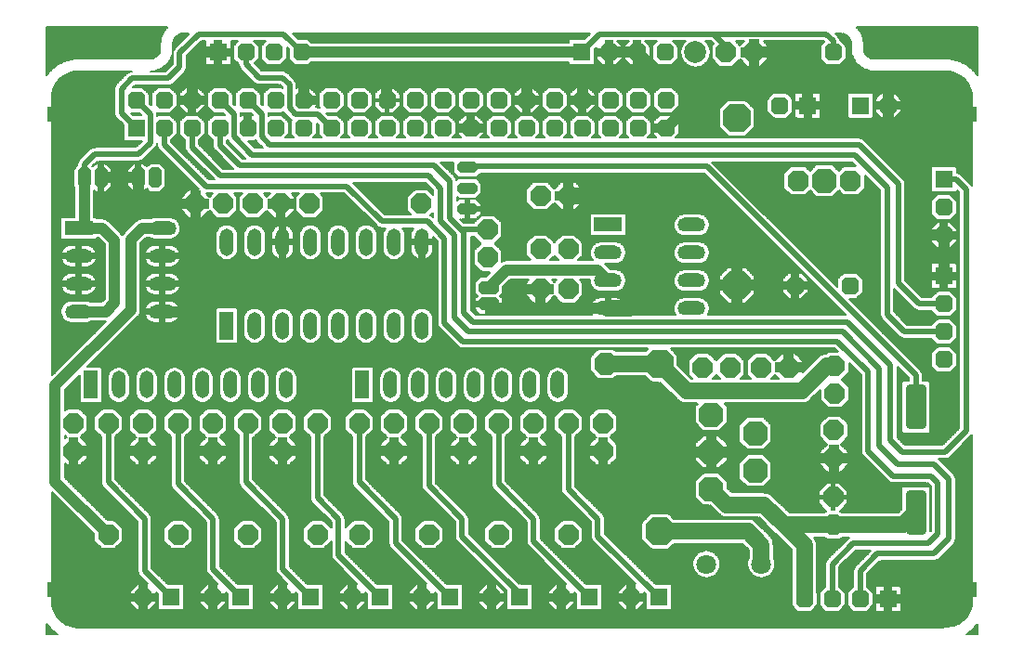
<source format=gtl>
%FSLAX35Y35*%
%MOIN*%
%IN16=KupferobenL1(X.GTL)*%
%ADD10C,0.00591*%
%ADD11C,0.00354*%
%ADD12C,0.00394*%
%ADD13C,0.00409*%
%ADD14C,0.00827*%
%ADD15C,0.01000*%
%ADD16C,0.01181*%
%ADD17C,0.01575*%
%ADD18C,0.01969*%
%ADD19C,0.03937*%
%ADD20C,0.05906*%
%ADD21C,0.07087*%
%ADD22C,0.07874*%
%ADD23C,0.21323*%
%AMR_24*21,1,0.01575,0.01575,0,0,0.000*%
%ADD24R_24*%
%AMR_25*21,1,0.01772,0.01772,0,0,0.000*%
%ADD25R_25*%
%AMR_26*21,1,0.02165,0.02165,0,0,0.000*%
%ADD26R_26*%
%AMR_27*21,1,0.02362,0.02362,0,0,0.000*%
%ADD27R_27*%
%AMR_28*21,1,0.02500,0.02500,0,0,0.000*%
%ADD28R_28*%
%AMR_29*21,1,0.03150,0.03150,0,0,0.000*%
%ADD29R_29*%
%AMR_30*21,1,0.03543,0.03543,0,0,0.000*%
%ADD30R_30*%
%AMR_31*21,1,0.03937,0.03937,0,0,0.000*%
%ADD31R_31*%
%AMR_32*21,1,0.05000,0.09843,0,0,0.000*%
%ADD32R_32*%
%AMR_33*21,1,0.05000,0.10000,0,0,270.000*%
%ADD33R_33*%
%AMR_34*21,1,0.05331,0.05331,0,0,0.000*%
%ADD34R_34*%
%AMR_35*21,1,0.06299,0.06299,0,0,0.000*%
%ADD35R_35*%
%AMR_36*21,1,0.06299,0.06299,0,0,180.000*%
%ADD36R_36*%
%AMR_37*21,1,0.06299,0.06299,0,0,270.000*%
%ADD37R_37*%
%AMR_38*21,1,0.19685,0.19685,0,0,0.000*%
%ADD38R_38*%
%AMOCT_39*4,1,8,0.021654,0.024606,0.010827,0.035433,-0.010827,0.035433,-0.021654,0.024606,-0.021654,-0.024606,-0.010827,-0.035433,0.010827,-0.035433,0.021654,-0.024606,0.021654,0.024606,270.000*%
%ADD39OCT_39*%
%AMOCT_40*4,1,8,0.023622,0.023622,0.011811,0.035433,-0.011811,0.035433,-0.023622,0.023622,-0.023622,-0.023622,-0.011811,-0.035433,0.011811,-0.035433,0.023622,-0.023622,0.023622,0.023622,0.000*%
%ADD40OCT_40*%
%AMOCT_41*4,1,8,0.023622,0.023622,0.011811,0.035433,-0.011811,0.035433,-0.023622,0.023622,-0.023622,-0.023622,-0.011811,-0.035433,0.011811,-0.035433,0.023622,-0.023622,0.023622,0.023622,180.000*%
%ADD41OCT_41*%
%AMOCT_42*4,1,8,0.023622,0.023622,0.011811,0.035433,-0.011811,0.035433,-0.023622,0.023622,-0.023622,-0.023622,-0.011811,-0.035433,0.011811,-0.035433,0.023622,-0.023622,0.023622,0.023622,270.000*%
%ADD42OCT_42*%
%AMOCT_43*4,1,8,0.031496,0.015748,0.015748,0.031496,-0.015748,0.031496,-0.031496,0.015748,-0.031496,-0.015748,-0.015748,-0.031496,0.015748,-0.031496,0.031496,-0.015748,0.031496,0.015748,0.000*%
%ADD43OCT_43*%
%AMOCT_44*4,1,8,0.031496,0.015748,0.015748,0.031496,-0.015748,0.031496,-0.031496,0.015748,-0.031496,-0.015748,-0.015748,-0.031496,0.015748,-0.031496,0.031496,-0.015748,0.031496,0.015748,180.000*%
%ADD44OCT_44*%
%AMOCT_45*4,1,8,0.031496,0.015748,0.015748,0.031496,-0.015748,0.031496,-0.031496,0.015748,-0.031496,-0.015748,-0.015748,-0.031496,0.015748,-0.031496,0.031496,-0.015748,0.031496,0.015748,270.000*%
%ADD45OCT_45*%
%AMOCT_46*4,1,8,0.035433,0.017717,0.017717,0.035433,-0.017717,0.035433,-0.035433,0.017717,-0.035433,-0.017717,-0.017717,-0.035433,0.017717,-0.035433,0.035433,-0.017717,0.035433,0.017717,0.000*%
%ADD46OCT_46*%
%AMOCT_47*4,1,8,0.035433,0.017717,0.017717,0.035433,-0.017717,0.035433,-0.035433,0.017717,-0.035433,-0.017717,-0.017717,-0.035433,0.017717,-0.035433,0.035433,-0.017717,0.035433,0.017717,90.000*%
%ADD47OCT_47*%
%AMOCT_48*4,1,8,0.035433,0.017717,0.017717,0.035433,-0.017717,0.035433,-0.035433,0.017717,-0.035433,-0.017717,-0.017717,-0.035433,0.017717,-0.035433,0.035433,-0.017717,0.035433,0.017717,180.000*%
%ADD48OCT_48*%
%AMOCT_49*4,1,8,0.035433,0.017717,0.017717,0.035433,-0.017717,0.035433,-0.035433,0.017717,-0.035433,-0.017717,-0.017717,-0.035433,0.017717,-0.035433,0.035433,-0.017717,0.035433,0.017717,270.000*%
%ADD49OCT_49*%
%AMOCT_50*4,1,8,0.037402,0.018701,0.018701,0.037402,-0.018701,0.037402,-0.037402,0.018701,-0.037402,-0.018701,-0.018701,-0.037402,0.018701,-0.037402,0.037402,-0.018701,0.037402,0.018701,180.000*%
%ADD50OCT_50*%
%AMOCT_51*4,1,8,0.039370,0.019685,0.019685,0.039370,-0.019685,0.039370,-0.039370,0.019685,-0.039370,-0.019685,-0.019685,-0.039370,0.019685,-0.039370,0.039370,-0.019685,0.039370,0.019685,0.000*%
%ADD51OCT_51*%
%AMOCT_52*4,1,8,0.043307,0.021654,0.021654,0.043307,-0.021654,0.043307,-0.043307,0.021654,-0.043307,-0.021654,-0.021654,-0.043307,0.021654,-0.043307,0.043307,-0.021654,0.043307,0.021654,180.000*%
%ADD52OCT_52*%
%AMOCT_53*4,1,8,0.043307,0.021654,0.021654,0.043307,-0.021654,0.043307,-0.043307,0.021654,-0.043307,-0.021654,-0.021654,-0.043307,0.021654,-0.043307,0.043307,-0.021654,0.043307,0.021654,270.000*%
%ADD53OCT_53*%
%AMOCT_54*4,1,8,0.049213,0.024606,0.024606,0.049213,-0.024606,0.049213,-0.049213,0.024606,-0.049213,-0.024606,-0.024606,-0.049213,0.024606,-0.049213,0.049213,-0.024606,0.049213,0.024606,90.000*%
%ADD54OCT_54*%
%AMO_55*20,1,0.05000,0.00000,-0.02421,0.00000,0.02421,0*1,1,0.05000,0.00000,-0.02421*1,1,0.05000,0.00000,0.02421*%
%ADD55O_55*%
%AMO_56*20,1,0.05000,-0.02500,0.00000,0.02500,0.00000,0*1,1,0.05000,-0.02500,0.00000*1,1,0.05000,0.02500,0.00000*%
%ADD56O_56*%
%AMRR_57*21,1,0.06299,0.05039,0,0,0.000*21,1,0.05039,0.06299,0,0,0.000*1,1,0.01260,0.02520,0.02520*1,1,0.01260,-0.02520,-0.02520*1,1,0.01260,0.02520,-0.02520*1,1,0.01260,-0.02520,0.02520*%
%ADD57RR_57*%
%AMRR_58*21,1,0.15748,0.05315,0,0,270.000*21,1,0.13976,0.07087,0,0,270.000*1,1,0.01772,0.02657,-0.06988*1,1,0.01772,-0.02657,0.06988*1,1,0.01772,-0.02657,-0.06988*1,1,0.01772,0.02657,0.06988*%
%ADD58RR_58*%
G54D10*
X312178Y180072D02*
X320162Y188056D01*
X323514Y184704D01*
X315530Y176720D01*
X312178Y180072D01*
X314978Y177271D02*
X316081Y177271D01*
X314427Y177823D02*
X316632Y177823D01*
X313876Y178374D02*
X317183Y178374D01*
X313325Y178925D02*
X317734Y178925D01*
X312774Y179476D02*
X318286Y179476D01*
X312223Y180027D02*
X318837Y180027D01*
X312684Y180578D02*
X319388Y180578D01*
X313236Y181130D02*
X319939Y181130D01*
X313787Y181681D02*
X320490Y181681D01*
X314338Y182232D02*
X321041Y182232D01*
X314889Y182783D02*
X321593Y182783D01*
X315440Y183334D02*
X322144Y183334D01*
X315991Y183886D02*
X322695Y183886D01*
X316543Y184437D02*
X323246Y184437D01*
X317094Y184988D02*
X323230Y184988D01*
X317645Y185539D02*
X322679Y185539D01*
X318196Y186090D02*
X322128Y186090D01*
X318747Y186641D02*
X321577Y186641D01*
X319299Y187193D02*
X321026Y187193D01*
X319850Y187744D02*
X320474Y187744D01*
X315530Y25592D02*
X323514Y17608D01*
X320162Y14256D01*
X312178Y22240D01*
X315530Y25592D01*
X319611Y14807D02*
X320713Y14807D01*
X319060Y15358D02*
X321264Y15358D01*
X318509Y15909D02*
X321816Y15909D01*
X317957Y16461D02*
X322367Y16461D01*
X317406Y17012D02*
X322918Y17012D01*
X316855Y17563D02*
X323469Y17563D01*
X316304Y18114D02*
X323007Y18114D01*
X315753Y18665D02*
X322456Y18665D01*
X315201Y19216D02*
X321905Y19216D01*
X314650Y19768D02*
X321354Y19768D01*
X314099Y20319D02*
X320803Y20319D01*
X313548Y20870D02*
X320251Y20870D01*
X312997Y21421D02*
X319700Y21421D01*
X312446Y21972D02*
X319149Y21972D01*
X312461Y22524D02*
X318598Y22524D01*
X313013Y23075D02*
X318047Y23075D01*
X313564Y23626D02*
X317496Y23626D01*
X314115Y24177D02*
X316944Y24177D01*
X314666Y24728D02*
X316393Y24728D01*
X315217Y25279D02*
X315842Y25279D01*
X312178Y9206D02*
X320162Y17190D01*
X323514Y13838D01*
X315530Y5854D01*
X312178Y9206D01*
X314978Y6405D02*
X316081Y6405D01*
X314427Y6956D02*
X316632Y6956D01*
X313876Y7508D02*
X317183Y7508D01*
X313325Y8059D02*
X317734Y8059D01*
X312774Y8610D02*
X318286Y8610D01*
X312223Y9161D02*
X318837Y9161D01*
X312684Y9712D02*
X319388Y9712D01*
X313236Y10264D02*
X319939Y10264D01*
X313787Y10815D02*
X320490Y10815D01*
X314338Y11366D02*
X321041Y11366D01*
X314889Y11917D02*
X321593Y11917D01*
X315440Y12468D02*
X322144Y12468D01*
X315991Y13019D02*
X322695Y13019D01*
X316543Y13571D02*
X323246Y13571D01*
X317094Y14122D02*
X323230Y14122D01*
X317645Y14673D02*
X322679Y14673D01*
X318196Y15224D02*
X322128Y15224D01*
X318747Y15775D02*
X321577Y15775D01*
X319299Y16326D02*
X321026Y16326D01*
X319850Y16878D02*
X320474Y16878D01*
G54D16*
X220205Y96875D02*
X220258Y96821D01*
X200312Y65312D02*
X200000Y65625D01*
X122187Y192812D02*
X122500Y191562D01*
X170000Y14375D02*
X170000Y13125D01*
X119375Y13750D02*
X120000Y13125D01*
X71875Y75000D02*
X72500Y75625D01*
X94375Y13750D02*
X95000Y13125D01*
X70000Y15625D02*
X70000Y13125D01*
X69375Y13750D02*
X70000Y13125D01*
X186875Y75000D02*
X187500Y75625D01*
G54D18*
X13922Y168609D02*
X13922Y163750D01*
X17500Y172187D02*
X13922Y168609D01*
X17500Y172187D02*
X33437Y172187D01*
X37500Y176250D01*
X37500Y186562D01*
X32500Y191562D01*
X303125Y69375D02*
X303125Y96562D01*
X330312Y72812D02*
X330312Y159375D01*
X326562Y163125D01*
X322187Y163125D01*
X303125Y96562D02*
X287812Y111875D01*
X153437Y111875D02*
X287812Y111875D01*
X139375Y168125D02*
X69687Y168125D01*
X145000Y162500D02*
X139375Y168125D01*
X145000Y162500D02*
X145000Y149062D01*
X69687Y168125D02*
X62500Y175312D01*
X62500Y181562D01*
X303125Y69375D02*
X307187Y65312D01*
X322812Y65312D01*
X330312Y72812D01*
X145000Y149062D02*
X148970Y145091D01*
X158642Y145091D01*
X148970Y145091D02*
X150000Y144062D01*
X150000Y115312D02*
X150000Y144062D01*
X150000Y115312D02*
X153437Y111875D01*
X32500Y181562D02*
X27187Y186875D01*
X27187Y195625D01*
X30937Y199375D02*
X27187Y195625D01*
X44062Y199375D02*
X30937Y199375D01*
X44062Y199375D02*
X48125Y203437D01*
X48125Y208437D02*
X48125Y203437D01*
X48125Y208437D02*
X55000Y215312D01*
X85312Y215312D01*
X91875Y208750D01*
X198750Y215312D02*
X192187Y208750D01*
X198750Y215312D02*
X239687Y215312D01*
X244062Y210937D01*
X244062Y208750D01*
X239687Y215312D02*
X280000Y215312D01*
X282500Y212812D01*
X282500Y208750D01*
X175000Y33125D02*
X195000Y13125D01*
X175000Y41250D02*
X175000Y33125D01*
X175000Y41250D02*
X162500Y53750D01*
X162500Y75625D01*
X170000Y14375D02*
X149375Y35000D01*
X149375Y41250D02*
X149375Y35000D01*
X149375Y41250D02*
X137500Y53125D01*
X137500Y75625D01*
X125625Y32500D02*
X145000Y13125D01*
X125625Y41250D02*
X125625Y32500D01*
X125625Y41250D02*
X112500Y54375D01*
X112500Y75625D01*
X290312Y171875D02*
X74062Y171875D01*
X290312Y171875D02*
X301875Y160312D01*
X301875Y114687D01*
X67500Y186562D02*
X62500Y191562D01*
X67500Y186562D02*
X67500Y178437D01*
X74062Y171875D02*
X67500Y178437D01*
X322187Y108437D02*
X308125Y108437D01*
X301875Y114687D01*
X291875Y175625D02*
X305937Y161562D01*
X305937Y125937D01*
X291875Y175625D02*
X80312Y175625D01*
X72500Y191562D02*
X77500Y186562D01*
X77500Y178437D01*
X80312Y175625D02*
X77500Y178437D01*
X322187Y118437D02*
X313437Y118437D01*
X305937Y125937D02*
X313437Y118437D01*
X97500Y48750D02*
X97500Y75625D01*
X105000Y41250D02*
X105000Y28125D01*
X105000Y41250D02*
X97500Y48750D01*
X105000Y28125D02*
X120000Y13125D01*
X22500Y54375D02*
X22500Y75625D01*
X35625Y41250D02*
X22500Y54375D01*
X35625Y22500D02*
X45000Y13125D01*
X35625Y41250D02*
X35625Y22500D01*
X71875Y54375D02*
X71875Y75000D01*
X85000Y41250D02*
X71875Y54375D01*
X85000Y23125D02*
X94375Y13750D01*
X85000Y41250D02*
X85000Y23125D01*
X47500Y53750D02*
X47500Y75625D01*
X60000Y41250D02*
X47500Y53750D01*
X60000Y23125D02*
X69375Y13750D01*
X60000Y41250D02*
X60000Y23125D01*
X187500Y51875D02*
X187500Y75625D01*
X187500Y51875D02*
X198125Y41250D01*
X198125Y35000D01*
X220000Y13125D01*
X295000Y65625D02*
X295000Y94062D01*
X284062Y105000D02*
X295000Y94062D01*
X149687Y105000D02*
X284062Y105000D01*
X143125Y111562D02*
X143125Y141875D01*
X108125Y160625D02*
X57500Y160625D01*
X42500Y175625D01*
X42500Y181562D01*
X304062Y56562D02*
X295000Y65625D01*
X304062Y56562D02*
X317500Y56562D01*
X320000Y54062D02*
X317500Y56562D01*
X320000Y54062D02*
X320000Y35937D01*
X316562Y32500D01*
X289687Y32500D01*
X282187Y12500D02*
X282187Y25000D01*
X289687Y32500D02*
X282187Y25000D01*
X108125Y160625D02*
X120625Y148125D01*
X136875Y148125D02*
X120625Y148125D01*
X143125Y141875D02*
X136875Y148125D01*
X143125Y111562D02*
X149687Y105000D01*
X151562Y167812D02*
X151250Y167500D01*
X237187Y167812D02*
X151562Y167812D01*
X312187Y92812D02*
X237187Y167812D01*
X312187Y92812D02*
X312187Y81390D01*
X52500Y181562D02*
X52500Y174687D01*
X62812Y164375D02*
X52500Y174687D01*
X137187Y164375D02*
X62812Y164375D01*
X141562Y160000D02*
X137187Y164375D01*
X141562Y148125D02*
X141562Y160000D01*
X141562Y148125D02*
X146562Y143125D01*
X146562Y113437D02*
X146562Y143125D01*
X146562Y113437D02*
X151562Y108437D01*
X285937Y108437D01*
X299062Y95312D01*
X299062Y67500D01*
X305625Y60937D01*
X318750Y60937D02*
X305625Y60937D01*
X324062Y55625D02*
X318750Y60937D01*
X324062Y55625D02*
X324062Y34062D01*
X318750Y28750D01*
X298437Y28750D01*
X292187Y22500D01*
X292187Y12500D01*
X71875Y204375D02*
X76562Y199687D01*
X85000Y199687D01*
X87500Y197187D02*
X85000Y199687D01*
X87500Y188750D02*
X87500Y197187D01*
X89687Y186562D02*
X87500Y188750D01*
X89687Y186562D02*
X97500Y186562D01*
X102500Y181562D01*
X71875Y204375D02*
X71875Y208750D01*
G54D19*
X13750Y185437D02*
X12598Y186589D01*
X158953Y118386D02*
X160540Y116799D01*
X201799Y116799D01*
X317386Y191250D02*
X322047Y186589D01*
X302187Y173125D02*
X302187Y189687D01*
X302187Y173125D02*
X311250Y164062D01*
X311250Y147187D01*
X315312Y143125D01*
X322187Y143125D01*
X322187Y128437D02*
X322187Y143125D01*
X273437Y195312D02*
X273437Y189687D01*
X302187Y195625D02*
X302187Y189687D01*
X297812Y200000D02*
X302187Y195625D01*
X297812Y200000D02*
X278125Y200000D01*
X273437Y195312D01*
X48125Y115625D02*
X41875Y115625D01*
X48125Y115625D02*
X51875Y119375D01*
X51875Y146250D02*
X51875Y119375D01*
X51875Y146250D02*
X44375Y153750D01*
X36250Y153750D01*
X33297Y156702D01*
X33297Y163750D01*
X19827Y163750D02*
X33297Y163750D01*
X202187Y208750D02*
X212187Y208750D01*
X220937Y200000D02*
X212187Y208750D01*
X220937Y200000D02*
X240937Y200000D01*
X268750Y200000D02*
X273437Y195312D01*
X268750Y200000D02*
X260000Y208750D01*
X254062Y208750D01*
X52500Y191562D02*
X52500Y205312D01*
X55937Y208750D01*
X61875Y208750D01*
X195937Y200000D02*
X220937Y200000D01*
X195937Y200000D02*
X192500Y196562D01*
X175625Y200000D02*
X172500Y196875D01*
X175625Y200000D02*
X189062Y200000D01*
X192500Y196562D01*
X122187Y196250D02*
X122187Y192812D01*
X125937Y200000D02*
X122187Y196250D01*
X125937Y200000D02*
X169375Y200000D01*
X172500Y196875D01*
X92500Y191562D02*
X92500Y196250D01*
X96250Y200000D01*
X118437Y200000D01*
X122187Y196250D01*
X192500Y191562D02*
X192500Y196562D01*
X172500Y191562D02*
X172500Y196875D01*
X222500Y181562D02*
X240937Y200000D01*
X268750Y200000D01*
X21562Y115625D02*
X11875Y115625D01*
X24687Y118750D02*
X21562Y115625D01*
X24687Y118750D02*
X24687Y141250D01*
X20312Y145625D01*
X11875Y145625D01*
X13922Y147672D01*
X13922Y163750D01*
X158953Y124291D02*
X165287Y130625D01*
X197973Y130625D01*
X201799Y126799D01*
X91875Y208750D02*
X192187Y208750D01*
X3437Y89062D02*
X30625Y116250D01*
X30625Y141562D02*
X30625Y116250D01*
X34687Y145625D02*
X30625Y141562D01*
X34687Y145625D02*
X41875Y145625D01*
X3437Y54687D02*
X22500Y35625D01*
X3437Y89062D02*
X3437Y54687D01*
G54D20*
X220258Y96821D02*
X229892Y87187D01*
X271250Y87187D02*
X229892Y87187D01*
X271250Y87187D02*
X280312Y96250D01*
X283125Y96250D01*
X200937Y96875D02*
X220205Y96875D01*
X209299Y116799D02*
X201799Y116799D01*
X215625Y123125D02*
X209299Y116799D01*
X215625Y123125D02*
X215625Y151250D01*
X209687Y157187D02*
X187500Y157187D01*
X215625Y151250D02*
X209687Y157187D01*
X244473Y46250D02*
X238796Y51926D01*
X244473Y46250D02*
X257812Y46250D01*
X265000Y39062D01*
X282500Y39062D01*
X265000Y39062D02*
X272187Y31875D01*
X272187Y12500D01*
X282500Y39062D02*
X307672Y39062D01*
X312187Y43577D01*
X220258Y36821D02*
X251928Y36821D01*
X256717Y32032D01*
X256717Y25000D01*
G54D21*
X237032Y25000D03*
X256717Y25000D03*
G54D22*
X233125Y208750D03*
G54D23*
X12598Y15723D03*
X12598Y186589D03*
X322047Y186589D03*
X322047Y15723D03*
G54D32*
X65000Y110625D03*
X16250Y89375D03*
X113750Y89375D03*
G54D33*
X201799Y146799D03*
X11875Y145625D03*
G54D35*
X273437Y189687D03*
X292187Y189687D03*
G54D36*
X45000Y13125D03*
X70000Y13125D03*
X95000Y13125D03*
X120000Y13125D03*
X145000Y13125D03*
X170000Y13125D03*
X195000Y13125D03*
X220000Y13125D03*
X302187Y12500D03*
G54D37*
X322187Y128437D03*
X322187Y163125D03*
G54D39*
X151250Y167500D03*
X151250Y160000D03*
X151250Y152500D03*
G54D40*
X13922Y163750D03*
X19827Y163750D03*
G54D41*
X39202Y163750D03*
X33297Y163750D03*
G54D42*
X158953Y124291D03*
X158953Y118386D03*
G54D43*
X263437Y189687D03*
X302187Y189687D03*
X71875Y208750D03*
X81875Y208750D03*
X91875Y208750D03*
X202187Y208750D03*
X212187Y208750D03*
X222187Y208750D03*
X32500Y191562D03*
X42500Y181562D03*
X42500Y191562D03*
X52500Y181562D03*
X52500Y191562D03*
X62500Y181562D03*
X62500Y191562D03*
X72500Y181562D03*
X72500Y191562D03*
X82500Y181562D03*
X82500Y191562D03*
X92500Y181562D03*
X92500Y191562D03*
X102500Y181562D03*
X102500Y191562D03*
X112500Y181562D03*
X112500Y191562D03*
X122500Y181562D03*
X122500Y191562D03*
X132500Y181562D03*
X132500Y191562D03*
X142500Y181562D03*
X142500Y191562D03*
X152500Y181562D03*
X152500Y191562D03*
X162500Y181562D03*
X162500Y191562D03*
X172500Y181562D03*
X172500Y191562D03*
X182500Y181562D03*
X182500Y191562D03*
X192500Y181562D03*
X192500Y191562D03*
X202500Y181562D03*
X202500Y191562D03*
X212500Y181562D03*
X212500Y191562D03*
X222500Y181562D03*
X222500Y191562D03*
X282500Y208750D03*
G54D44*
X35000Y13125D03*
X60000Y13125D03*
X85000Y13125D03*
X110000Y13125D03*
X135000Y13125D03*
X160000Y13125D03*
X185000Y13125D03*
X210000Y13125D03*
X288592Y125000D03*
X268907Y125000D03*
X292187Y12500D03*
X282187Y12500D03*
X272187Y12500D03*
G54D45*
X322187Y118437D03*
X322187Y108437D03*
X322187Y98437D03*
X322187Y153125D03*
X322187Y143125D03*
G54D46*
X94687Y154375D03*
X134687Y154375D03*
X74375Y154375D03*
X84375Y154375D03*
X235625Y95625D03*
X245625Y95625D03*
G54D47*
X158642Y135091D03*
X158642Y145091D03*
X187500Y35625D03*
X187500Y75625D03*
X162500Y35625D03*
X162500Y75625D03*
X137500Y35625D03*
X137500Y75625D03*
X112500Y35625D03*
X112500Y75625D03*
X97500Y35625D03*
X97500Y75625D03*
X72500Y35625D03*
X72500Y75625D03*
X47500Y35625D03*
X47500Y75625D03*
X22500Y35625D03*
X22500Y75625D03*
X282500Y39062D03*
X282500Y49062D03*
X283125Y86250D03*
X283125Y96250D03*
G54D48*
X187500Y138125D03*
X177500Y138125D03*
X187500Y157187D03*
X177500Y157187D03*
X187500Y123750D03*
X177500Y123750D03*
X266562Y95625D03*
X256562Y95625D03*
X63750Y154375D03*
X53750Y154375D03*
X254062Y208750D03*
X244062Y208750D03*
G54D49*
X200000Y75625D03*
X200000Y65625D03*
X175000Y75625D03*
X175000Y65625D03*
X150000Y75625D03*
X150000Y65625D03*
X125000Y75625D03*
X125000Y65625D03*
X85000Y75625D03*
X85000Y65625D03*
X60000Y75625D03*
X60000Y65625D03*
X35000Y75625D03*
X35000Y65625D03*
X10000Y75625D03*
X10000Y65625D03*
X282812Y73125D03*
X282812Y63125D03*
G54D50*
X288784Y162677D03*
X269965Y162677D03*
G54D51*
X200937Y96875D03*
G54D52*
X279375Y162677D03*
G54D53*
X238796Y78698D03*
X254544Y72005D03*
X238796Y65312D03*
X254544Y58619D03*
X238796Y51926D03*
G54D54*
X247941Y125129D03*
X247941Y185129D03*
X220258Y36821D03*
X220258Y96821D03*
G54D55*
X75000Y110625D03*
X85000Y110625D03*
X95000Y110625D03*
X105000Y110625D03*
X115000Y110625D03*
X125000Y110625D03*
X135000Y110625D03*
X135000Y140625D03*
X125000Y140625D03*
X115000Y140625D03*
X105000Y140625D03*
X95000Y140625D03*
X85000Y140625D03*
X75000Y140625D03*
X65000Y140625D03*
X36250Y89375D03*
X46250Y89375D03*
X56250Y89375D03*
X66250Y89375D03*
X76250Y89375D03*
X86250Y89375D03*
X26250Y89375D03*
X133750Y89375D03*
X143750Y89375D03*
X153750Y89375D03*
X163750Y89375D03*
X173750Y89375D03*
X183750Y89375D03*
X123750Y89375D03*
G54D56*
X201799Y136799D03*
X201799Y126799D03*
X201799Y116799D03*
X231799Y116799D03*
X231799Y126799D03*
X231799Y136799D03*
X231799Y146799D03*
X11875Y135625D03*
X11875Y125625D03*
X11875Y115625D03*
X41875Y115625D03*
X41875Y125625D03*
X41875Y135625D03*
X41875Y145625D03*
G54D57*
X61875Y208750D03*
X192187Y208750D03*
X32500Y181562D03*
G54D58*
X312187Y81390D03*
X312187Y43577D03*
G36*
X200549Y116799D02*
X200549Y120519D01*
X203049Y120519D01*
X203049Y116799D01*
X200549Y116799D01*
D02*G37*
G36*
X247941Y123160D02*
X247941Y127097D01*
X254083Y127097D01*
X254083Y123160D01*
X247941Y123160D01*
D02*G37*
G36*
X245973Y125129D02*
X245973Y131271D01*
X249910Y131271D01*
X249910Y125129D01*
X245973Y125129D01*
D02*G37*
G36*
X241800Y123160D02*
X241800Y127097D01*
X247941Y127097D01*
X247941Y123160D01*
X241800Y123160D01*
D02*G37*
G36*
X245973Y118987D02*
X245973Y125129D01*
X249910Y125129D01*
X249910Y118987D01*
X245973Y118987D01*
D02*G37*
G36*
X185728Y157187D02*
X185728Y161951D01*
X189271Y161951D01*
X189271Y157187D01*
X185728Y157187D01*
D02*G37*
G36*
X182736Y155415D02*
X182736Y158959D01*
X187500Y158959D01*
X187500Y155415D01*
X182736Y155415D01*
D02*G37*
G36*
X185728Y152423D02*
X185728Y157187D01*
X189271Y157187D01*
X189271Y152423D01*
X185728Y152423D01*
D02*G37*
G36*
X177500Y121978D02*
X177500Y125521D01*
X182263Y125521D01*
X182263Y121978D01*
X177500Y121978D01*
D02*G37*
G36*
X172736Y121978D02*
X172736Y125521D01*
X177500Y125521D01*
X177500Y121978D01*
X172736Y121978D01*
D02*G37*
G36*
X175728Y118986D02*
X175728Y123750D01*
X179271Y123750D01*
X179271Y118986D01*
X175728Y118986D01*
D02*G37*
G36*
X154189Y117204D02*
X154189Y119567D01*
X158953Y119567D01*
X158953Y117204D01*
X154189Y117204D01*
D02*G37*
G36*
X157772Y114803D02*
X157772Y118386D01*
X160134Y118386D01*
X160134Y114803D01*
X157772Y114803D01*
D02*G37*
G36*
X151250Y151417D02*
X151250Y153582D01*
X156013Y153582D01*
X156013Y151417D01*
X151250Y151417D01*
D02*G37*
G36*
X150167Y152500D02*
X150167Y155885D01*
X152332Y155885D01*
X152332Y152500D01*
X150167Y152500D01*
D02*G37*
G36*
X150167Y149114D02*
X150167Y152500D01*
X152332Y152500D01*
X152332Y149114D01*
X150167Y149114D01*
D02*G37*
G36*
X135000Y139375D02*
X135000Y141875D01*
X138720Y141875D01*
X138720Y139375D01*
X135000Y139375D01*
D02*G37*
G36*
X131279Y139375D02*
X131279Y141875D01*
X135000Y141875D01*
X135000Y139375D01*
X131279Y139375D01*
D02*G37*
G36*
X133750Y134483D02*
X133750Y140625D01*
X136250Y140625D01*
X136250Y134483D01*
X133750Y134483D01*
D02*G37*
G36*
X85000Y139375D02*
X85000Y141875D01*
X88720Y141875D01*
X88720Y139375D01*
X85000Y139375D01*
D02*G37*
G36*
X83750Y140625D02*
X83750Y146766D01*
X86250Y146766D01*
X86250Y140625D01*
X83750Y140625D01*
D02*G37*
G36*
X81279Y139375D02*
X81279Y141875D01*
X85000Y141875D01*
X85000Y139375D01*
X81279Y139375D01*
D02*G37*
G36*
X83750Y134483D02*
X83750Y140625D01*
X86250Y140625D01*
X86250Y134483D01*
X83750Y134483D01*
D02*G37*
G36*
X84375Y152603D02*
X84375Y156146D01*
X89138Y156146D01*
X89138Y152603D01*
X84375Y152603D01*
D02*G37*
G36*
X79611Y152603D02*
X79611Y156146D01*
X84375Y156146D01*
X84375Y152603D01*
X79611Y152603D01*
D02*G37*
G36*
X82603Y149611D02*
X82603Y154375D01*
X86146Y154375D01*
X86146Y149611D01*
X82603Y149611D01*
D02*G37*
G36*
X35000Y11550D02*
X35000Y14699D01*
X39370Y14699D01*
X39370Y11550D01*
X35000Y11550D01*
D02*G37*
G36*
X33425Y13125D02*
X33425Y17495D01*
X36574Y17495D01*
X36574Y13125D01*
X33425Y13125D01*
D02*G37*
G36*
X30629Y11550D02*
X30629Y14699D01*
X35000Y14699D01*
X35000Y11550D01*
X30629Y11550D01*
D02*G37*
G36*
X33425Y8754D02*
X33425Y13125D01*
X36574Y13125D01*
X36574Y8754D01*
X33425Y8754D01*
D02*G37*
G36*
X60000Y11550D02*
X60000Y14699D01*
X64370Y14699D01*
X64370Y11550D01*
X60000Y11550D01*
D02*G37*
G36*
X58425Y13125D02*
X58425Y17495D01*
X61574Y17495D01*
X61574Y13125D01*
X58425Y13125D01*
D02*G37*
G36*
X55629Y11550D02*
X55629Y14699D01*
X60000Y14699D01*
X60000Y11550D01*
X55629Y11550D01*
D02*G37*
G36*
X58425Y8754D02*
X58425Y13125D01*
X61574Y13125D01*
X61574Y8754D01*
X58425Y8754D01*
D02*G37*
G36*
X85000Y11550D02*
X85000Y14699D01*
X89370Y14699D01*
X89370Y11550D01*
X85000Y11550D01*
D02*G37*
G36*
X83425Y13125D02*
X83425Y17495D01*
X86574Y17495D01*
X86574Y13125D01*
X83425Y13125D01*
D02*G37*
G36*
X80629Y11550D02*
X80629Y14699D01*
X85000Y14699D01*
X85000Y11550D01*
X80629Y11550D01*
D02*G37*
G36*
X83425Y8754D02*
X83425Y13125D01*
X86574Y13125D01*
X86574Y8754D01*
X83425Y8754D01*
D02*G37*
G36*
X110000Y11550D02*
X110000Y14699D01*
X114370Y14699D01*
X114370Y11550D01*
X110000Y11550D01*
D02*G37*
G36*
X108425Y13125D02*
X108425Y17495D01*
X111574Y17495D01*
X111574Y13125D01*
X108425Y13125D01*
D02*G37*
G36*
X105629Y11550D02*
X105629Y14699D01*
X110000Y14699D01*
X110000Y11550D01*
X105629Y11550D01*
D02*G37*
G36*
X108425Y8754D02*
X108425Y13125D01*
X111574Y13125D01*
X111574Y8754D01*
X108425Y8754D01*
D02*G37*
G36*
X135000Y11550D02*
X135000Y14699D01*
X139370Y14699D01*
X139370Y11550D01*
X135000Y11550D01*
D02*G37*
G36*
X133425Y13125D02*
X133425Y17495D01*
X136574Y17495D01*
X136574Y13125D01*
X133425Y13125D01*
D02*G37*
G36*
X130629Y11550D02*
X130629Y14699D01*
X135000Y14699D01*
X135000Y11550D01*
X130629Y11550D01*
D02*G37*
G36*
X133425Y8754D02*
X133425Y13125D01*
X136574Y13125D01*
X136574Y8754D01*
X133425Y8754D01*
D02*G37*
G36*
X160000Y11550D02*
X160000Y14699D01*
X164370Y14699D01*
X164370Y11550D01*
X160000Y11550D01*
D02*G37*
G36*
X158425Y13125D02*
X158425Y17495D01*
X161574Y17495D01*
X161574Y13125D01*
X158425Y13125D01*
D02*G37*
G36*
X155629Y11550D02*
X155629Y14699D01*
X160000Y14699D01*
X160000Y11550D01*
X155629Y11550D01*
D02*G37*
G36*
X158425Y8754D02*
X158425Y13125D01*
X161574Y13125D01*
X161574Y8754D01*
X158425Y8754D01*
D02*G37*
G36*
X185000Y11550D02*
X185000Y14699D01*
X189370Y14699D01*
X189370Y11550D01*
X185000Y11550D01*
D02*G37*
G36*
X183425Y13125D02*
X183425Y17495D01*
X186574Y17495D01*
X186574Y13125D01*
X183425Y13125D01*
D02*G37*
G36*
X180629Y11550D02*
X180629Y14699D01*
X185000Y14699D01*
X185000Y11550D01*
X180629Y11550D01*
D02*G37*
G36*
X183425Y8754D02*
X183425Y13125D01*
X186574Y13125D01*
X186574Y8754D01*
X183425Y8754D01*
D02*G37*
G36*
X210000Y11550D02*
X210000Y14699D01*
X214370Y14699D01*
X214370Y11550D01*
X210000Y11550D01*
D02*G37*
G36*
X208425Y13125D02*
X208425Y17495D01*
X211574Y17495D01*
X211574Y13125D01*
X208425Y13125D01*
D02*G37*
G36*
X205629Y11550D02*
X205629Y14699D01*
X210000Y14699D01*
X210000Y11550D01*
X205629Y11550D01*
D02*G37*
G36*
X208425Y8754D02*
X208425Y13125D01*
X211574Y13125D01*
X211574Y8754D01*
X208425Y8754D01*
D02*G37*
G36*
X198228Y65625D02*
X198228Y70388D01*
X201771Y70388D01*
X201771Y65625D01*
X198228Y65625D01*
D02*G37*
G36*
X195236Y63853D02*
X195236Y67396D01*
X200000Y67396D01*
X200000Y63853D01*
X195236Y63853D01*
D02*G37*
G36*
X198228Y60861D02*
X198228Y65625D01*
X201771Y65625D01*
X201771Y60861D01*
X198228Y60861D01*
D02*G37*
G36*
X175000Y63853D02*
X175000Y67396D01*
X179763Y67396D01*
X179763Y63853D01*
X175000Y63853D01*
D02*G37*
G36*
X173228Y65625D02*
X173228Y70388D01*
X176771Y70388D01*
X176771Y65625D01*
X173228Y65625D01*
D02*G37*
G36*
X170236Y63853D02*
X170236Y67396D01*
X175000Y67396D01*
X175000Y63853D01*
X170236Y63853D01*
D02*G37*
G36*
X173228Y60861D02*
X173228Y65625D01*
X176771Y65625D01*
X176771Y60861D01*
X173228Y60861D01*
D02*G37*
G36*
X150000Y63853D02*
X150000Y67396D01*
X154763Y67396D01*
X154763Y63853D01*
X150000Y63853D01*
D02*G37*
G36*
X148228Y65625D02*
X148228Y70388D01*
X151771Y70388D01*
X151771Y65625D01*
X148228Y65625D01*
D02*G37*
G36*
X145236Y63853D02*
X145236Y67396D01*
X150000Y67396D01*
X150000Y63853D01*
X145236Y63853D01*
D02*G37*
G36*
X148228Y60861D02*
X148228Y65625D01*
X151771Y65625D01*
X151771Y60861D01*
X148228Y60861D01*
D02*G37*
G36*
X125000Y63853D02*
X125000Y67396D01*
X129763Y67396D01*
X129763Y63853D01*
X125000Y63853D01*
D02*G37*
G36*
X123228Y65625D02*
X123228Y70388D01*
X126771Y70388D01*
X126771Y65625D01*
X123228Y65625D01*
D02*G37*
G36*
X120236Y63853D02*
X120236Y67396D01*
X125000Y67396D01*
X125000Y63853D01*
X120236Y63853D01*
D02*G37*
G36*
X123228Y60861D02*
X123228Y65625D01*
X126771Y65625D01*
X126771Y60861D01*
X123228Y60861D01*
D02*G37*
G36*
X85000Y63853D02*
X85000Y67396D01*
X89763Y67396D01*
X89763Y63853D01*
X85000Y63853D01*
D02*G37*
G36*
X83228Y65625D02*
X83228Y70388D01*
X86771Y70388D01*
X86771Y65625D01*
X83228Y65625D01*
D02*G37*
G36*
X80236Y63853D02*
X80236Y67396D01*
X85000Y67396D01*
X85000Y63853D01*
X80236Y63853D01*
D02*G37*
G36*
X83228Y60861D02*
X83228Y65625D01*
X86771Y65625D01*
X86771Y60861D01*
X83228Y60861D01*
D02*G37*
G36*
X60000Y63853D02*
X60000Y67396D01*
X64763Y67396D01*
X64763Y63853D01*
X60000Y63853D01*
D02*G37*
G36*
X58228Y65625D02*
X58228Y70388D01*
X61771Y70388D01*
X61771Y65625D01*
X58228Y65625D01*
D02*G37*
G36*
X55236Y63853D02*
X55236Y67396D01*
X60000Y67396D01*
X60000Y63853D01*
X55236Y63853D01*
D02*G37*
G36*
X58228Y60861D02*
X58228Y65625D01*
X61771Y65625D01*
X61771Y60861D01*
X58228Y60861D01*
D02*G37*
G36*
X35000Y63853D02*
X35000Y67396D01*
X39763Y67396D01*
X39763Y63853D01*
X35000Y63853D01*
D02*G37*
G36*
X33228Y65625D02*
X33228Y70388D01*
X36771Y70388D01*
X36771Y65625D01*
X33228Y65625D01*
D02*G37*
G36*
X30236Y63853D02*
X30236Y67396D01*
X35000Y67396D01*
X35000Y63853D01*
X30236Y63853D01*
D02*G37*
G36*
X33228Y60861D02*
X33228Y65625D01*
X36771Y65625D01*
X36771Y60861D01*
X33228Y60861D01*
D02*G37*
G36*
X10000Y63853D02*
X10000Y67396D01*
X14763Y67396D01*
X14763Y63853D01*
X10000Y63853D01*
D02*G37*
G36*
X8228Y65625D02*
X8228Y70388D01*
X11771Y70388D01*
X11771Y65625D01*
X8228Y65625D01*
D02*G37*
G36*
X8228Y60861D02*
X8228Y65625D01*
X11771Y65625D01*
X11771Y60861D01*
X8228Y60861D01*
D02*G37*
G36*
X322187Y126862D02*
X322187Y130012D01*
X326557Y130012D01*
X326557Y126862D01*
X322187Y126862D01*
D02*G37*
G36*
X317817Y126862D02*
X317817Y130012D01*
X322187Y130012D01*
X322187Y126862D01*
X317817Y126862D01*
D02*G37*
G36*
X320612Y124067D02*
X320612Y128437D01*
X323762Y128437D01*
X323762Y124067D01*
X320612Y124067D01*
D02*G37*
G36*
X238796Y63343D02*
X238796Y67281D01*
X244347Y67281D01*
X244347Y63343D01*
X238796Y63343D01*
D02*G37*
G36*
X236828Y65312D02*
X236828Y70863D01*
X240765Y70863D01*
X240765Y65312D01*
X236828Y65312D01*
D02*G37*
G36*
X233245Y63343D02*
X233245Y67281D01*
X238796Y67281D01*
X238796Y63343D01*
X233245Y63343D01*
D02*G37*
G36*
X236828Y59761D02*
X236828Y65312D01*
X240765Y65312D01*
X240765Y59761D01*
X236828Y59761D01*
D02*G37*
G36*
X282500Y48176D02*
X282500Y49948D01*
X287263Y49948D01*
X287263Y48176D01*
X282500Y48176D01*
D02*G37*
G36*
X281614Y49062D02*
X281614Y53826D01*
X283385Y53826D01*
X283385Y49062D01*
X281614Y49062D01*
D02*G37*
G36*
X277736Y48176D02*
X277736Y49948D01*
X282500Y49948D01*
X282500Y48176D01*
X277736Y48176D01*
D02*G37*
G36*
X281614Y44298D02*
X281614Y49062D01*
X283385Y49062D01*
X283385Y44298D01*
X281614Y44298D01*
D02*G37*
G36*
X266562Y93853D02*
X266562Y97396D01*
X271326Y97396D01*
X271326Y93853D01*
X266562Y93853D01*
D02*G37*
G36*
X264790Y95625D02*
X264790Y100388D01*
X268334Y100388D01*
X268334Y95625D01*
X264790Y95625D01*
D02*G37*
G36*
X261798Y93853D02*
X261798Y97396D01*
X266562Y97396D01*
X266562Y93853D01*
X261798Y93853D01*
D02*G37*
G36*
X268907Y123425D02*
X268907Y126574D01*
X273277Y126574D01*
X273277Y123425D01*
X268907Y123425D01*
D02*G37*
G36*
X267332Y125000D02*
X267332Y129370D01*
X270482Y129370D01*
X270482Y125000D01*
X267332Y125000D01*
D02*G37*
G36*
X264537Y123425D02*
X264537Y126574D01*
X268907Y126574D01*
X268907Y123425D01*
X264537Y123425D01*
D02*G37*
G36*
X267332Y120629D02*
X267332Y125000D01*
X270482Y125000D01*
X270482Y120629D01*
X267332Y120629D01*
D02*G37*
G36*
X282812Y61353D02*
X282812Y64896D01*
X287576Y64896D01*
X287576Y61353D01*
X282812Y61353D01*
D02*G37*
G36*
X281040Y63125D02*
X281040Y67888D01*
X284584Y67888D01*
X284584Y63125D01*
X281040Y63125D01*
D02*G37*
G36*
X278048Y61353D02*
X278048Y64896D01*
X282812Y64896D01*
X282812Y61353D01*
X278048Y61353D01*
D02*G37*
G36*
X281040Y58361D02*
X281040Y63125D01*
X284584Y63125D01*
X284584Y58361D01*
X281040Y58361D01*
D02*G37*
G36*
X302187Y188112D02*
X302187Y191262D01*
X306557Y191262D01*
X306557Y188112D01*
X302187Y188112D01*
D02*G37*
G36*
X297817Y188112D02*
X297817Y191262D01*
X302187Y191262D01*
X302187Y188112D01*
X297817Y188112D01*
D02*G37*
G36*
X18646Y163750D02*
X18646Y168513D01*
X21008Y168513D01*
X21008Y163750D01*
X18646Y163750D01*
D02*G37*
G36*
X18646Y158986D02*
X18646Y163750D01*
X21008Y163750D01*
X21008Y158986D01*
X18646Y158986D01*
D02*G37*
G36*
X322187Y141550D02*
X322187Y144699D01*
X326557Y144699D01*
X326557Y141550D01*
X322187Y141550D01*
D02*G37*
G36*
X320612Y143125D02*
X320612Y147495D01*
X323762Y147495D01*
X323762Y143125D01*
X320612Y143125D01*
D02*G37*
G36*
X11875Y134375D02*
X11875Y136875D01*
X18095Y136875D01*
X18095Y134375D01*
X11875Y134375D01*
D02*G37*
G36*
X10625Y135625D02*
X10625Y139345D01*
X13125Y139345D01*
X13125Y135625D01*
X10625Y135625D01*
D02*G37*
G36*
X5654Y134375D02*
X5654Y136875D01*
X11875Y136875D01*
X11875Y134375D01*
X5654Y134375D01*
D02*G37*
G36*
X10625Y131904D02*
X10625Y135625D01*
X13125Y135625D01*
X13125Y131904D01*
X10625Y131904D01*
D02*G37*
G36*
X11875Y124375D02*
X11875Y126875D01*
X18095Y126875D01*
X18095Y124375D01*
X11875Y124375D01*
D02*G37*
G36*
X10625Y125625D02*
X10625Y129345D01*
X13125Y129345D01*
X13125Y125625D01*
X10625Y125625D01*
D02*G37*
G36*
X5654Y124375D02*
X5654Y126875D01*
X11875Y126875D01*
X11875Y124375D01*
X5654Y124375D01*
D02*G37*
G36*
X10625Y121904D02*
X10625Y125625D01*
X13125Y125625D01*
X13125Y121904D01*
X10625Y121904D01*
D02*G37*
G36*
X40625Y115625D02*
X40625Y119345D01*
X43125Y119345D01*
X43125Y115625D01*
X40625Y115625D01*
D02*G37*
G36*
X35654Y114375D02*
X35654Y116875D01*
X41875Y116875D01*
X41875Y114375D01*
X35654Y114375D01*
D02*G37*
G36*
X40625Y111904D02*
X40625Y115625D01*
X43125Y115625D01*
X43125Y111904D01*
X40625Y111904D01*
D02*G37*
G36*
X41875Y124375D02*
X41875Y126875D01*
X48095Y126875D01*
X48095Y124375D01*
X41875Y124375D01*
D02*G37*
G36*
X40625Y125625D02*
X40625Y129345D01*
X43125Y129345D01*
X43125Y125625D01*
X40625Y125625D01*
D02*G37*
G36*
X35654Y124375D02*
X35654Y126875D01*
X41875Y126875D01*
X41875Y124375D01*
X35654Y124375D01*
D02*G37*
G36*
X40625Y121904D02*
X40625Y125625D01*
X43125Y125625D01*
X43125Y121904D01*
X40625Y121904D01*
D02*G37*
G36*
X41875Y134375D02*
X41875Y136875D01*
X48095Y136875D01*
X48095Y134375D01*
X41875Y134375D01*
D02*G37*
G36*
X40625Y135625D02*
X40625Y139345D01*
X43125Y139345D01*
X43125Y135625D01*
X40625Y135625D01*
D02*G37*
G36*
X35654Y134375D02*
X35654Y136875D01*
X41875Y136875D01*
X41875Y134375D01*
X35654Y134375D01*
D02*G37*
G36*
X40625Y131904D02*
X40625Y135625D01*
X43125Y135625D01*
X43125Y131904D01*
X40625Y131904D01*
D02*G37*
G36*
X32116Y163750D02*
X32116Y168513D01*
X34478Y168513D01*
X34478Y163750D01*
X32116Y163750D01*
D02*G37*
G36*
X53750Y152603D02*
X53750Y156146D01*
X58513Y156146D01*
X58513Y152603D01*
X53750Y152603D01*
D02*G37*
G36*
X51978Y154375D02*
X51978Y159138D01*
X55521Y159138D01*
X55521Y154375D01*
X51978Y154375D01*
D02*G37*
G36*
X48986Y152603D02*
X48986Y156146D01*
X53750Y156146D01*
X53750Y152603D01*
X48986Y152603D01*
D02*G37*
G36*
X51978Y149611D02*
X51978Y154375D01*
X55521Y154375D01*
X55521Y149611D01*
X51978Y149611D01*
D02*G37*
G36*
X302187Y10925D02*
X302187Y14074D01*
X306557Y14074D01*
X306557Y10925D01*
X302187Y10925D01*
D02*G37*
G36*
X300612Y12500D02*
X300612Y16870D01*
X303762Y16870D01*
X303762Y12500D01*
X300612Y12500D01*
D02*G37*
G36*
X297817Y10925D02*
X297817Y14074D01*
X302187Y14074D01*
X302187Y10925D01*
X297817Y10925D01*
D02*G37*
G36*
X300612Y8129D02*
X300612Y12500D01*
X303762Y12500D01*
X303762Y8129D01*
X300612Y8129D01*
D02*G37*
G36*
X61875Y207175D02*
X61875Y210324D01*
X66245Y210324D01*
X66245Y207175D01*
X61875Y207175D01*
D02*G37*
G36*
X60300Y208750D02*
X60300Y213120D01*
X63449Y213120D01*
X63449Y208750D01*
X60300Y208750D01*
D02*G37*
G36*
X60300Y204379D02*
X60300Y208750D01*
X63449Y208750D01*
X63449Y204379D01*
X60300Y204379D01*
D02*G37*
G36*
X200612Y208750D02*
X200612Y213120D01*
X203762Y213120D01*
X203762Y208750D01*
X200612Y208750D01*
D02*G37*
G36*
X197817Y207175D02*
X197817Y210324D01*
X202187Y210324D01*
X202187Y207175D01*
X197817Y207175D01*
D02*G37*
G36*
X200612Y204379D02*
X200612Y208750D01*
X203762Y208750D01*
X203762Y204379D01*
X200612Y204379D01*
D02*G37*
G36*
X210612Y208750D02*
X210612Y213120D01*
X213762Y213120D01*
X213762Y208750D01*
X210612Y208750D01*
D02*G37*
G36*
X210612Y204379D02*
X210612Y208750D01*
X213762Y208750D01*
X213762Y204379D01*
X210612Y204379D01*
D02*G37*
G36*
X252290Y208750D02*
X252290Y213513D01*
X255834Y213513D01*
X255834Y208750D01*
X252290Y208750D01*
D02*G37*
G36*
X249298Y206978D02*
X249298Y210521D01*
X254062Y210521D01*
X254062Y206978D01*
X249298Y206978D01*
D02*G37*
G36*
X252290Y203986D02*
X252290Y208750D01*
X255834Y208750D01*
X255834Y203986D01*
X252290Y203986D01*
D02*G37*
G36*
X52500Y189987D02*
X52500Y193137D01*
X56870Y193137D01*
X56870Y189987D01*
X52500Y189987D01*
D02*G37*
G36*
X48129Y189987D02*
X48129Y193137D01*
X52500Y193137D01*
X52500Y189987D01*
X48129Y189987D01*
D02*G37*
G36*
X50925Y187192D02*
X50925Y191562D01*
X54074Y191562D01*
X54074Y187192D01*
X50925Y187192D01*
D02*G37*
G36*
X70925Y181562D02*
X70925Y185932D01*
X74074Y185932D01*
X74074Y181562D01*
X70925Y181562D01*
D02*G37*
G36*
X92500Y189987D02*
X92500Y193137D01*
X96870Y193137D01*
X96870Y189987D01*
X92500Y189987D01*
D02*G37*
G36*
X122500Y190775D02*
X122500Y192349D01*
X126870Y192349D01*
X126870Y190775D01*
X122500Y190775D01*
D02*G37*
G36*
X118129Y190775D02*
X118129Y192349D01*
X122500Y192349D01*
X122500Y190775D01*
X118129Y190775D01*
D02*G37*
G36*
X121712Y187192D02*
X121712Y191562D01*
X123287Y191562D01*
X123287Y187192D01*
X121712Y187192D01*
D02*G37*
G36*
X152500Y179987D02*
X152500Y183137D01*
X156870Y183137D01*
X156870Y179987D01*
X152500Y179987D01*
D02*G37*
G36*
X150925Y181562D02*
X150925Y185932D01*
X154074Y185932D01*
X154074Y181562D01*
X150925Y181562D01*
D02*G37*
G36*
X148129Y179987D02*
X148129Y183137D01*
X152500Y183137D01*
X152500Y179987D01*
X148129Y179987D01*
D02*G37*
G36*
X172500Y189987D02*
X172500Y193137D01*
X176870Y193137D01*
X176870Y189987D01*
X172500Y189987D01*
D02*G37*
G36*
X168129Y189987D02*
X168129Y193137D01*
X172500Y193137D01*
X172500Y189987D01*
X168129Y189987D01*
D02*G37*
G36*
X170925Y187192D02*
X170925Y191562D01*
X174074Y191562D01*
X174074Y187192D01*
X170925Y187192D01*
D02*G37*
G36*
X192500Y189987D02*
X192500Y193137D01*
X196870Y193137D01*
X196870Y189987D01*
X192500Y189987D01*
D02*G37*
G36*
X188129Y189987D02*
X188129Y193137D01*
X192500Y193137D01*
X192500Y189987D01*
X188129Y189987D01*
D02*G37*
G36*
X190925Y187192D02*
X190925Y191562D01*
X194074Y191562D01*
X194074Y187192D01*
X190925Y187192D01*
D02*G37*
G36*
X218129Y179987D02*
X218129Y183137D01*
X222500Y183137D01*
X222500Y179987D01*
X218129Y179987D01*
D02*G37*
G36*
X12598Y13058D02*
X12598Y18388D01*
X24480Y18388D01*
X24480Y13058D01*
X12598Y13058D01*
D02*G37*
G36*
X9933Y15723D02*
X9933Y27605D01*
X15263Y27605D01*
X15263Y15723D01*
X9933Y15723D01*
D02*G37*
G36*
X716Y13058D02*
X716Y18388D01*
X12598Y18388D01*
X12598Y13058D01*
X716Y13058D01*
D02*G37*
G36*
X9933Y3841D02*
X9933Y15723D01*
X15263Y15723D01*
X15263Y3841D01*
X9933Y3841D01*
D02*G37*
G36*
X9933Y186589D02*
X9933Y198471D01*
X15263Y198471D01*
X15263Y186589D01*
X9933Y186589D01*
D02*G37*
G36*
X716Y183924D02*
X716Y189254D01*
X12598Y189254D01*
X12598Y183924D01*
X716Y183924D01*
D02*G37*
G36*
X9933Y174707D02*
X9933Y186589D01*
X15263Y186589D01*
X15263Y174707D01*
X9933Y174707D01*
D02*G37*
G36*
X322047Y183924D02*
X322047Y189254D01*
X333929Y189254D01*
X333929Y183924D01*
X322047Y183924D01*
D02*G37*
G36*
X322047Y13058D02*
X322047Y18388D01*
X333929Y18388D01*
X333929Y13058D01*
X322047Y13058D01*
D02*G37*
G36*
X273437Y188112D02*
X273437Y191262D01*
X277807Y191262D01*
X277807Y188112D01*
X273437Y188112D01*
D02*G37*
G36*
X269067Y188112D02*
X269067Y191262D01*
X273437Y191262D01*
X273437Y188112D01*
X269067Y188112D01*
D02*G37*
G36*
X271862Y185317D02*
X271862Y189687D01*
X275012Y189687D01*
X275012Y185317D01*
X271862Y185317D01*
D02*G37*
G54D10*
X295Y0D02*
X4170Y0D01*
X330474Y0D02*
X334350Y0D01*
X330474Y0D02*
X330860Y236D01*
X4170Y0D02*
X3785Y236D01*
X330860Y236D02*
X330944Y275D01*
X3785Y236D02*
X3701Y275D01*
X330944Y275D02*
X331012Y314D01*
X3701Y275D02*
X3633Y314D01*
X331012Y314D02*
X331059Y354D01*
X3633Y314D02*
X3586Y354D01*
X331059Y354D02*
X331129Y433D01*
X3586Y354D02*
X3516Y433D01*
X295Y551D02*
X3336Y551D01*
X331308Y551D02*
X334350Y551D01*
X331129Y433D02*
X331261Y511D01*
X3516Y433D02*
X3383Y511D01*
X331261Y511D02*
X331447Y669D01*
X3383Y511D02*
X3198Y669D01*
X295Y1102D02*
X2691Y1102D01*
X331954Y1102D02*
X334350Y1102D01*
X295Y1653D02*
X2046Y1653D01*
X332599Y1653D02*
X334350Y1653D01*
X331447Y669D02*
X332599Y1653D01*
X3198Y669D02*
X2046Y1653D01*
X332599Y1653D02*
X332661Y1692D01*
X2046Y1653D02*
X1984Y1692D01*
X332661Y1692D02*
X332708Y1732D01*
X1984Y1692D02*
X1936Y1732D01*
X332708Y1732D02*
X332744Y1771D01*
X1936Y1732D02*
X1901Y1771D01*
X332744Y1771D02*
X332771Y1811D01*
X1901Y1771D02*
X1874Y1811D01*
X332771Y1811D02*
X332794Y1850D01*
X1874Y1811D02*
X1850Y1850D01*
X332794Y1850D02*
X332836Y1889D01*
X1850Y1850D02*
X1809Y1889D01*
X332836Y1889D02*
X332928Y1968D01*
X1809Y1889D02*
X1716Y1968D01*
X332928Y1968D02*
X333021Y2047D01*
X333021Y2047D02*
X333056Y2086D01*
X1716Y1968D02*
X1614Y2086D01*
X295Y2204D02*
X1513Y2204D01*
X333152Y2204D02*
X334350Y2204D01*
X333056Y2086D02*
X333109Y2165D01*
X333109Y2165D02*
X333152Y2204D01*
X11385Y2322D02*
X322041Y2322D01*
X333152Y2204D02*
X333243Y2283D01*
X322041Y2322D02*
X322109Y2362D01*
X11385Y2322D02*
X10991Y2362D01*
X322109Y2362D02*
X322289Y2401D01*
X10884Y2362D02*
X10491Y2401D01*
X333243Y2283D02*
X333346Y2401D01*
X10384Y2401D02*
X10152Y2440D01*
X322289Y2401D02*
X322708Y2519D01*
X322708Y2519D02*
X322818Y2559D01*
X322818Y2559D02*
X322998Y2598D01*
X322998Y2598D02*
X323392Y2637D01*
X323604Y2637D02*
X323998Y2677D01*
X295Y2755D02*
X1042Y2755D01*
X8877Y2755D02*
X324815Y2755D01*
X333648Y2755D02*
X334350Y2755D01*
X324104Y2677D02*
X324498Y2716D01*
X10152Y2440D02*
X9005Y2716D01*
X324604Y2716D02*
X324815Y2755D01*
X9005Y2716D02*
X8877Y2755D01*
X324815Y2755D02*
X325963Y3031D01*
X325963Y3031D02*
X326086Y3070D01*
X295Y3307D02*
X570Y3307D01*
X7546Y3307D02*
X326657Y3307D01*
X334119Y3307D02*
X334350Y3307D01*
X8877Y2755D02*
X7546Y3307D01*
X1614Y2086D02*
X570Y3307D01*
X7546Y3307D02*
X7467Y3346D01*
X570Y3307D02*
X523Y3346D01*
X523Y3346D02*
X488Y3385D01*
X488Y3385D02*
X460Y3425D01*
X460Y3425D02*
X439Y3464D01*
X334321Y3543D02*
X334350Y3543D01*
X439Y3464D02*
X405Y3543D01*
X333346Y2401D02*
X334321Y3543D01*
X334350Y0D02*
X334350Y3543D01*
X295Y3661D02*
X303Y3661D01*
X326086Y3070D02*
X327417Y3622D01*
X327417Y3622D02*
X327494Y3661D01*
X405Y3543D02*
X303Y3661D01*
X295Y0D02*
X295Y3661D01*
X6632Y3858D02*
X327815Y3858D01*
X7467Y3346D02*
X6246Y4094D01*
X6246Y4094D02*
X6151Y4173D01*
X5874Y4409D02*
X328715Y4409D01*
X327494Y3661D02*
X328715Y4409D01*
X328715Y4409D02*
X328809Y4488D01*
X5229Y4960D02*
X329362Y4960D01*
X6151Y4173D02*
X5093Y5078D01*
X328809Y4488D02*
X329685Y5236D01*
X4724Y5511D02*
X329921Y5511D01*
X329685Y5236D02*
X329921Y5511D01*
X4253Y6062D02*
X330392Y6062D01*
X329921Y5511D02*
X330523Y6220D01*
X5093Y5078D02*
X4122Y6220D01*
X3881Y6614D02*
X330764Y6614D01*
X3543Y7165D02*
X331102Y7165D01*
X330523Y6220D02*
X331295Y7480D01*
X4122Y6220D02*
X3350Y7480D01*
X3251Y7716D02*
X331393Y7716D01*
X331295Y7480D02*
X331410Y7755D01*
X3350Y7480D02*
X3235Y7755D01*
X270435Y7834D02*
X273939Y7834D01*
X280435Y7834D02*
X283939Y7834D01*
X290435Y7834D02*
X293939Y7834D01*
X298329Y7834D02*
X306045Y7834D01*
X306045Y7834D02*
X306439Y7874D01*
X298329Y7834D02*
X297935Y7874D01*
X293939Y7834D02*
X294333Y7874D01*
X290435Y7834D02*
X290041Y7874D01*
X283939Y7834D02*
X284333Y7874D01*
X280435Y7834D02*
X280041Y7874D01*
X273939Y7834D02*
X274333Y7874D01*
X270435Y7834D02*
X270041Y7874D01*
X306439Y7874D02*
X306619Y7913D01*
X297935Y7874D02*
X297755Y7913D01*
X294333Y7874D02*
X294513Y7913D01*
X290041Y7874D02*
X289861Y7913D01*
X284333Y7874D02*
X284513Y7913D01*
X280041Y7874D02*
X279861Y7913D01*
X274333Y7874D02*
X274513Y7913D01*
X270041Y7874D02*
X269861Y7913D01*
X306619Y7913D02*
X306687Y7952D01*
X297755Y7913D02*
X297687Y7952D01*
X294513Y7913D02*
X294581Y7952D01*
X289861Y7913D02*
X289793Y7952D01*
X284513Y7913D02*
X284581Y7952D01*
X279861Y7913D02*
X279793Y7952D01*
X274513Y7913D02*
X274581Y7952D01*
X269861Y7913D02*
X269793Y7952D01*
X306687Y7952D02*
X306734Y7992D01*
X297687Y7952D02*
X297640Y7992D01*
X294581Y7952D02*
X294628Y7992D01*
X289793Y7952D02*
X289746Y7992D01*
X284581Y7952D02*
X284628Y7992D01*
X279793Y7952D02*
X279746Y7992D01*
X274581Y7952D02*
X274628Y7992D01*
X269793Y7952D02*
X269746Y7992D01*
X306734Y7992D02*
X306770Y8031D01*
X297640Y7992D02*
X297604Y8031D01*
X306770Y8031D02*
X306797Y8070D01*
X297604Y8031D02*
X297577Y8070D01*
X306797Y8070D02*
X306818Y8110D01*
X297577Y8070D02*
X297556Y8110D01*
X306818Y8110D02*
X306833Y8149D01*
X297556Y8110D02*
X297541Y8149D01*
X306833Y8149D02*
X306844Y8188D01*
X297541Y8149D02*
X297530Y8188D01*
X3023Y8267D02*
X269471Y8267D01*
X274903Y8267D02*
X279471Y8267D01*
X284903Y8267D02*
X289471Y8267D01*
X294903Y8267D02*
X297522Y8267D01*
X306852Y8267D02*
X331622Y8267D01*
X306844Y8188D02*
X306850Y8228D01*
X297530Y8188D02*
X297524Y8228D01*
X306850Y8228D02*
X306852Y8307D01*
X297524Y8228D02*
X297522Y8307D01*
X33267Y8425D02*
X36732Y8425D01*
X41141Y8425D02*
X48858Y8425D01*
X58267Y8425D02*
X61732Y8425D01*
X66141Y8425D02*
X73858Y8425D01*
X83267Y8425D02*
X86732Y8425D01*
X91141Y8425D02*
X98858Y8425D01*
X108267Y8425D02*
X111732Y8425D01*
X116141Y8425D02*
X123858Y8425D01*
X133267Y8425D02*
X136732Y8425D01*
X141141Y8425D02*
X148858Y8425D01*
X158267Y8425D02*
X161732Y8425D01*
X166141Y8425D02*
X173858Y8425D01*
X183267Y8425D02*
X186732Y8425D01*
X191141Y8425D02*
X198858Y8425D01*
X208267Y8425D02*
X211732Y8425D01*
X216141Y8425D02*
X223858Y8425D01*
X223858Y8425D02*
X224251Y8464D01*
X216141Y8425D02*
X215748Y8464D01*
X211732Y8425D02*
X212125Y8464D01*
X208267Y8425D02*
X207874Y8464D01*
X198858Y8425D02*
X199251Y8464D01*
X191141Y8425D02*
X190748Y8464D01*
X186732Y8425D02*
X187125Y8464D01*
X183267Y8425D02*
X182874Y8464D01*
X173858Y8425D02*
X174251Y8464D01*
X166141Y8425D02*
X165748Y8464D01*
X161732Y8425D02*
X162125Y8464D01*
X158267Y8425D02*
X157874Y8464D01*
X148858Y8425D02*
X149251Y8464D01*
X141141Y8425D02*
X140748Y8464D01*
X136732Y8425D02*
X137125Y8464D01*
X133267Y8425D02*
X132874Y8464D01*
X123858Y8425D02*
X124251Y8464D01*
X116141Y8425D02*
X115748Y8464D01*
X111732Y8425D02*
X112125Y8464D01*
X108267Y8425D02*
X107874Y8464D01*
X98858Y8425D02*
X99251Y8464D01*
X91141Y8425D02*
X90748Y8464D01*
X86732Y8425D02*
X87125Y8464D01*
X83267Y8425D02*
X82874Y8464D01*
X73858Y8425D02*
X74251Y8464D01*
X66141Y8425D02*
X65748Y8464D01*
X61732Y8425D02*
X62125Y8464D01*
X58267Y8425D02*
X57874Y8464D01*
X48858Y8425D02*
X49251Y8464D01*
X41141Y8425D02*
X40748Y8464D01*
X36732Y8425D02*
X37125Y8464D01*
X33267Y8425D02*
X32874Y8464D01*
X224251Y8464D02*
X224432Y8503D01*
X215748Y8464D02*
X215567Y8503D01*
X212125Y8464D02*
X212306Y8503D01*
X207874Y8464D02*
X207693Y8503D01*
X199251Y8464D02*
X199432Y8503D01*
X190748Y8464D02*
X190567Y8503D01*
X187125Y8464D02*
X187306Y8503D01*
X182874Y8464D02*
X182693Y8503D01*
X174251Y8464D02*
X174432Y8503D01*
X165748Y8464D02*
X165567Y8503D01*
X162125Y8464D02*
X162306Y8503D01*
X157874Y8464D02*
X157693Y8503D01*
X149251Y8464D02*
X149432Y8503D01*
X140748Y8464D02*
X140567Y8503D01*
X137125Y8464D02*
X137306Y8503D01*
X132874Y8464D02*
X132693Y8503D01*
X124251Y8464D02*
X124432Y8503D01*
X115748Y8464D02*
X115567Y8503D01*
X112125Y8464D02*
X112306Y8503D01*
X107874Y8464D02*
X107693Y8503D01*
X99251Y8464D02*
X99432Y8503D01*
X90748Y8464D02*
X90567Y8503D01*
X87125Y8464D02*
X87306Y8503D01*
X82874Y8464D02*
X82693Y8503D01*
X74251Y8464D02*
X74432Y8503D01*
X65748Y8464D02*
X65567Y8503D01*
X62125Y8464D02*
X62306Y8503D01*
X57874Y8464D02*
X57693Y8503D01*
X49251Y8464D02*
X49432Y8503D01*
X40748Y8464D02*
X40567Y8503D01*
X37125Y8464D02*
X37306Y8503D01*
X32874Y8464D02*
X32693Y8503D01*
X224432Y8503D02*
X224500Y8543D01*
X215567Y8503D02*
X215500Y8543D01*
X212306Y8503D02*
X212374Y8543D01*
X207693Y8503D02*
X207625Y8543D01*
X199432Y8503D02*
X199500Y8543D01*
X190567Y8503D02*
X190500Y8543D01*
X187306Y8503D02*
X187374Y8543D01*
X182693Y8503D02*
X182625Y8543D01*
X174432Y8503D02*
X174500Y8543D01*
X165567Y8503D02*
X165500Y8543D01*
X162306Y8503D02*
X162374Y8543D01*
X157693Y8503D02*
X157625Y8543D01*
X149432Y8503D02*
X149500Y8543D01*
X140567Y8503D02*
X140500Y8543D01*
X137306Y8503D02*
X137374Y8543D01*
X132693Y8503D02*
X132625Y8543D01*
X124432Y8503D02*
X124500Y8543D01*
X115567Y8503D02*
X115500Y8543D01*
X112306Y8503D02*
X112374Y8543D01*
X107693Y8503D02*
X107625Y8543D01*
X99432Y8503D02*
X99500Y8543D01*
X90567Y8503D02*
X90500Y8543D01*
X87306Y8503D02*
X87374Y8543D01*
X82693Y8503D02*
X82625Y8543D01*
X74432Y8503D02*
X74500Y8543D01*
X65567Y8503D02*
X65500Y8543D01*
X62306Y8503D02*
X62374Y8543D01*
X57693Y8503D02*
X57625Y8543D01*
X49432Y8503D02*
X49500Y8543D01*
X40567Y8503D02*
X40500Y8543D01*
X37306Y8503D02*
X37374Y8543D01*
X32693Y8503D02*
X32625Y8543D01*
X224500Y8543D02*
X224547Y8582D01*
X215500Y8543D02*
X215452Y8582D01*
X212374Y8543D02*
X212421Y8582D01*
X207625Y8543D02*
X207578Y8582D01*
X199500Y8543D02*
X199547Y8582D01*
X190500Y8543D02*
X190452Y8582D01*
X187374Y8543D02*
X187421Y8582D01*
X182625Y8543D02*
X182578Y8582D01*
X174500Y8543D02*
X174547Y8582D01*
X165500Y8543D02*
X165452Y8582D01*
X162374Y8543D02*
X162421Y8582D01*
X157625Y8543D02*
X157578Y8582D01*
X149500Y8543D02*
X149547Y8582D01*
X140500Y8543D02*
X140452Y8582D01*
X137374Y8543D02*
X137421Y8582D01*
X132625Y8543D02*
X132578Y8582D01*
X124500Y8543D02*
X124547Y8582D01*
X115500Y8543D02*
X115452Y8582D01*
X112374Y8543D02*
X112421Y8582D01*
X107625Y8543D02*
X107578Y8582D01*
X99500Y8543D02*
X99547Y8582D01*
X90500Y8543D02*
X90452Y8582D01*
X87374Y8543D02*
X87421Y8582D01*
X82625Y8543D02*
X82578Y8582D01*
X74500Y8543D02*
X74547Y8582D01*
X65500Y8543D02*
X65452Y8582D01*
X62374Y8543D02*
X62421Y8582D01*
X57625Y8543D02*
X57578Y8582D01*
X49500Y8543D02*
X49547Y8582D01*
X40500Y8543D02*
X40452Y8582D01*
X37374Y8543D02*
X37421Y8582D01*
X32625Y8543D02*
X32578Y8582D01*
X224547Y8582D02*
X224582Y8622D01*
X215452Y8582D02*
X215417Y8622D01*
X212421Y8582D02*
X212456Y8622D01*
X207578Y8582D02*
X207543Y8622D01*
X199547Y8582D02*
X199582Y8622D01*
X190452Y8582D02*
X190417Y8622D01*
X187421Y8582D02*
X187456Y8622D01*
X182578Y8582D02*
X182543Y8622D01*
X174547Y8582D02*
X174582Y8622D01*
X165452Y8582D02*
X165417Y8622D01*
X162421Y8582D02*
X162456Y8622D01*
X157578Y8582D02*
X157543Y8622D01*
X149547Y8582D02*
X149582Y8622D01*
X140452Y8582D02*
X140417Y8622D01*
X137421Y8582D02*
X137456Y8622D01*
X132578Y8582D02*
X132543Y8622D01*
X124547Y8582D02*
X124582Y8622D01*
X115452Y8582D02*
X115417Y8622D01*
X112421Y8582D02*
X112456Y8622D01*
X107578Y8582D02*
X107543Y8622D01*
X99547Y8582D02*
X99582Y8622D01*
X90452Y8582D02*
X90417Y8622D01*
X87421Y8582D02*
X87456Y8622D01*
X82578Y8582D02*
X82543Y8622D01*
X74547Y8582D02*
X74582Y8622D01*
X65452Y8582D02*
X65417Y8622D01*
X62421Y8582D02*
X62456Y8622D01*
X57578Y8582D02*
X57543Y8622D01*
X49547Y8582D02*
X49582Y8622D01*
X40452Y8582D02*
X40417Y8622D01*
X37421Y8582D02*
X37456Y8622D01*
X32578Y8582D02*
X32543Y8622D01*
X224582Y8622D02*
X224609Y8661D01*
X215417Y8622D02*
X215390Y8661D01*
X212456Y8622D02*
X212485Y8661D01*
X207543Y8622D02*
X207514Y8661D01*
X199582Y8622D02*
X199609Y8661D01*
X190417Y8622D02*
X190390Y8661D01*
X187456Y8622D02*
X187485Y8661D01*
X182543Y8622D02*
X182514Y8661D01*
X174582Y8622D02*
X174609Y8661D01*
X165417Y8622D02*
X165390Y8661D01*
X162456Y8622D02*
X162485Y8661D01*
X157543Y8622D02*
X157514Y8661D01*
X149582Y8622D02*
X149609Y8661D01*
X140417Y8622D02*
X140390Y8661D01*
X137456Y8622D02*
X137485Y8661D01*
X132543Y8622D02*
X132514Y8661D01*
X124582Y8622D02*
X124609Y8661D01*
X115417Y8622D02*
X115390Y8661D01*
X112456Y8622D02*
X112485Y8661D01*
X107543Y8622D02*
X107514Y8661D01*
X99582Y8622D02*
X99609Y8661D01*
X90417Y8622D02*
X90390Y8661D01*
X87456Y8622D02*
X87485Y8661D01*
X82543Y8622D02*
X82514Y8661D01*
X74582Y8622D02*
X74609Y8661D01*
X65417Y8622D02*
X65390Y8661D01*
X62456Y8622D02*
X62485Y8661D01*
X57543Y8622D02*
X57514Y8661D01*
X49582Y8622D02*
X49609Y8661D01*
X40417Y8622D02*
X40390Y8661D01*
X37456Y8622D02*
X37485Y8661D01*
X32543Y8622D02*
X32514Y8661D01*
X224609Y8661D02*
X224630Y8700D01*
X215390Y8661D02*
X215369Y8700D01*
X199609Y8661D02*
X199630Y8700D01*
X190390Y8661D02*
X190369Y8700D01*
X174609Y8661D02*
X174630Y8700D01*
X165390Y8661D02*
X165369Y8700D01*
X149609Y8661D02*
X149630Y8700D01*
X140390Y8661D02*
X140369Y8700D01*
X124609Y8661D02*
X124630Y8700D01*
X115390Y8661D02*
X115369Y8700D01*
X99609Y8661D02*
X99630Y8700D01*
X90390Y8661D02*
X90369Y8700D01*
X74609Y8661D02*
X74630Y8700D01*
X65390Y8661D02*
X65369Y8700D01*
X49609Y8661D02*
X49630Y8700D01*
X40390Y8661D02*
X40369Y8700D01*
X224630Y8700D02*
X224646Y8740D01*
X215369Y8700D02*
X215353Y8740D01*
X199630Y8700D02*
X199646Y8740D01*
X190369Y8700D02*
X190353Y8740D01*
X174630Y8700D02*
X174646Y8740D01*
X165369Y8700D02*
X165353Y8740D01*
X149630Y8700D02*
X149646Y8740D01*
X140369Y8700D02*
X140353Y8740D01*
X124630Y8700D02*
X124646Y8740D01*
X115369Y8700D02*
X115353Y8740D01*
X99630Y8700D02*
X99646Y8740D01*
X90369Y8700D02*
X90353Y8740D01*
X74630Y8700D02*
X74646Y8740D01*
X65369Y8700D02*
X65353Y8740D01*
X49630Y8700D02*
X49646Y8740D01*
X40369Y8700D02*
X40353Y8740D01*
X2795Y8818D02*
X32357Y8818D01*
X37642Y8818D02*
X40336Y8818D01*
X49663Y8818D02*
X57357Y8818D01*
X62642Y8818D02*
X65336Y8818D01*
X74663Y8818D02*
X82357Y8818D01*
X87642Y8818D02*
X90336Y8818D01*
X99663Y8818D02*
X107357Y8818D01*
X112642Y8818D02*
X115336Y8818D01*
X124663Y8818D02*
X132357Y8818D01*
X137642Y8818D02*
X140336Y8818D01*
X149663Y8818D02*
X157357Y8818D01*
X162642Y8818D02*
X165336Y8818D01*
X174663Y8818D02*
X182357Y8818D01*
X187642Y8818D02*
X190336Y8818D01*
X199663Y8818D02*
X207357Y8818D01*
X212642Y8818D02*
X215336Y8818D01*
X224663Y8818D02*
X268919Y8818D01*
X275455Y8818D02*
X278919Y8818D01*
X285455Y8818D02*
X288919Y8818D01*
X295455Y8818D02*
X297522Y8818D01*
X306852Y8818D02*
X331850Y8818D01*
X224646Y8740D02*
X224657Y8779D01*
X215353Y8740D02*
X215342Y8779D01*
X199646Y8740D02*
X199657Y8779D01*
X190353Y8740D02*
X190342Y8779D01*
X174646Y8740D02*
X174657Y8779D01*
X165353Y8740D02*
X165342Y8779D01*
X149646Y8740D02*
X149657Y8779D01*
X140353Y8740D02*
X140342Y8779D01*
X124646Y8740D02*
X124657Y8779D01*
X115353Y8740D02*
X115342Y8779D01*
X99646Y8740D02*
X99657Y8779D01*
X90353Y8740D02*
X90342Y8779D01*
X74646Y8740D02*
X74657Y8779D01*
X65353Y8740D02*
X65342Y8779D01*
X49646Y8740D02*
X49657Y8779D01*
X40353Y8740D02*
X40342Y8779D01*
X224657Y8779D02*
X224663Y8818D01*
X215342Y8779D02*
X215336Y8818D01*
X199657Y8779D02*
X199663Y8818D01*
X190342Y8779D02*
X190336Y8818D01*
X174657Y8779D02*
X174663Y8818D01*
X165342Y8779D02*
X165336Y8818D01*
X149657Y8779D02*
X149663Y8818D01*
X140342Y8779D02*
X140336Y8818D01*
X124657Y8779D02*
X124663Y8818D01*
X115342Y8779D02*
X115336Y8818D01*
X99657Y8779D02*
X99663Y8818D01*
X90342Y8779D02*
X90336Y8818D01*
X74657Y8779D02*
X74663Y8818D01*
X65342Y8779D02*
X65336Y8818D01*
X49657Y8779D02*
X49663Y8818D01*
X40342Y8779D02*
X40336Y8818D01*
X331410Y7755D02*
X331866Y8858D01*
X3235Y7755D02*
X2778Y8858D01*
X224663Y8818D02*
X224665Y8897D01*
X215336Y8818D02*
X215334Y8897D01*
X199663Y8818D02*
X199665Y8897D01*
X190336Y8818D02*
X190334Y8897D01*
X174663Y8818D02*
X174665Y8897D01*
X165336Y8818D02*
X165334Y8897D01*
X149663Y8818D02*
X149665Y8897D01*
X140336Y8818D02*
X140334Y8897D01*
X124663Y8818D02*
X124665Y8897D01*
X115336Y8818D02*
X115334Y8897D01*
X99663Y8818D02*
X99665Y8897D01*
X90336Y8818D02*
X90334Y8897D01*
X74663Y8818D02*
X74665Y8897D01*
X65336Y8818D02*
X65334Y8897D01*
X49663Y8818D02*
X49665Y8897D01*
X40336Y8818D02*
X40334Y8897D01*
X331866Y8858D02*
X331914Y9055D01*
X2778Y8858D02*
X2730Y9055D01*
X2655Y9370D02*
X31806Y9370D01*
X38193Y9370D02*
X40334Y9370D01*
X49665Y9370D02*
X56806Y9370D01*
X63193Y9370D02*
X65334Y9370D01*
X74665Y9370D02*
X81806Y9370D01*
X88193Y9370D02*
X90334Y9370D01*
X99665Y9370D02*
X106806Y9370D01*
X113193Y9370D02*
X115334Y9370D01*
X124665Y9370D02*
X131806Y9370D01*
X138193Y9370D02*
X140334Y9370D01*
X149665Y9370D02*
X156806Y9370D01*
X163193Y9370D02*
X165334Y9370D01*
X174665Y9370D02*
X181806Y9370D01*
X188193Y9370D02*
X190334Y9370D01*
X199665Y9370D02*
X206806Y9370D01*
X213193Y9370D02*
X215334Y9370D01*
X224665Y9370D02*
X268368Y9370D01*
X276006Y9370D02*
X278368Y9370D01*
X286006Y9370D02*
X288368Y9370D01*
X296006Y9370D02*
X297522Y9370D01*
X306852Y9370D02*
X331990Y9370D01*
X2522Y9921D02*
X31254Y9921D01*
X38745Y9921D02*
X40334Y9921D01*
X49665Y9921D02*
X56254Y9921D01*
X63745Y9921D02*
X65334Y9921D01*
X74665Y9921D02*
X81254Y9921D01*
X88745Y9921D02*
X90334Y9921D01*
X99665Y9921D02*
X106254Y9921D01*
X113745Y9921D02*
X115334Y9921D01*
X124665Y9921D02*
X131254Y9921D01*
X138745Y9921D02*
X140334Y9921D01*
X149665Y9921D02*
X156254Y9921D01*
X163745Y9921D02*
X165334Y9921D01*
X174665Y9921D02*
X181254Y9921D01*
X188745Y9921D02*
X190334Y9921D01*
X199665Y9921D02*
X206254Y9921D01*
X213745Y9921D02*
X215334Y9921D01*
X224665Y9921D02*
X267817Y9921D01*
X276557Y9921D02*
X277817Y9921D01*
X286557Y9921D02*
X287817Y9921D01*
X296557Y9921D02*
X297522Y9921D01*
X306852Y9921D02*
X332122Y9921D01*
X294628Y7992D02*
X296750Y10118D01*
X289746Y7992D02*
X287624Y10118D01*
X284628Y7992D02*
X286750Y10118D01*
X279746Y7992D02*
X277624Y10118D01*
X274628Y7992D02*
X276750Y10118D01*
X269746Y7992D02*
X267624Y10118D01*
X296750Y10118D02*
X296777Y10157D01*
X287624Y10118D02*
X287597Y10157D01*
X286750Y10118D02*
X286777Y10157D01*
X277624Y10118D02*
X277597Y10157D01*
X276750Y10118D02*
X276777Y10157D01*
X267624Y10118D02*
X267597Y10157D01*
X296777Y10157D02*
X296818Y10236D01*
X287597Y10157D02*
X287556Y10236D01*
X286777Y10157D02*
X286818Y10236D01*
X277597Y10157D02*
X277556Y10236D01*
X276777Y10157D02*
X276818Y10236D01*
X267597Y10157D02*
X267556Y10236D01*
X296818Y10236D02*
X296833Y10275D01*
X287556Y10236D02*
X287541Y10275D01*
X286818Y10236D02*
X286833Y10275D01*
X277556Y10236D02*
X277541Y10275D01*
X276818Y10236D02*
X276833Y10275D01*
X267556Y10236D02*
X267541Y10275D01*
X296833Y10275D02*
X296844Y10314D01*
X287541Y10275D02*
X287530Y10314D01*
X286833Y10275D02*
X286844Y10314D01*
X277541Y10275D02*
X277530Y10314D01*
X276833Y10275D02*
X276844Y10314D01*
X267541Y10275D02*
X267530Y10314D01*
X331914Y9055D02*
X332217Y10314D01*
X2730Y9055D02*
X2428Y10314D01*
X296844Y10314D02*
X296850Y10354D01*
X287530Y10314D02*
X287524Y10354D01*
X286844Y10314D02*
X286850Y10354D01*
X277530Y10314D02*
X277524Y10354D01*
X276844Y10314D02*
X276850Y10354D01*
X267530Y10314D02*
X267524Y10354D01*
X2415Y10472D02*
X30703Y10472D01*
X39296Y10472D02*
X40334Y10472D01*
X49665Y10472D02*
X55703Y10472D01*
X64296Y10472D02*
X65334Y10472D01*
X74665Y10472D02*
X80703Y10472D01*
X89296Y10472D02*
X90334Y10472D01*
X99665Y10472D02*
X105703Y10472D01*
X114296Y10472D02*
X115334Y10472D01*
X124665Y10472D02*
X130703Y10472D01*
X139296Y10472D02*
X140334Y10472D01*
X149665Y10472D02*
X155703Y10472D01*
X164296Y10472D02*
X165334Y10472D01*
X174665Y10472D02*
X180703Y10472D01*
X189296Y10472D02*
X190334Y10472D01*
X199665Y10472D02*
X205703Y10472D01*
X214296Y10472D02*
X215334Y10472D01*
X224665Y10472D02*
X267522Y10472D01*
X276852Y10472D02*
X277522Y10472D01*
X286852Y10472D02*
X287522Y10472D01*
X296852Y10472D02*
X297522Y10472D01*
X306852Y10472D02*
X332230Y10472D01*
X296850Y10354D02*
X296852Y10433D01*
X287524Y10354D02*
X287522Y10433D01*
X286850Y10354D02*
X286852Y10433D01*
X277524Y10354D02*
X277522Y10433D01*
X276850Y10354D02*
X276852Y10433D01*
X267524Y10354D02*
X267522Y10433D01*
X332217Y10314D02*
X332239Y10590D01*
X2428Y10314D02*
X2406Y10590D01*
X212485Y8661D02*
X214453Y10629D01*
X207514Y8661D02*
X205546Y10629D01*
X187485Y8661D02*
X189453Y10629D01*
X182514Y8661D02*
X180546Y10629D01*
X162485Y8661D02*
X164453Y10629D01*
X157514Y8661D02*
X155546Y10629D01*
X137485Y8661D02*
X139453Y10629D01*
X132514Y8661D02*
X130546Y10629D01*
X112485Y8661D02*
X114453Y10629D01*
X107514Y8661D02*
X105546Y10629D01*
X87485Y8661D02*
X89453Y10629D01*
X82514Y8661D02*
X80546Y10629D01*
X62485Y8661D02*
X64453Y10629D01*
X57514Y8661D02*
X55546Y10629D01*
X37485Y8661D02*
X39453Y10629D01*
X32514Y8661D02*
X30546Y10629D01*
X214453Y10629D02*
X214547Y10708D01*
X205546Y10629D02*
X205452Y10708D01*
X189453Y10629D02*
X189547Y10708D01*
X180546Y10629D02*
X180452Y10708D01*
X164453Y10629D02*
X164547Y10708D01*
X155546Y10629D02*
X155452Y10708D01*
X139453Y10629D02*
X139547Y10708D01*
X130546Y10629D02*
X130452Y10708D01*
X114453Y10629D02*
X114547Y10708D01*
X105546Y10629D02*
X105452Y10708D01*
X89453Y10629D02*
X89547Y10708D01*
X80546Y10629D02*
X80452Y10708D01*
X64453Y10629D02*
X64547Y10708D01*
X55546Y10629D02*
X55452Y10708D01*
X39453Y10629D02*
X39547Y10708D01*
X30546Y10629D02*
X30452Y10708D01*
X214547Y10708D02*
X214582Y10748D01*
X205452Y10708D02*
X205417Y10748D01*
X189547Y10708D02*
X189582Y10748D01*
X180452Y10708D02*
X180417Y10748D01*
X164547Y10708D02*
X164582Y10748D01*
X155452Y10708D02*
X155417Y10748D01*
X139547Y10708D02*
X139582Y10748D01*
X130452Y10708D02*
X130417Y10748D01*
X114547Y10708D02*
X114582Y10748D01*
X105452Y10708D02*
X105417Y10748D01*
X89547Y10708D02*
X89582Y10748D01*
X80452Y10708D02*
X80417Y10748D01*
X64547Y10708D02*
X64582Y10748D01*
X55452Y10708D02*
X55417Y10748D01*
X39547Y10708D02*
X39582Y10748D01*
X30452Y10708D02*
X30417Y10748D01*
X214582Y10748D02*
X214609Y10787D01*
X205417Y10748D02*
X205390Y10787D01*
X189582Y10748D02*
X189609Y10787D01*
X180417Y10748D02*
X180390Y10787D01*
X164582Y10748D02*
X164609Y10787D01*
X155417Y10748D02*
X155390Y10787D01*
X139582Y10748D02*
X139609Y10787D01*
X130417Y10748D02*
X130390Y10787D01*
X114582Y10748D02*
X114609Y10787D01*
X105417Y10748D02*
X105390Y10787D01*
X89582Y10748D02*
X89609Y10787D01*
X80417Y10748D02*
X80390Y10787D01*
X64582Y10748D02*
X64609Y10787D01*
X55417Y10748D02*
X55390Y10787D01*
X39582Y10748D02*
X39609Y10787D01*
X30417Y10748D02*
X30390Y10787D01*
X214609Y10787D02*
X214630Y10826D01*
X205390Y10787D02*
X205369Y10826D01*
X189609Y10787D02*
X189630Y10826D01*
X180390Y10787D02*
X180369Y10826D01*
X164609Y10787D02*
X164630Y10826D01*
X155390Y10787D02*
X155369Y10826D01*
X139609Y10787D02*
X139630Y10826D01*
X130390Y10787D02*
X130369Y10826D01*
X114609Y10787D02*
X114630Y10826D01*
X105390Y10787D02*
X105369Y10826D01*
X89609Y10787D02*
X89630Y10826D01*
X80390Y10787D02*
X80369Y10826D01*
X64609Y10787D02*
X64630Y10826D01*
X55390Y10787D02*
X55369Y10826D01*
X39609Y10787D02*
X39630Y10826D01*
X30390Y10787D02*
X30369Y10826D01*
X214630Y10826D02*
X214646Y10866D01*
X205369Y10826D02*
X205353Y10866D01*
X189630Y10826D02*
X189646Y10866D01*
X180369Y10826D02*
X180353Y10866D01*
X164630Y10826D02*
X164646Y10866D01*
X155369Y10826D02*
X155353Y10866D01*
X139630Y10826D02*
X139646Y10866D01*
X130369Y10826D02*
X130353Y10866D01*
X114630Y10826D02*
X114646Y10866D01*
X105369Y10826D02*
X105353Y10866D01*
X89630Y10826D02*
X89646Y10866D01*
X80369Y10826D02*
X80353Y10866D01*
X64630Y10826D02*
X64646Y10866D01*
X55369Y10826D02*
X55353Y10866D01*
X39630Y10826D02*
X39646Y10866D01*
X30369Y10826D02*
X30353Y10866D01*
X214646Y10866D02*
X214657Y10905D01*
X205353Y10866D02*
X205342Y10905D01*
X189646Y10866D02*
X189657Y10905D01*
X180353Y10866D02*
X180342Y10905D01*
X164646Y10866D02*
X164657Y10905D01*
X155353Y10866D02*
X155342Y10905D01*
X139646Y10866D02*
X139657Y10905D01*
X130353Y10866D02*
X130342Y10905D01*
X114646Y10866D02*
X114657Y10905D01*
X105353Y10866D02*
X105342Y10905D01*
X89646Y10866D02*
X89657Y10905D01*
X80353Y10866D02*
X80342Y10905D01*
X64646Y10866D02*
X64657Y10905D01*
X55353Y10866D02*
X55342Y10905D01*
X39646Y10866D02*
X39657Y10905D01*
X30353Y10866D02*
X30342Y10905D01*
X214657Y10905D02*
X214663Y10944D01*
X205342Y10905D02*
X205336Y10944D01*
X189657Y10905D02*
X189663Y10944D01*
X180342Y10905D02*
X180336Y10944D01*
X164657Y10905D02*
X164663Y10944D01*
X155342Y10905D02*
X155336Y10944D01*
X139657Y10905D02*
X139663Y10944D01*
X130342Y10905D02*
X130336Y10944D01*
X114657Y10905D02*
X114663Y10944D01*
X105342Y10905D02*
X105336Y10944D01*
X89657Y10905D02*
X89663Y10944D01*
X80342Y10905D02*
X80336Y10944D01*
X64657Y10905D02*
X64663Y10944D01*
X55342Y10905D02*
X55336Y10944D01*
X39657Y10905D02*
X39663Y10944D01*
X30342Y10905D02*
X30336Y10944D01*
X2371Y11023D02*
X30334Y11023D01*
X39665Y11023D02*
X40334Y11023D01*
X49665Y11023D02*
X55334Y11023D01*
X64665Y11023D02*
X65334Y11023D01*
X74665Y11023D02*
X80334Y11023D01*
X89665Y11023D02*
X90334Y11023D01*
X99665Y11023D02*
X105334Y11023D01*
X114665Y11023D02*
X115334Y11023D01*
X124665Y11023D02*
X130334Y11023D01*
X139665Y11023D02*
X140334Y11023D01*
X149665Y11023D02*
X155334Y11023D01*
X164665Y11023D02*
X165334Y11023D01*
X174665Y11023D02*
X180334Y11023D01*
X189665Y11023D02*
X190334Y11023D01*
X199665Y11023D02*
X205334Y11023D01*
X214665Y11023D02*
X215334Y11023D01*
X224665Y11023D02*
X267522Y11023D01*
X276852Y11023D02*
X277522Y11023D01*
X286852Y11023D02*
X287522Y11023D01*
X296852Y11023D02*
X297522Y11023D01*
X306852Y11023D02*
X332273Y11023D01*
X214663Y10944D02*
X214665Y11023D01*
X205336Y10944D02*
X205334Y11023D01*
X189663Y10944D02*
X189665Y11023D01*
X180336Y10944D02*
X180334Y11023D01*
X164663Y10944D02*
X164665Y11023D01*
X155336Y10944D02*
X155334Y11023D01*
X139663Y10944D02*
X139665Y11023D01*
X130336Y10944D02*
X130334Y11023D01*
X114663Y10944D02*
X114665Y11023D01*
X105336Y10944D02*
X105334Y11023D01*
X89663Y10944D02*
X89665Y11023D01*
X80336Y10944D02*
X80334Y11023D01*
X64663Y10944D02*
X64665Y11023D01*
X55336Y10944D02*
X55334Y11023D01*
X39663Y10944D02*
X39665Y11023D01*
X30336Y10944D02*
X30334Y11023D01*
X2328Y11574D02*
X30334Y11574D01*
X39665Y11574D02*
X40334Y11574D01*
X49665Y11574D02*
X55334Y11574D01*
X64665Y11574D02*
X65334Y11574D01*
X74665Y11574D02*
X80334Y11574D01*
X89665Y11574D02*
X90334Y11574D01*
X99665Y11574D02*
X105334Y11574D01*
X114665Y11574D02*
X115334Y11574D01*
X124665Y11574D02*
X130334Y11574D01*
X139665Y11574D02*
X140334Y11574D01*
X149665Y11574D02*
X155334Y11574D01*
X164665Y11574D02*
X165334Y11574D01*
X174665Y11574D02*
X180334Y11574D01*
X189665Y11574D02*
X190334Y11574D01*
X199665Y11574D02*
X205334Y11574D01*
X214665Y11574D02*
X215334Y11574D01*
X224665Y11574D02*
X267522Y11574D01*
X276852Y11574D02*
X277522Y11574D01*
X286852Y11574D02*
X287522Y11574D01*
X296852Y11574D02*
X297522Y11574D01*
X306852Y11574D02*
X332317Y11574D01*
X332239Y10590D02*
X332342Y11929D01*
X2406Y10590D02*
X2303Y11929D01*
X2303Y12125D02*
X30334Y12125D01*
X39665Y12125D02*
X40334Y12125D01*
X49665Y12125D02*
X55334Y12125D01*
X64665Y12125D02*
X65334Y12125D01*
X74665Y12125D02*
X80334Y12125D01*
X89665Y12125D02*
X90334Y12125D01*
X99665Y12125D02*
X105334Y12125D01*
X114665Y12125D02*
X115334Y12125D01*
X124665Y12125D02*
X130334Y12125D01*
X139665Y12125D02*
X140334Y12125D01*
X149665Y12125D02*
X155334Y12125D01*
X164665Y12125D02*
X165334Y12125D01*
X174665Y12125D02*
X180334Y12125D01*
X189665Y12125D02*
X190334Y12125D01*
X199665Y12125D02*
X205334Y12125D01*
X214665Y12125D02*
X215334Y12125D01*
X224665Y12125D02*
X267522Y12125D01*
X276852Y12125D02*
X277522Y12125D01*
X286852Y12125D02*
X287522Y12125D01*
X296852Y12125D02*
X297522Y12125D01*
X306852Y12125D02*
X332342Y12125D01*
X2303Y12677D02*
X30334Y12677D01*
X39665Y12677D02*
X40334Y12677D01*
X49665Y12677D02*
X55334Y12677D01*
X64665Y12677D02*
X65334Y12677D01*
X74665Y12677D02*
X80334Y12677D01*
X89665Y12677D02*
X90334Y12677D01*
X99665Y12677D02*
X105334Y12677D01*
X114665Y12677D02*
X115334Y12677D01*
X124665Y12677D02*
X130334Y12677D01*
X139665Y12677D02*
X140334Y12677D01*
X149665Y12677D02*
X155334Y12677D01*
X164665Y12677D02*
X165334Y12677D01*
X174665Y12677D02*
X180334Y12677D01*
X189665Y12677D02*
X190334Y12677D01*
X199665Y12677D02*
X205334Y12677D01*
X214665Y12677D02*
X215334Y12677D01*
X224665Y12677D02*
X267522Y12677D01*
X276852Y12677D02*
X277522Y12677D01*
X286852Y12677D02*
X287522Y12677D01*
X296852Y12677D02*
X297522Y12677D01*
X306852Y12677D02*
X332342Y12677D01*
X2303Y13228D02*
X30334Y13228D01*
X39665Y13228D02*
X40334Y13228D01*
X49665Y13228D02*
X55334Y13228D01*
X64665Y13228D02*
X65334Y13228D01*
X74665Y13228D02*
X80334Y13228D01*
X89665Y13228D02*
X90334Y13228D01*
X99665Y13228D02*
X105334Y13228D01*
X114665Y13228D02*
X115334Y13228D01*
X124665Y13228D02*
X130334Y13228D01*
X139665Y13228D02*
X140334Y13228D01*
X149665Y13228D02*
X155334Y13228D01*
X164665Y13228D02*
X165334Y13228D01*
X174665Y13228D02*
X180334Y13228D01*
X189665Y13228D02*
X190334Y13228D01*
X199665Y13228D02*
X205334Y13228D01*
X214665Y13228D02*
X215334Y13228D01*
X224665Y13228D02*
X267522Y13228D01*
X276852Y13228D02*
X277522Y13228D01*
X286852Y13228D02*
X287522Y13228D01*
X296852Y13228D02*
X297522Y13228D01*
X306852Y13228D02*
X332342Y13228D01*
X2303Y13779D02*
X30334Y13779D01*
X39665Y13779D02*
X40334Y13779D01*
X49665Y13779D02*
X55334Y13779D01*
X64665Y13779D02*
X65334Y13779D01*
X74665Y13779D02*
X80334Y13779D01*
X89665Y13779D02*
X90334Y13779D01*
X99665Y13779D02*
X105334Y13779D01*
X114665Y13779D02*
X115334Y13779D01*
X124665Y13779D02*
X130334Y13779D01*
X139665Y13779D02*
X140334Y13779D01*
X149665Y13779D02*
X155334Y13779D01*
X164665Y13779D02*
X165334Y13779D01*
X174665Y13779D02*
X180334Y13779D01*
X189665Y13779D02*
X190334Y13779D01*
X199665Y13779D02*
X205334Y13779D01*
X214665Y13779D02*
X215334Y13779D01*
X224665Y13779D02*
X267522Y13779D01*
X276852Y13779D02*
X277522Y13779D01*
X286852Y13779D02*
X287522Y13779D01*
X296852Y13779D02*
X297522Y13779D01*
X306852Y13779D02*
X332342Y13779D01*
X215334Y8897D02*
X215334Y14251D01*
X190334Y8897D02*
X190334Y14251D01*
X140334Y8897D02*
X140334Y14251D01*
X115334Y8897D02*
X115334Y14251D01*
X90334Y8897D02*
X90334Y14251D01*
X65334Y8897D02*
X65334Y14251D01*
X40334Y8897D02*
X40334Y14251D01*
X2303Y14330D02*
X30334Y14330D01*
X39665Y14330D02*
X40272Y14330D01*
X49665Y14330D02*
X55334Y14330D01*
X64665Y14330D02*
X65272Y14330D01*
X74665Y14330D02*
X80334Y14330D01*
X89665Y14330D02*
X90272Y14330D01*
X99665Y14330D02*
X105334Y14330D01*
X114665Y14330D02*
X115272Y14330D01*
X124665Y14330D02*
X130334Y14330D01*
X139665Y14330D02*
X140272Y14330D01*
X149665Y14330D02*
X155334Y14330D01*
X164665Y14330D02*
X165334Y14330D01*
X174665Y14330D02*
X180334Y14330D01*
X189665Y14330D02*
X190272Y14330D01*
X199665Y14330D02*
X205334Y14330D01*
X214665Y14330D02*
X215272Y14330D01*
X224665Y14330D02*
X267522Y14330D01*
X276852Y14330D02*
X277522Y14330D01*
X286852Y14330D02*
X287522Y14330D01*
X296852Y14330D02*
X297522Y14330D01*
X306852Y14330D02*
X332342Y14330D01*
X215334Y14251D02*
X215311Y14291D01*
X190334Y14251D02*
X190311Y14291D01*
X140334Y14251D02*
X140311Y14291D01*
X115334Y14251D02*
X115311Y14291D01*
X90334Y14251D02*
X90311Y14291D01*
X65334Y14251D02*
X65311Y14291D01*
X40334Y14251D02*
X40311Y14291D01*
X296852Y10433D02*
X296850Y14685D01*
X287522Y10433D02*
X287524Y14685D01*
X286852Y10433D02*
X286850Y14685D01*
X277522Y10433D02*
X277524Y14685D01*
X276852Y10433D02*
X276850Y14685D01*
X267522Y10433D02*
X267524Y14685D01*
X296850Y14685D02*
X296844Y14724D01*
X287524Y14685D02*
X287530Y14724D01*
X286850Y14685D02*
X286844Y14724D01*
X277524Y14685D02*
X277530Y14724D01*
X276850Y14685D02*
X276844Y14724D01*
X267524Y14685D02*
X267530Y14724D01*
X296844Y14724D02*
X296833Y14763D01*
X287530Y14724D02*
X287541Y14763D01*
X286844Y14724D02*
X286833Y14763D01*
X277530Y14724D02*
X277541Y14763D01*
X276844Y14724D02*
X276833Y14763D01*
X267530Y14724D02*
X267541Y14763D01*
X296833Y14763D02*
X296818Y14803D01*
X287541Y14763D02*
X287556Y14803D01*
X286833Y14763D02*
X286818Y14803D01*
X277541Y14763D02*
X277556Y14803D01*
X276833Y14763D02*
X276818Y14803D01*
X267541Y14763D02*
X267556Y14803D01*
X2303Y14881D02*
X30334Y14881D01*
X39665Y14881D02*
X39721Y14881D01*
X49665Y14881D02*
X55334Y14881D01*
X64665Y14881D02*
X64721Y14881D01*
X74665Y14881D02*
X80334Y14881D01*
X89665Y14881D02*
X89721Y14881D01*
X99665Y14881D02*
X105334Y14881D01*
X114665Y14881D02*
X114721Y14881D01*
X124665Y14881D02*
X130334Y14881D01*
X139665Y14881D02*
X139721Y14881D01*
X149665Y14881D02*
X155334Y14881D01*
X164665Y14881D02*
X165334Y14881D01*
X174665Y14881D02*
X180334Y14881D01*
X189665Y14881D02*
X189721Y14881D01*
X199665Y14881D02*
X205334Y14881D01*
X214665Y14881D02*
X214721Y14881D01*
X224665Y14881D02*
X267604Y14881D01*
X276770Y14881D02*
X277604Y14881D01*
X286770Y14881D02*
X287604Y14881D01*
X296770Y14881D02*
X297522Y14881D01*
X306852Y14881D02*
X332342Y14881D01*
X296818Y14803D02*
X296797Y14842D01*
X287556Y14803D02*
X287577Y14842D01*
X286818Y14803D02*
X286797Y14842D01*
X277556Y14803D02*
X277577Y14842D01*
X276818Y14803D02*
X276797Y14842D01*
X267556Y14803D02*
X267577Y14842D01*
X39665Y14921D02*
X39682Y14921D01*
X64665Y14921D02*
X64682Y14921D01*
X89665Y14921D02*
X89682Y14921D01*
X114665Y14921D02*
X114682Y14921D01*
X139665Y14921D02*
X139682Y14921D01*
X189665Y14921D02*
X189682Y14921D01*
X214665Y14921D02*
X214682Y14921D01*
X296797Y14842D02*
X296770Y14881D01*
X287577Y14842D02*
X287604Y14881D01*
X286797Y14842D02*
X286770Y14881D01*
X277577Y14842D02*
X277604Y14881D01*
X276797Y14842D02*
X276770Y14881D01*
X267577Y14842D02*
X267604Y14881D01*
X296770Y14881D02*
X296734Y14921D01*
X287604Y14881D02*
X287640Y14921D01*
X286770Y14881D02*
X286734Y14921D01*
X277604Y14881D02*
X277640Y14921D01*
X276770Y14881D02*
X276734Y14921D01*
X267604Y14881D02*
X267640Y14921D01*
X215311Y14291D02*
X214682Y14921D01*
X190311Y14291D02*
X189682Y14921D01*
X140311Y14291D02*
X139682Y14921D01*
X115311Y14291D02*
X114682Y14921D01*
X90311Y14291D02*
X89682Y14921D01*
X65311Y14291D02*
X64682Y14921D01*
X40311Y14291D02*
X39682Y14921D01*
X214665Y11023D02*
X214665Y14921D01*
X189665Y11023D02*
X189665Y14921D01*
X139665Y11023D02*
X139665Y14921D01*
X114665Y11023D02*
X114665Y14921D01*
X89665Y11023D02*
X89665Y14921D01*
X64665Y11023D02*
X64665Y14921D01*
X39665Y11023D02*
X39665Y14921D01*
X296734Y14921D02*
X296687Y14960D01*
X287640Y14921D02*
X287687Y14960D01*
X286734Y14921D02*
X286687Y14960D01*
X277640Y14921D02*
X277687Y14960D01*
X276734Y14921D02*
X276687Y14960D01*
X267640Y14921D02*
X267687Y14960D01*
X296687Y14960D02*
X296636Y15000D01*
X287687Y14960D02*
X287738Y15000D01*
X286687Y14960D02*
X286636Y15000D01*
X277687Y14960D02*
X277738Y15000D01*
X276687Y14960D02*
X276656Y15000D01*
X267687Y14960D02*
X267718Y15000D01*
X205334Y11023D02*
X205336Y15275D01*
X180334Y11023D02*
X180336Y15275D01*
X164665Y11023D02*
X164663Y15275D01*
X155334Y11023D02*
X155336Y15275D01*
X130334Y11023D02*
X130336Y15275D01*
X105334Y11023D02*
X105336Y15275D01*
X80334Y11023D02*
X80336Y15275D01*
X55334Y11023D02*
X55336Y15275D01*
X30334Y11023D02*
X30336Y15275D01*
X205336Y15275D02*
X205342Y15314D01*
X180336Y15275D02*
X180342Y15314D01*
X164663Y15275D02*
X164657Y15314D01*
X155336Y15275D02*
X155342Y15314D01*
X130336Y15275D02*
X130342Y15314D01*
X105336Y15275D02*
X105342Y15314D01*
X80336Y15275D02*
X80342Y15314D01*
X55336Y15275D02*
X55342Y15314D01*
X30336Y15275D02*
X30342Y15314D01*
X205342Y15314D02*
X205353Y15354D01*
X180342Y15314D02*
X180353Y15354D01*
X164657Y15314D02*
X164646Y15354D01*
X155342Y15314D02*
X155353Y15354D01*
X130342Y15314D02*
X130353Y15354D01*
X105342Y15314D02*
X105353Y15354D01*
X80342Y15314D02*
X80353Y15354D01*
X55342Y15314D02*
X55353Y15354D01*
X30342Y15314D02*
X30353Y15354D01*
X2303Y15433D02*
X30390Y15433D01*
X49665Y15433D02*
X55390Y15433D01*
X74665Y15433D02*
X80390Y15433D01*
X99665Y15433D02*
X105390Y15433D01*
X124665Y15433D02*
X130390Y15433D01*
X149665Y15433D02*
X155390Y15433D01*
X164609Y15433D02*
X165334Y15433D01*
X174665Y15433D02*
X180390Y15433D01*
X199665Y15433D02*
X205390Y15433D01*
X224665Y15433D02*
X267718Y15433D01*
X276656Y15433D02*
X278171Y15433D01*
X286203Y15433D02*
X288171Y15433D01*
X296203Y15433D02*
X297522Y15433D01*
X306852Y15433D02*
X332342Y15433D01*
X205353Y15354D02*
X205369Y15393D01*
X180353Y15354D02*
X180369Y15393D01*
X164646Y15354D02*
X164630Y15393D01*
X155353Y15354D02*
X155369Y15393D01*
X130353Y15354D02*
X130369Y15393D01*
X105353Y15354D02*
X105369Y15393D01*
X80353Y15354D02*
X80369Y15393D01*
X55353Y15354D02*
X55369Y15393D01*
X30353Y15354D02*
X30369Y15393D01*
X205369Y15393D02*
X205414Y15472D01*
X180369Y15393D02*
X180414Y15472D01*
X164630Y15393D02*
X164585Y15472D01*
X155369Y15393D02*
X155414Y15472D01*
X130369Y15393D02*
X130414Y15472D01*
X105369Y15393D02*
X105414Y15472D01*
X80369Y15393D02*
X80414Y15472D01*
X55369Y15393D02*
X55414Y15472D01*
X30369Y15393D02*
X30414Y15472D01*
X205414Y15472D02*
X205441Y15511D01*
X180414Y15472D02*
X180441Y15511D01*
X164585Y15472D02*
X164558Y15511D01*
X155414Y15472D02*
X155441Y15511D01*
X130414Y15472D02*
X130441Y15511D01*
X105414Y15472D02*
X105441Y15511D01*
X80414Y15472D02*
X80441Y15511D01*
X55414Y15472D02*
X55441Y15511D01*
X30414Y15472D02*
X30441Y15511D01*
X165334Y8897D02*
X165334Y15511D01*
X165334Y15511D02*
X165302Y15551D01*
X205441Y15511D02*
X205516Y15590D01*
X180441Y15511D02*
X180516Y15590D01*
X164558Y15511D02*
X164483Y15590D01*
X155441Y15511D02*
X155516Y15590D01*
X130441Y15511D02*
X130516Y15590D01*
X105441Y15511D02*
X105516Y15590D01*
X80441Y15511D02*
X80516Y15590D01*
X55441Y15511D02*
X55516Y15590D01*
X30441Y15511D02*
X30516Y15590D01*
X2303Y15984D02*
X30910Y15984D01*
X49665Y15984D02*
X55910Y15984D01*
X74665Y15984D02*
X80910Y15984D01*
X99665Y15984D02*
X105910Y15984D01*
X124665Y15984D02*
X130910Y15984D01*
X149665Y15984D02*
X155910Y15984D01*
X164089Y15984D02*
X164869Y15984D01*
X174665Y15984D02*
X180910Y15984D01*
X199665Y15984D02*
X205910Y15984D01*
X224665Y15984D02*
X267718Y15984D01*
X276656Y15984D02*
X278722Y15984D01*
X285652Y15984D02*
X288722Y15984D01*
X295652Y15984D02*
X297522Y15984D01*
X306852Y15984D02*
X332342Y15984D01*
X2303Y16535D02*
X31461Y16535D01*
X49665Y16535D02*
X56461Y16535D01*
X74665Y16535D02*
X81461Y16535D01*
X99665Y16535D02*
X106461Y16535D01*
X124665Y16535D02*
X131461Y16535D01*
X149665Y16535D02*
X156461Y16535D01*
X163538Y16535D02*
X164317Y16535D01*
X174665Y16535D02*
X181461Y16535D01*
X199665Y16535D02*
X206461Y16535D01*
X224665Y16535D02*
X267718Y16535D01*
X276656Y16535D02*
X279274Y16535D01*
X285100Y16535D02*
X289274Y16535D01*
X295100Y16535D02*
X297522Y16535D01*
X306852Y16535D02*
X332342Y16535D01*
X306852Y8307D02*
X306850Y16811D01*
X297522Y8307D02*
X297524Y16811D01*
X306850Y16811D02*
X306844Y16850D01*
X297524Y16811D02*
X297530Y16850D01*
X306844Y16850D02*
X306833Y16889D01*
X297530Y16850D02*
X297541Y16889D01*
X306833Y16889D02*
X306818Y16929D01*
X297541Y16889D02*
X297556Y16929D01*
X296636Y15000D02*
X294707Y16929D01*
X287738Y15000D02*
X289667Y16929D01*
X286636Y15000D02*
X284707Y16929D01*
X277738Y15000D02*
X279667Y16929D01*
X306818Y16929D02*
X306797Y16968D01*
X297556Y16929D02*
X297577Y16968D01*
X294707Y16929D02*
X294687Y16968D01*
X289667Y16929D02*
X289687Y16968D01*
X284707Y16929D02*
X284687Y16968D01*
X279667Y16929D02*
X279687Y16968D01*
X306797Y16968D02*
X306770Y17007D01*
X297577Y16968D02*
X297604Y17007D01*
X2303Y17086D02*
X32012Y17086D01*
X49665Y17086D02*
X57012Y17086D01*
X74665Y17086D02*
X82012Y17086D01*
X99665Y17086D02*
X107012Y17086D01*
X124665Y17086D02*
X132012Y17086D01*
X149665Y17086D02*
X157012Y17086D01*
X162987Y17086D02*
X163766Y17086D01*
X174665Y17086D02*
X182012Y17086D01*
X199665Y17086D02*
X207012Y17086D01*
X224665Y17086D02*
X267718Y17086D01*
X276656Y17086D02*
X279687Y17086D01*
X284687Y17086D02*
X289687Y17086D01*
X294687Y17086D02*
X297687Y17086D01*
X306687Y17086D02*
X332342Y17086D01*
X306770Y17007D02*
X306734Y17047D01*
X297604Y17007D02*
X297640Y17047D01*
X306734Y17047D02*
X306687Y17086D01*
X297640Y17047D02*
X297687Y17086D01*
X306687Y17086D02*
X306619Y17125D01*
X297687Y17086D02*
X297755Y17125D01*
X298329Y17204D02*
X306045Y17204D01*
X306619Y17125D02*
X306439Y17165D01*
X297755Y17125D02*
X297935Y17165D01*
X306439Y17165D02*
X306045Y17204D01*
X297935Y17165D02*
X298329Y17204D01*
X224665Y8897D02*
X224663Y17401D01*
X199665Y8897D02*
X199663Y17401D01*
X174665Y8897D02*
X174663Y17401D01*
X149665Y8897D02*
X149663Y17401D01*
X124665Y8897D02*
X124663Y17401D01*
X99665Y8897D02*
X99663Y17401D01*
X74665Y8897D02*
X74663Y17401D01*
X49665Y8897D02*
X49663Y17401D01*
X224663Y17401D02*
X224657Y17440D01*
X199663Y17401D02*
X199657Y17440D01*
X174663Y17401D02*
X174657Y17440D01*
X149663Y17401D02*
X149657Y17440D01*
X124663Y17401D02*
X124657Y17440D01*
X99663Y17401D02*
X99657Y17440D01*
X74663Y17401D02*
X74657Y17440D01*
X49663Y17401D02*
X49657Y17440D01*
X224657Y17440D02*
X224646Y17480D01*
X199657Y17440D02*
X199646Y17480D01*
X174657Y17440D02*
X174646Y17480D01*
X149657Y17440D02*
X149646Y17480D01*
X124657Y17440D02*
X124646Y17480D01*
X99657Y17440D02*
X99646Y17480D01*
X74657Y17440D02*
X74646Y17480D01*
X49657Y17440D02*
X49646Y17480D01*
X224646Y17480D02*
X224630Y17519D01*
X199646Y17480D02*
X199630Y17519D01*
X174646Y17480D02*
X174630Y17519D01*
X149646Y17480D02*
X149630Y17519D01*
X124646Y17480D02*
X124630Y17519D01*
X99646Y17480D02*
X99630Y17519D01*
X74646Y17480D02*
X74630Y17519D01*
X49646Y17480D02*
X49630Y17519D01*
X224630Y17519D02*
X224609Y17559D01*
X199630Y17519D02*
X199609Y17559D01*
X174630Y17519D02*
X174609Y17559D01*
X149630Y17519D02*
X149609Y17559D01*
X124630Y17519D02*
X124609Y17559D01*
X99630Y17519D02*
X99609Y17559D01*
X74630Y17519D02*
X74609Y17559D01*
X49630Y17519D02*
X49609Y17559D01*
X2303Y17637D02*
X32564Y17637D01*
X49547Y17637D02*
X57564Y17637D01*
X74547Y17637D02*
X82564Y17637D01*
X99547Y17637D02*
X107564Y17637D01*
X124547Y17637D02*
X132564Y17637D01*
X149547Y17637D02*
X157564Y17637D01*
X162435Y17637D02*
X163215Y17637D01*
X174547Y17637D02*
X182564Y17637D01*
X199547Y17637D02*
X207564Y17637D01*
X224547Y17637D02*
X267718Y17637D01*
X276656Y17637D02*
X279687Y17637D01*
X284687Y17637D02*
X289687Y17637D01*
X294687Y17637D02*
X332342Y17637D01*
X224609Y17559D02*
X224582Y17598D01*
X199609Y17559D02*
X199582Y17598D01*
X174609Y17559D02*
X174582Y17598D01*
X149609Y17559D02*
X149582Y17598D01*
X124609Y17559D02*
X124582Y17598D01*
X99609Y17559D02*
X99582Y17598D01*
X74609Y17559D02*
X74582Y17598D01*
X49609Y17559D02*
X49582Y17598D01*
X224582Y17598D02*
X224547Y17637D01*
X199582Y17598D02*
X199547Y17637D01*
X174582Y17598D02*
X174547Y17637D01*
X149582Y17598D02*
X149547Y17637D01*
X124582Y17598D02*
X124547Y17637D01*
X99582Y17598D02*
X99547Y17637D01*
X74582Y17598D02*
X74547Y17637D01*
X49582Y17598D02*
X49547Y17637D01*
X205516Y15590D02*
X207564Y17637D01*
X180516Y15590D02*
X182564Y17637D01*
X164483Y15590D02*
X162435Y17637D01*
X155516Y15590D02*
X157564Y17637D01*
X130516Y15590D02*
X132564Y17637D01*
X105516Y15590D02*
X107564Y17637D01*
X80516Y15590D02*
X82564Y17637D01*
X55516Y15590D02*
X57564Y17637D01*
X30516Y15590D02*
X32564Y17637D01*
X224547Y17637D02*
X224500Y17677D01*
X207564Y17637D02*
X207611Y17677D01*
X199547Y17637D02*
X199500Y17677D01*
X182564Y17637D02*
X182611Y17677D01*
X174547Y17637D02*
X174500Y17677D01*
X162435Y17637D02*
X162388Y17677D01*
X157564Y17637D02*
X157611Y17677D01*
X149547Y17637D02*
X149500Y17677D01*
X132564Y17637D02*
X132611Y17677D01*
X124547Y17637D02*
X124500Y17677D01*
X107564Y17637D02*
X107611Y17677D01*
X99547Y17637D02*
X99500Y17677D01*
X82564Y17637D02*
X82611Y17677D01*
X74547Y17637D02*
X74500Y17677D01*
X57564Y17637D02*
X57611Y17677D01*
X49547Y17637D02*
X49500Y17677D01*
X32564Y17637D02*
X32611Y17677D01*
X224500Y17677D02*
X224432Y17716D01*
X207611Y17677D02*
X207679Y17716D01*
X199500Y17677D02*
X199432Y17716D01*
X182611Y17677D02*
X182679Y17716D01*
X174500Y17677D02*
X174432Y17716D01*
X162388Y17677D02*
X162320Y17716D01*
X157611Y17677D02*
X157679Y17716D01*
X149500Y17677D02*
X149432Y17716D01*
X132611Y17677D02*
X132679Y17716D01*
X124500Y17677D02*
X124432Y17716D01*
X107611Y17677D02*
X107679Y17716D01*
X99500Y17677D02*
X99432Y17716D01*
X82611Y17677D02*
X82679Y17716D01*
X74500Y17677D02*
X74432Y17716D01*
X57611Y17677D02*
X57679Y17716D01*
X49500Y17677D02*
X49432Y17716D01*
X32611Y17677D02*
X32679Y17716D01*
X33252Y17795D02*
X36414Y17795D01*
X44245Y17795D02*
X48858Y17795D01*
X58252Y17795D02*
X61414Y17795D01*
X69245Y17795D02*
X73858Y17795D01*
X83252Y17795D02*
X86414Y17795D01*
X94245Y17795D02*
X98858Y17795D01*
X108252Y17795D02*
X111414Y17795D01*
X119245Y17795D02*
X123858Y17795D01*
X133252Y17795D02*
X136414Y17795D01*
X144245Y17795D02*
X148858Y17795D01*
X158252Y17795D02*
X161747Y17795D01*
X170495Y17795D02*
X173858Y17795D01*
X183252Y17795D02*
X186414Y17795D01*
X194245Y17795D02*
X198858Y17795D01*
X208252Y17795D02*
X211414Y17795D01*
X219245Y17795D02*
X223858Y17795D01*
X224432Y17716D02*
X224251Y17755D01*
X207679Y17716D02*
X207859Y17755D01*
X199432Y17716D02*
X199251Y17755D01*
X182679Y17716D02*
X182859Y17755D01*
X174432Y17716D02*
X174251Y17755D01*
X162320Y17716D02*
X162140Y17755D01*
X157679Y17716D02*
X157859Y17755D01*
X149432Y17716D02*
X149251Y17755D01*
X132679Y17716D02*
X132859Y17755D01*
X124432Y17716D02*
X124251Y17755D01*
X107679Y17716D02*
X107859Y17755D01*
X99432Y17716D02*
X99251Y17755D01*
X82679Y17716D02*
X82859Y17755D01*
X74432Y17716D02*
X74251Y17755D01*
X57679Y17716D02*
X57859Y17755D01*
X49432Y17716D02*
X49251Y17755D01*
X32679Y17716D02*
X32859Y17755D01*
X224251Y17755D02*
X223858Y17795D01*
X207859Y17755D02*
X208252Y17795D01*
X199251Y17755D02*
X198858Y17795D01*
X182859Y17755D02*
X183252Y17795D01*
X174251Y17755D02*
X173858Y17795D01*
X162140Y17755D02*
X161747Y17795D01*
X157859Y17755D02*
X158252Y17795D01*
X149251Y17755D02*
X148858Y17795D01*
X132859Y17755D02*
X133252Y17795D01*
X124251Y17755D02*
X123858Y17795D01*
X107859Y17755D02*
X108252Y17795D01*
X99251Y17755D02*
X98858Y17795D01*
X82859Y17755D02*
X83252Y17795D01*
X74251Y17755D02*
X73858Y17795D01*
X57859Y17755D02*
X58252Y17795D01*
X49251Y17755D02*
X48858Y17795D01*
X32859Y17755D02*
X33252Y17795D01*
X2303Y18188D02*
X36414Y18188D01*
X43457Y18188D02*
X61414Y18188D01*
X68457Y18188D02*
X86414Y18188D01*
X93457Y18188D02*
X111414Y18188D01*
X118457Y18188D02*
X136414Y18188D01*
X143457Y18188D02*
X162664Y18188D01*
X169707Y18188D02*
X186414Y18188D01*
X193457Y18188D02*
X211414Y18188D01*
X218457Y18188D02*
X267718Y18188D01*
X276656Y18188D02*
X279687Y18188D01*
X284687Y18188D02*
X289687Y18188D01*
X294687Y18188D02*
X332342Y18188D01*
X2303Y18740D02*
X35863Y18740D01*
X42906Y18740D02*
X60863Y18740D01*
X67906Y18740D02*
X85863Y18740D01*
X92906Y18740D02*
X110863Y18740D01*
X117906Y18740D02*
X135863Y18740D01*
X142906Y18740D02*
X162113Y18740D01*
X169156Y18740D02*
X185863Y18740D01*
X192906Y18740D02*
X210863Y18740D01*
X217906Y18740D02*
X267718Y18740D01*
X276656Y18740D02*
X279687Y18740D01*
X284687Y18740D02*
X289687Y18740D01*
X294687Y18740D02*
X332342Y18740D01*
X2303Y19291D02*
X35311Y19291D01*
X42355Y19291D02*
X60311Y19291D01*
X67355Y19291D02*
X85311Y19291D01*
X92355Y19291D02*
X110311Y19291D01*
X117355Y19291D02*
X135311Y19291D01*
X142355Y19291D02*
X161561Y19291D01*
X168605Y19291D02*
X185311Y19291D01*
X192355Y19291D02*
X210311Y19291D01*
X217355Y19291D02*
X267718Y19291D01*
X276656Y19291D02*
X279687Y19291D01*
X284687Y19291D02*
X289687Y19291D01*
X294687Y19291D02*
X332342Y19291D01*
X2303Y19842D02*
X34760Y19842D01*
X41804Y19842D02*
X59760Y19842D01*
X66804Y19842D02*
X84760Y19842D01*
X91804Y19842D02*
X109760Y19842D01*
X116804Y19842D02*
X134760Y19842D01*
X141804Y19842D02*
X161010Y19842D01*
X168054Y19842D02*
X184760Y19842D01*
X191804Y19842D02*
X209760Y19842D01*
X216804Y19842D02*
X267718Y19842D01*
X276656Y19842D02*
X279687Y19842D01*
X284687Y19842D02*
X289687Y19842D01*
X294687Y19842D02*
X332342Y19842D01*
X256737Y19921D02*
X256893Y19960D01*
X256737Y19921D02*
X256581Y19960D01*
X237052Y19921D02*
X237207Y19960D01*
X237052Y19921D02*
X236896Y19960D01*
X256893Y19960D02*
X257516Y20039D01*
X256581Y19960D02*
X255958Y20039D01*
X237207Y19960D02*
X237831Y20039D01*
X236896Y19960D02*
X236273Y20039D01*
X257516Y20039D02*
X257892Y20078D01*
X255958Y20039D02*
X255581Y20078D01*
X237831Y20039D02*
X238207Y20078D01*
X236273Y20039D02*
X235896Y20078D01*
X257892Y20078D02*
X258072Y20118D01*
X255581Y20078D02*
X255401Y20118D01*
X238207Y20078D02*
X238387Y20118D01*
X235896Y20078D02*
X235716Y20118D01*
X258072Y20118D02*
X258151Y20157D01*
X255401Y20118D02*
X255322Y20157D01*
X238387Y20118D02*
X238466Y20157D01*
X235716Y20118D02*
X235637Y20157D01*
X2303Y20393D02*
X34209Y20393D01*
X41253Y20393D02*
X59209Y20393D01*
X66253Y20393D02*
X84209Y20393D01*
X91253Y20393D02*
X109209Y20393D01*
X116253Y20393D02*
X134209Y20393D01*
X141253Y20393D02*
X160459Y20393D01*
X167503Y20393D02*
X184209Y20393D01*
X191253Y20393D02*
X209209Y20393D01*
X216253Y20393D02*
X235041Y20393D01*
X239063Y20393D02*
X254726Y20393D01*
X258748Y20393D02*
X267718Y20393D01*
X276656Y20393D02*
X279687Y20393D01*
X284687Y20393D02*
X289687Y20393D01*
X294687Y20393D02*
X332342Y20393D01*
X258151Y20157D02*
X259046Y20511D01*
X255322Y20157D02*
X254427Y20511D01*
X238466Y20157D02*
X239361Y20511D01*
X235637Y20157D02*
X234742Y20511D01*
X259046Y20511D02*
X259155Y20551D01*
X254427Y20511D02*
X254318Y20551D01*
X239361Y20511D02*
X239470Y20551D01*
X234742Y20511D02*
X234633Y20551D01*
X259155Y20551D02*
X259223Y20590D01*
X254318Y20551D02*
X254251Y20590D01*
X239470Y20551D02*
X239538Y20590D01*
X234633Y20551D02*
X234566Y20590D01*
X259223Y20590D02*
X259272Y20629D01*
X254251Y20590D02*
X254202Y20629D01*
X239538Y20590D02*
X239587Y20629D01*
X234566Y20590D02*
X234517Y20629D01*
X36807Y17795D02*
X33778Y20826D01*
X33778Y20826D02*
X33731Y20866D01*
X2303Y20944D02*
X33668Y20944D01*
X40701Y20944D02*
X58658Y20944D01*
X65701Y20944D02*
X83658Y20944D01*
X90701Y20944D02*
X108658Y20944D01*
X115701Y20944D02*
X133658Y20944D01*
X140701Y20944D02*
X159908Y20944D01*
X166951Y20944D02*
X183658Y20944D01*
X190701Y20944D02*
X208658Y20944D01*
X215701Y20944D02*
X234083Y20944D01*
X240020Y20944D02*
X253768Y20944D01*
X259705Y20944D02*
X267718Y20944D01*
X276656Y20944D02*
X279687Y20944D01*
X284687Y20944D02*
X289687Y20944D01*
X294687Y20944D02*
X332342Y20944D01*
X33731Y20866D02*
X33695Y20905D01*
X33695Y20905D02*
X33668Y20944D01*
X33668Y20944D02*
X33647Y20984D01*
X33647Y20984D02*
X33632Y21023D01*
X33632Y21023D02*
X33542Y21181D01*
X259272Y20629D02*
X260030Y21181D01*
X254202Y20629D02*
X253443Y21181D01*
X239587Y20629D02*
X240345Y21181D01*
X234517Y20629D02*
X233758Y21181D01*
X260030Y21181D02*
X260165Y21259D01*
X253443Y21181D02*
X253308Y21259D01*
X240345Y21181D02*
X240480Y21259D01*
X233758Y21181D02*
X233623Y21259D01*
X260165Y21259D02*
X260212Y21299D01*
X253308Y21259D02*
X253261Y21299D01*
X240480Y21259D02*
X240527Y21299D01*
X233623Y21259D02*
X233576Y21299D01*
X33542Y21181D02*
X33461Y21299D01*
X260212Y21299D02*
X260248Y21338D01*
X253261Y21299D02*
X253226Y21338D01*
X240527Y21299D02*
X240563Y21338D01*
X233576Y21299D02*
X233541Y21338D01*
X260248Y21338D02*
X260275Y21377D01*
X253226Y21338D02*
X253199Y21377D01*
X240563Y21338D02*
X240590Y21377D01*
X233541Y21338D02*
X233513Y21377D01*
X86807Y17795D02*
X83226Y21377D01*
X61807Y17795D02*
X58226Y21377D01*
X260275Y21377D02*
X260297Y21417D01*
X253199Y21377D02*
X253176Y21417D01*
X240590Y21377D02*
X240612Y21417D01*
X233513Y21377D02*
X233491Y21417D01*
X33461Y21299D02*
X33375Y21417D01*
X2303Y21496D02*
X33339Y21496D01*
X40150Y21496D02*
X58106Y21496D01*
X65150Y21496D02*
X83106Y21496D01*
X90150Y21496D02*
X108107Y21496D01*
X115150Y21496D02*
X133107Y21496D01*
X140150Y21496D02*
X159357Y21496D01*
X166400Y21496D02*
X183107Y21496D01*
X190150Y21496D02*
X208107Y21496D01*
X215150Y21496D02*
X233426Y21496D01*
X240677Y21496D02*
X253111Y21496D01*
X260362Y21496D02*
X267718Y21496D01*
X276656Y21496D02*
X279687Y21496D01*
X284687Y21496D02*
X289687Y21496D01*
X294705Y21496D02*
X332342Y21496D01*
X33375Y21417D02*
X33355Y21456D01*
X83226Y21377D02*
X83153Y21456D01*
X58226Y21377D02*
X58153Y21456D01*
X294687Y16968D02*
X294687Y21456D01*
X294687Y21456D02*
X294705Y21496D01*
X83153Y21456D02*
X83106Y21496D01*
X58153Y21456D02*
X58106Y21496D01*
X33355Y21456D02*
X33339Y21496D01*
X83106Y21496D02*
X83070Y21535D01*
X58106Y21496D02*
X58070Y21535D01*
X33339Y21496D02*
X33328Y21535D01*
X83070Y21535D02*
X83043Y21574D01*
X58070Y21535D02*
X58043Y21574D01*
X33328Y21535D02*
X33285Y21614D01*
X33285Y21614D02*
X33269Y21653D01*
X33269Y21653D02*
X33259Y21692D01*
X83043Y21574D02*
X82936Y21771D01*
X58043Y21574D02*
X57936Y21771D01*
X82936Y21771D02*
X82887Y21850D01*
X57936Y21771D02*
X57887Y21850D01*
X33259Y21692D02*
X33213Y21968D01*
X2303Y22047D02*
X33192Y22047D01*
X39599Y22047D02*
X57750Y22047D01*
X64599Y22047D02*
X82750Y22047D01*
X89599Y22047D02*
X107556Y22047D01*
X114599Y22047D02*
X132556Y22047D01*
X139599Y22047D02*
X158806Y22047D01*
X165849Y22047D02*
X182556Y22047D01*
X189599Y22047D02*
X207556Y22047D01*
X214599Y22047D02*
X232970Y22047D01*
X241133Y22047D02*
X252655Y22047D01*
X260818Y22047D02*
X267718Y22047D01*
X276656Y22047D02*
X279687Y22047D01*
X284687Y22047D02*
X289687Y22047D01*
X295256Y22047D02*
X332342Y22047D01*
X82887Y21850D02*
X82750Y22047D01*
X57887Y21850D02*
X57750Y22047D01*
X82750Y22047D02*
X82729Y22086D01*
X57750Y22047D02*
X57729Y22086D01*
X82729Y22086D02*
X82714Y22125D01*
X57729Y22086D02*
X57714Y22125D01*
X82714Y22125D02*
X82703Y22165D01*
X57714Y22125D02*
X57703Y22165D01*
X260297Y21417D02*
X260916Y22165D01*
X253176Y21417D02*
X252558Y22165D01*
X240612Y21417D02*
X241231Y22165D01*
X233491Y21417D02*
X232873Y22165D01*
X260916Y22165D02*
X260990Y22244D01*
X252558Y22165D02*
X252484Y22244D01*
X241231Y22165D02*
X241305Y22244D01*
X232873Y22165D02*
X232798Y22244D01*
X82703Y22165D02*
X82660Y22244D01*
X57703Y22165D02*
X57660Y22244D01*
X260990Y22244D02*
X261017Y22283D01*
X252484Y22244D02*
X252456Y22283D01*
X241305Y22244D02*
X241332Y22283D01*
X232798Y22244D02*
X232771Y22283D01*
X82660Y22244D02*
X82644Y22283D01*
X57660Y22244D02*
X57644Y22283D01*
X33213Y21968D02*
X33135Y22283D01*
X261017Y22283D02*
X261038Y22322D01*
X252456Y22283D02*
X252435Y22322D01*
X241332Y22283D02*
X241353Y22322D01*
X232771Y22283D02*
X232750Y22322D01*
X82644Y22283D02*
X82634Y22322D01*
X57644Y22283D02*
X57634Y22322D01*
X33135Y22283D02*
X33132Y22322D01*
X261038Y22322D02*
X261070Y22401D01*
X252435Y22322D02*
X252403Y22401D01*
X241353Y22322D02*
X241385Y22401D01*
X232750Y22322D02*
X232718Y22401D01*
X33132Y22322D02*
X33133Y22401D01*
X33133Y22401D02*
X33127Y22440D01*
X33127Y22440D02*
X33125Y22519D01*
X289687Y16968D02*
X289689Y22519D01*
X2303Y22598D02*
X33125Y22598D01*
X39048Y22598D02*
X57587Y22598D01*
X64048Y22598D02*
X82587Y22598D01*
X89048Y22598D02*
X107004Y22598D01*
X114048Y22598D02*
X132004Y22598D01*
X139048Y22598D02*
X158254Y22598D01*
X165298Y22598D02*
X182004Y22598D01*
X189048Y22598D02*
X207004Y22598D01*
X214048Y22598D02*
X232626Y22598D01*
X241478Y22598D02*
X252311Y22598D01*
X261163Y22598D02*
X267718Y22598D01*
X276656Y22598D02*
X279687Y22598D01*
X284687Y22598D02*
X289699Y22598D01*
X295807Y22598D02*
X332342Y22598D01*
X82634Y22322D02*
X82587Y22598D01*
X57634Y22322D02*
X57587Y22598D01*
X289689Y22519D02*
X289697Y22637D01*
X289697Y22637D02*
X289695Y22677D01*
X289695Y22677D02*
X289697Y22716D01*
X289697Y22716D02*
X289713Y22795D01*
X82587Y22598D02*
X82516Y22874D01*
X57587Y22598D02*
X57516Y22874D01*
X82516Y22874D02*
X82510Y22913D01*
X57516Y22874D02*
X57510Y22913D01*
X82510Y22913D02*
X82507Y22952D01*
X57510Y22913D02*
X57507Y22952D01*
X82507Y22952D02*
X82508Y23031D01*
X57507Y22952D02*
X57508Y23031D01*
X289713Y22795D02*
X289775Y23031D01*
X82508Y23031D02*
X82502Y23070D01*
X57508Y23031D02*
X57502Y23070D01*
X2303Y23149D02*
X33125Y23149D01*
X38497Y23149D02*
X57500Y23149D01*
X63497Y23149D02*
X82500Y23149D01*
X88497Y23149D02*
X106453Y23149D01*
X113497Y23149D02*
X131453Y23149D01*
X138497Y23149D02*
X157703Y23149D01*
X164747Y23149D02*
X181453Y23149D01*
X188497Y23149D02*
X206453Y23149D01*
X213497Y23149D02*
X232366Y23149D01*
X241737Y23149D02*
X252051Y23149D01*
X261422Y23149D02*
X267718Y23149D01*
X276656Y23149D02*
X279687Y23149D01*
X284687Y23149D02*
X289796Y23149D01*
X296358Y23149D02*
X332342Y23149D01*
X82502Y23070D02*
X82500Y23149D01*
X57502Y23070D02*
X57500Y23149D01*
X289775Y23031D02*
X289832Y23346D01*
X289832Y23346D02*
X289847Y23385D01*
X261070Y22401D02*
X261549Y23425D01*
X252403Y22401D02*
X251924Y23425D01*
X241385Y22401D02*
X241864Y23425D01*
X232718Y22401D02*
X232239Y23425D01*
X289847Y23385D02*
X289891Y23464D01*
X289891Y23464D02*
X289902Y23503D01*
X261549Y23425D02*
X261567Y23503D01*
X251924Y23425D02*
X251906Y23503D01*
X241864Y23425D02*
X241882Y23503D01*
X232239Y23425D02*
X232221Y23503D01*
X43851Y17795D02*
X38142Y23503D01*
X289902Y23503D02*
X289917Y23543D01*
X38142Y23503D02*
X38125Y23543D01*
X289917Y23543D02*
X289938Y23582D01*
X2303Y23700D02*
X33125Y23700D01*
X38125Y23700D02*
X57500Y23700D01*
X62945Y23700D02*
X82500Y23700D01*
X87945Y23700D02*
X105902Y23700D01*
X112945Y23700D02*
X130902Y23700D01*
X137945Y23700D02*
X157152Y23700D01*
X164195Y23700D02*
X180902Y23700D01*
X187945Y23700D02*
X205902Y23700D01*
X212945Y23700D02*
X232184Y23700D01*
X241920Y23700D02*
X251869Y23700D01*
X261605Y23700D02*
X267718Y23700D01*
X276656Y23700D02*
X279687Y23700D01*
X284687Y23700D02*
X290023Y23700D01*
X296910Y23700D02*
X332342Y23700D01*
X289938Y23582D02*
X290127Y23858D01*
X290127Y23858D02*
X290194Y23976D01*
X284687Y16968D02*
X284687Y23976D01*
X290194Y23976D02*
X290210Y24015D01*
X290210Y24015D02*
X290231Y24055D01*
X290231Y24055D02*
X290258Y24094D01*
X284687Y23976D02*
X284803Y24094D01*
X290258Y24094D02*
X290293Y24133D01*
X93851Y17795D02*
X87512Y24133D01*
X68851Y17795D02*
X62512Y24133D01*
X290293Y24133D02*
X290341Y24173D01*
X87512Y24133D02*
X87500Y24173D01*
X62512Y24133D02*
X62500Y24173D01*
X2303Y24251D02*
X33125Y24251D01*
X38125Y24251D02*
X57500Y24251D01*
X62500Y24251D02*
X82500Y24251D01*
X87500Y24251D02*
X105351Y24251D01*
X112394Y24251D02*
X130351Y24251D01*
X137394Y24251D02*
X156601Y24251D01*
X163644Y24251D02*
X180351Y24251D01*
X187394Y24251D02*
X205351Y24251D01*
X212394Y24251D02*
X232078Y24251D01*
X242025Y24251D02*
X251763Y24251D01*
X261710Y24251D02*
X267718Y24251D01*
X276656Y24251D02*
X279687Y24251D01*
X284961Y24251D02*
X290416Y24251D01*
X297461Y24251D02*
X332342Y24251D01*
X290341Y24173D02*
X290381Y24212D01*
X290381Y24212D02*
X290416Y24251D01*
X290416Y24251D02*
X290614Y24448D01*
X261567Y23503D02*
X261785Y24645D01*
X251906Y23503D02*
X251689Y24645D01*
X241882Y23503D02*
X242099Y24645D01*
X232221Y23503D02*
X232004Y24645D01*
X261785Y24645D02*
X261787Y24685D01*
X251689Y24645D02*
X251687Y24685D01*
X242099Y24645D02*
X242102Y24685D01*
X232004Y24645D02*
X232002Y24685D01*
X2303Y24803D02*
X33125Y24803D01*
X38125Y24803D02*
X57500Y24803D01*
X62500Y24803D02*
X82500Y24803D01*
X87500Y24803D02*
X104800Y24803D01*
X111843Y24803D02*
X129800Y24803D01*
X136843Y24803D02*
X156050Y24803D01*
X163093Y24803D02*
X179800Y24803D01*
X186843Y24803D02*
X204800Y24803D01*
X211843Y24803D02*
X232009Y24803D01*
X242095Y24803D02*
X251694Y24803D01*
X261780Y24803D02*
X267718Y24803D01*
X276656Y24803D02*
X279687Y24803D01*
X285512Y24803D02*
X290968Y24803D01*
X298012Y24803D02*
X332342Y24803D01*
X279687Y16968D02*
X279689Y25039D01*
X279689Y25039D02*
X279699Y25118D01*
X261787Y24685D02*
X261760Y25118D01*
X251687Y24685D02*
X251713Y25118D01*
X242102Y24685D02*
X242075Y25118D01*
X232002Y24685D02*
X232028Y25118D01*
X279699Y25118D02*
X279695Y25196D01*
X279695Y25196D02*
X279697Y25236D01*
X279697Y25236D02*
X279703Y25275D01*
X2303Y25354D02*
X33125Y25354D01*
X38125Y25354D02*
X57500Y25354D01*
X62500Y25354D02*
X82500Y25354D01*
X87500Y25354D02*
X104248Y25354D01*
X111292Y25354D02*
X129248Y25354D01*
X136292Y25354D02*
X155498Y25354D01*
X162542Y25354D02*
X179248Y25354D01*
X186292Y25354D02*
X204248Y25354D01*
X211292Y25354D02*
X232043Y25354D01*
X242060Y25354D02*
X251728Y25354D01*
X261745Y25354D02*
X267718Y25354D01*
X276656Y25354D02*
X279728Y25354D01*
X286063Y25354D02*
X291520Y25354D01*
X298563Y25354D02*
X332342Y25354D01*
X279703Y25275D02*
X279786Y25590D01*
X279786Y25590D02*
X279831Y25826D01*
X2303Y25905D02*
X33125Y25905D01*
X38125Y25905D02*
X57500Y25905D01*
X62500Y25905D02*
X82500Y25905D01*
X87500Y25905D02*
X103697Y25905D01*
X110741Y25905D02*
X128697Y25905D01*
X135741Y25905D02*
X154947Y25905D01*
X161991Y25905D02*
X178697Y25905D01*
X185741Y25905D02*
X203697Y25905D01*
X210741Y25905D02*
X232077Y25905D01*
X242026Y25905D02*
X251762Y25905D01*
X261711Y25905D02*
X267718Y25905D01*
X276656Y25905D02*
X279867Y25905D01*
X286614Y25905D02*
X292071Y25905D01*
X299114Y25905D02*
X332342Y25905D01*
X279831Y25826D02*
X279846Y25866D01*
X279846Y25866D02*
X279887Y25944D01*
X261760Y25118D02*
X261705Y25944D01*
X251713Y25118D02*
X251768Y25944D01*
X242075Y25118D02*
X242020Y25944D01*
X232028Y25118D02*
X232083Y25944D01*
X279887Y25944D02*
X279897Y25984D01*
X261705Y25944D02*
X261694Y25984D01*
X251768Y25944D02*
X251779Y25984D01*
X242020Y25944D02*
X242009Y25984D01*
X232083Y25944D02*
X232094Y25984D01*
X279897Y25984D02*
X279913Y26023D01*
X279913Y26023D02*
X279954Y26102D01*
X261694Y25984D02*
X261651Y26102D01*
X251779Y25984D02*
X251822Y26102D01*
X242009Y25984D02*
X241966Y26102D01*
X232094Y25984D02*
X232137Y26102D01*
X299823Y26220D02*
X318356Y26220D01*
X294705Y21496D02*
X299429Y26220D01*
X318356Y26220D02*
X318750Y26259D01*
X318750Y26259D02*
X319012Y26299D01*
X319012Y26299D02*
X319192Y26338D01*
X279954Y26102D02*
X280115Y26338D01*
X319192Y26338D02*
X319463Y26377D01*
X111807Y17795D02*
X103226Y26377D01*
X2303Y26456D02*
X33125Y26456D01*
X38125Y26456D02*
X57500Y26456D01*
X62500Y26456D02*
X82500Y26456D01*
X87500Y26456D02*
X103153Y26456D01*
X110190Y26456D02*
X128146Y26456D01*
X135190Y26456D02*
X154396Y26456D01*
X161440Y26456D02*
X178146Y26456D01*
X185190Y26456D02*
X203146Y26456D01*
X210190Y26456D02*
X232252Y26456D01*
X241851Y26456D02*
X251937Y26456D01*
X261536Y26456D02*
X267718Y26456D01*
X276656Y26456D02*
X280184Y26456D01*
X287165Y26456D02*
X292622Y26456D01*
X319711Y26456D02*
X332342Y26456D01*
X319463Y26377D02*
X319643Y26417D01*
X319643Y26417D02*
X319711Y26456D01*
X103226Y26377D02*
X103153Y26456D01*
X319711Y26456D02*
X319812Y26496D01*
X103153Y26456D02*
X103106Y26496D01*
X319812Y26496D02*
X319879Y26535D01*
X103106Y26496D02*
X103070Y26535D01*
X280115Y26338D02*
X280229Y26535D01*
X319879Y26535D02*
X319927Y26574D01*
X280229Y26535D02*
X280256Y26574D01*
X103070Y26535D02*
X103043Y26574D01*
X280256Y26574D02*
X280292Y26614D01*
X280292Y26614D02*
X280337Y26653D01*
X319927Y26574D02*
X320036Y26653D01*
X320036Y26653D02*
X320092Y26692D01*
X280337Y26653D02*
X280401Y26732D01*
X103043Y26574D02*
X102936Y26771D01*
X280401Y26732D02*
X280476Y26811D01*
X320092Y26692D02*
X320294Y26811D01*
X320294Y26811D02*
X320350Y26850D01*
X102936Y26771D02*
X102887Y26850D01*
X320350Y26850D02*
X320398Y26889D01*
X320398Y26889D02*
X320433Y26929D01*
X2303Y27007D02*
X33125Y27007D01*
X38125Y27007D02*
X57500Y27007D01*
X62500Y27007D02*
X82500Y27007D01*
X87500Y27007D02*
X102777Y27007D01*
X109638Y27007D02*
X127595Y27007D01*
X134638Y27007D02*
X153845Y27007D01*
X160888Y27007D02*
X177595Y27007D01*
X184638Y27007D02*
X202595Y27007D01*
X209638Y27007D02*
X232432Y27007D01*
X241672Y27007D02*
X252117Y27007D01*
X261357Y27007D02*
X267718Y27007D01*
X276656Y27007D02*
X280673Y27007D01*
X287717Y27007D02*
X293173Y27007D01*
X320529Y27007D02*
X332342Y27007D01*
X320433Y26929D02*
X320529Y27007D01*
X102887Y26850D02*
X102750Y27047D01*
X102750Y27047D02*
X102729Y27086D01*
X102729Y27086D02*
X102714Y27125D01*
X261651Y26102D02*
X261319Y27125D01*
X251822Y26102D02*
X252154Y27125D01*
X241966Y26102D02*
X241634Y27125D01*
X232137Y26102D02*
X232469Y27125D01*
X261319Y27125D02*
X261298Y27165D01*
X252154Y27125D02*
X252175Y27165D01*
X241634Y27125D02*
X241613Y27165D01*
X232469Y27125D02*
X232490Y27165D01*
X102714Y27125D02*
X102703Y27165D01*
X252175Y27165D02*
X252232Y27244D01*
X102703Y27165D02*
X102660Y27244D01*
X252232Y27244D02*
X252249Y27283D01*
X102660Y27244D02*
X102644Y27283D01*
X102644Y27283D02*
X102634Y27322D01*
X261298Y27165D02*
X261192Y27322D01*
X241613Y27165D02*
X241507Y27322D01*
X232490Y27165D02*
X232597Y27322D01*
X261192Y27322D02*
X261186Y27362D01*
X2303Y27559D02*
X33125Y27559D01*
X38125Y27559D02*
X57500Y27559D01*
X62500Y27559D02*
X82500Y27559D01*
X87500Y27559D02*
X102594Y27559D01*
X109087Y27559D02*
X127044Y27559D01*
X134087Y27559D02*
X153294Y27559D01*
X160337Y27559D02*
X177044Y27559D01*
X184087Y27559D02*
X202044Y27559D01*
X209087Y27559D02*
X232746Y27559D01*
X241357Y27559D02*
X252249Y27559D01*
X261186Y27559D02*
X267718Y27559D01*
X276656Y27559D02*
X281224Y27559D01*
X288268Y27559D02*
X293724Y27559D01*
X321080Y27559D02*
X332342Y27559D01*
X102634Y27322D02*
X102587Y27598D01*
X102587Y27598D02*
X102516Y27874D01*
X102516Y27874D02*
X102510Y27913D01*
X102510Y27913D02*
X102507Y27952D01*
X102507Y27952D02*
X102508Y28031D01*
X2303Y28110D02*
X33125Y28110D01*
X38125Y28110D02*
X57500Y28110D01*
X62500Y28110D02*
X82500Y28110D01*
X87500Y28110D02*
X102500Y28110D01*
X108536Y28110D02*
X126493Y28110D01*
X133536Y28110D02*
X152743Y28110D01*
X159786Y28110D02*
X176493Y28110D01*
X183536Y28110D02*
X201493Y28110D01*
X208536Y28110D02*
X233093Y28110D01*
X241010Y28110D02*
X252249Y28110D01*
X261186Y28110D02*
X267718Y28110D01*
X276656Y28110D02*
X281776Y28110D01*
X288819Y28110D02*
X294276Y28110D01*
X321631Y28110D02*
X332342Y28110D01*
X102508Y28031D02*
X102502Y28070D01*
X241507Y27322D02*
X241010Y28110D01*
X232597Y27322D02*
X233093Y28110D01*
X241010Y28110D02*
X240989Y28149D01*
X233093Y28110D02*
X233114Y28149D01*
X102502Y28070D02*
X102500Y28149D01*
X240989Y28149D02*
X240962Y28188D01*
X233114Y28149D02*
X233141Y28188D01*
X240962Y28188D02*
X240926Y28228D01*
X233141Y28188D02*
X233177Y28228D01*
X240926Y28228D02*
X240789Y28346D01*
X233177Y28228D02*
X233315Y28346D01*
X2303Y28661D02*
X33125Y28661D01*
X38125Y28661D02*
X57500Y28661D01*
X62500Y28661D02*
X82500Y28661D01*
X87500Y28661D02*
X102500Y28661D01*
X107985Y28661D02*
X125941Y28661D01*
X132985Y28661D02*
X152191Y28661D01*
X159235Y28661D02*
X175941Y28661D01*
X182985Y28661D02*
X200941Y28661D01*
X207985Y28661D02*
X233650Y28661D01*
X240453Y28661D02*
X252249Y28661D01*
X261186Y28661D02*
X267718Y28661D01*
X276656Y28661D02*
X282327Y28661D01*
X289370Y28661D02*
X294827Y28661D01*
X322183Y28661D02*
X332342Y28661D01*
X240789Y28346D02*
X240030Y29055D01*
X233315Y28346D02*
X234073Y29055D01*
X240030Y29055D02*
X239963Y29094D01*
X234073Y29055D02*
X234141Y29094D01*
X118851Y17795D02*
X107512Y29133D01*
X2303Y29212D02*
X33125Y29212D01*
X38125Y29212D02*
X57500Y29212D01*
X62500Y29212D02*
X82500Y29212D01*
X87500Y29212D02*
X102500Y29212D01*
X107500Y29212D02*
X125390Y29212D01*
X132434Y29212D02*
X151640Y29212D01*
X158684Y29212D02*
X175390Y29212D01*
X182434Y29212D02*
X200390Y29212D01*
X207434Y29212D02*
X234358Y29212D01*
X239745Y29212D02*
X252249Y29212D01*
X261186Y29212D02*
X267718Y29212D01*
X276656Y29212D02*
X282878Y29212D01*
X289921Y29212D02*
X295378Y29212D01*
X322734Y29212D02*
X332342Y29212D01*
X107512Y29133D02*
X107500Y29173D01*
X239963Y29094D02*
X239817Y29173D01*
X234141Y29094D02*
X234287Y29173D01*
X239817Y29173D02*
X238957Y29645D01*
X234287Y29173D02*
X235146Y29645D01*
X238957Y29645D02*
X238821Y29685D01*
X235146Y29645D02*
X235282Y29685D01*
X2303Y29763D02*
X33125Y29763D01*
X38125Y29763D02*
X57500Y29763D01*
X62500Y29763D02*
X82500Y29763D01*
X87500Y29763D02*
X102500Y29763D01*
X107500Y29763D02*
X124839Y29763D01*
X131882Y29763D02*
X151089Y29763D01*
X158132Y29763D02*
X174839Y29763D01*
X181882Y29763D02*
X199839Y29763D01*
X206882Y29763D02*
X235589Y29763D01*
X238515Y29763D02*
X252249Y29763D01*
X261186Y29763D02*
X267718Y29763D01*
X276656Y29763D02*
X283429Y29763D01*
X290473Y29763D02*
X295929Y29763D01*
X323285Y29763D02*
X332342Y29763D01*
X290669Y29960D02*
X296126Y29960D01*
X238821Y29685D02*
X237901Y29921D01*
X235282Y29685D02*
X236202Y29921D01*
X237901Y29921D02*
X237814Y29960D01*
X236202Y29921D02*
X236289Y29960D01*
X290614Y24448D02*
X296126Y29960D01*
X284803Y24094D02*
X290669Y29960D01*
X236863Y30039D02*
X237240Y30039D01*
X237814Y29960D02*
X237634Y30000D01*
X236289Y29960D02*
X236469Y30000D01*
X237634Y30000D02*
X237240Y30039D01*
X236469Y30000D02*
X236863Y30039D01*
X267718Y15000D02*
X267717Y30039D01*
X252249Y27283D02*
X252247Y30196D01*
X2303Y30314D02*
X33125Y30314D01*
X38125Y30314D02*
X57500Y30314D01*
X62500Y30314D02*
X82500Y30314D01*
X87500Y30314D02*
X102500Y30314D01*
X107500Y30314D02*
X124288Y30314D01*
X131331Y30314D02*
X150538Y30314D01*
X157581Y30314D02*
X174288Y30314D01*
X181331Y30314D02*
X199288Y30314D01*
X206331Y30314D02*
X252129Y30314D01*
X261186Y30314D02*
X267441Y30314D01*
X276656Y30314D02*
X283980Y30314D01*
X323836Y30314D02*
X332342Y30314D01*
X217640Y30354D02*
X222876Y30354D01*
X222876Y30354D02*
X223270Y30393D01*
X217640Y30354D02*
X217247Y30393D01*
X223270Y30393D02*
X223450Y30433D01*
X217247Y30393D02*
X217066Y30433D01*
X223450Y30433D02*
X223518Y30472D01*
X217066Y30433D02*
X216999Y30472D01*
X20565Y30551D02*
X24434Y30551D01*
X45565Y30551D02*
X49434Y30551D01*
X70565Y30551D02*
X74434Y30551D01*
X95565Y30551D02*
X99434Y30551D01*
X110565Y30551D02*
X114434Y30551D01*
X135565Y30551D02*
X139434Y30551D01*
X160565Y30551D02*
X164434Y30551D01*
X185565Y30551D02*
X189434Y30551D01*
X223518Y30472D02*
X223565Y30511D01*
X216999Y30472D02*
X216951Y30511D01*
X189434Y30551D02*
X189827Y30590D01*
X185565Y30551D02*
X185172Y30590D01*
X164434Y30551D02*
X164827Y30590D01*
X160565Y30551D02*
X160172Y30590D01*
X139434Y30551D02*
X139827Y30590D01*
X135565Y30551D02*
X135172Y30590D01*
X114434Y30551D02*
X114827Y30590D01*
X110565Y30551D02*
X110172Y30590D01*
X99434Y30551D02*
X99827Y30590D01*
X95565Y30551D02*
X95172Y30590D01*
X74434Y30551D02*
X74827Y30590D01*
X70565Y30551D02*
X70172Y30590D01*
X49434Y30551D02*
X49827Y30590D01*
X45565Y30551D02*
X45172Y30590D01*
X24434Y30551D02*
X24827Y30590D01*
X20565Y30551D02*
X20172Y30590D01*
X189827Y30590D02*
X190007Y30629D01*
X185172Y30590D02*
X184992Y30629D01*
X164827Y30590D02*
X165007Y30629D01*
X160172Y30590D02*
X159992Y30629D01*
X139827Y30590D02*
X140007Y30629D01*
X135172Y30590D02*
X134992Y30629D01*
X114827Y30590D02*
X115007Y30629D01*
X110172Y30590D02*
X109992Y30629D01*
X99827Y30590D02*
X100007Y30629D01*
X95172Y30590D02*
X94992Y30629D01*
X74827Y30590D02*
X75007Y30629D01*
X70172Y30590D02*
X69992Y30629D01*
X49827Y30590D02*
X50007Y30629D01*
X45172Y30590D02*
X44992Y30629D01*
X24827Y30590D02*
X25007Y30629D01*
X20172Y30590D02*
X19992Y30629D01*
X223565Y30511D02*
X223673Y30629D01*
X216951Y30511D02*
X216844Y30629D01*
X190007Y30629D02*
X190075Y30669D01*
X184992Y30629D02*
X184924Y30669D01*
X165007Y30629D02*
X165075Y30669D01*
X159992Y30629D02*
X159924Y30669D01*
X140007Y30629D02*
X140075Y30669D01*
X134992Y30629D02*
X134924Y30669D01*
X115007Y30629D02*
X115075Y30669D01*
X109992Y30629D02*
X109924Y30669D01*
X100007Y30629D02*
X100075Y30669D01*
X94992Y30629D02*
X94924Y30669D01*
X75007Y30629D02*
X75075Y30669D01*
X69992Y30629D02*
X69924Y30669D01*
X50007Y30629D02*
X50075Y30669D01*
X44992Y30629D02*
X44924Y30669D01*
X25007Y30629D02*
X25075Y30669D01*
X19992Y30629D02*
X19924Y30669D01*
X190075Y30669D02*
X190122Y30708D01*
X184924Y30669D02*
X184877Y30708D01*
X165075Y30669D02*
X165122Y30708D01*
X159924Y30669D02*
X159877Y30708D01*
X140075Y30669D02*
X140122Y30708D01*
X134924Y30669D02*
X134877Y30708D01*
X115075Y30669D02*
X115122Y30708D01*
X109924Y30669D02*
X109877Y30708D01*
X100075Y30669D02*
X100122Y30708D01*
X94924Y30669D02*
X94877Y30708D01*
X75075Y30669D02*
X75122Y30708D01*
X69924Y30669D02*
X69877Y30708D01*
X50075Y30669D02*
X50122Y30708D01*
X44924Y30669D02*
X44877Y30708D01*
X25075Y30669D02*
X25122Y30708D01*
X19924Y30669D02*
X19877Y30708D01*
X2303Y30866D02*
X19719Y30866D01*
X25280Y30866D02*
X33125Y30866D01*
X38125Y30866D02*
X44719Y30866D01*
X50280Y30866D02*
X57500Y30866D01*
X62500Y30866D02*
X69719Y30866D01*
X75280Y30866D02*
X82500Y30866D01*
X87500Y30866D02*
X94719Y30866D01*
X100280Y30866D02*
X102500Y30866D01*
X107500Y30866D02*
X109719Y30866D01*
X115280Y30866D02*
X123731Y30866D01*
X130780Y30866D02*
X134719Y30866D01*
X140280Y30866D02*
X149987Y30866D01*
X157030Y30866D02*
X159719Y30866D01*
X165280Y30866D02*
X173737Y30866D01*
X180780Y30866D02*
X184719Y30866D01*
X190280Y30866D02*
X198737Y30866D01*
X205780Y30866D02*
X216607Y30866D01*
X223909Y30866D02*
X251578Y30866D01*
X261186Y30866D02*
X266890Y30866D01*
X276656Y30866D02*
X284531Y30866D01*
X324387Y30866D02*
X332342Y30866D01*
X136807Y17795D02*
X123778Y30826D01*
X123778Y30826D02*
X123731Y30866D01*
X123731Y30866D02*
X123695Y30905D01*
X123695Y30905D02*
X123668Y30944D01*
X123668Y30944D02*
X123647Y30984D01*
X123647Y30984D02*
X123632Y31023D01*
X123632Y31023D02*
X123542Y31181D01*
X123542Y31181D02*
X123461Y31299D01*
X2303Y31417D02*
X19168Y31417D01*
X25831Y31417D02*
X33125Y31417D01*
X38125Y31417D02*
X44168Y31417D01*
X50831Y31417D02*
X57500Y31417D01*
X62500Y31417D02*
X69168Y31417D01*
X75831Y31417D02*
X82500Y31417D01*
X87500Y31417D02*
X94168Y31417D01*
X100831Y31417D02*
X102500Y31417D01*
X107500Y31417D02*
X109168Y31417D01*
X115831Y31417D02*
X123375Y31417D01*
X130229Y31417D02*
X134168Y31417D01*
X140831Y31417D02*
X149435Y31417D01*
X156479Y31417D02*
X159168Y31417D01*
X165831Y31417D02*
X173191Y31417D01*
X180229Y31417D02*
X184168Y31417D01*
X190831Y31417D02*
X198185Y31417D01*
X205229Y31417D02*
X216056Y31417D01*
X224461Y31417D02*
X251027Y31417D01*
X261186Y31417D02*
X266339Y31417D01*
X276656Y31417D02*
X285083Y31417D01*
X324939Y31417D02*
X332342Y31417D01*
X186807Y17795D02*
X173226Y31377D01*
X123461Y31299D02*
X123375Y31417D01*
X123375Y31417D02*
X123355Y31456D01*
X173226Y31377D02*
X173153Y31456D01*
X173153Y31456D02*
X173106Y31496D01*
X123355Y31456D02*
X123339Y31496D01*
X173106Y31496D02*
X173070Y31535D01*
X123339Y31496D02*
X123328Y31535D01*
X173070Y31535D02*
X173043Y31574D01*
X123328Y31535D02*
X123285Y31614D01*
X123285Y31614D02*
X123269Y31653D01*
X123269Y31653D02*
X123259Y31692D01*
X173043Y31574D02*
X172936Y31771D01*
X172936Y31771D02*
X172887Y31850D01*
X2303Y31968D02*
X18617Y31968D01*
X26382Y31968D02*
X33125Y31968D01*
X38125Y31968D02*
X43617Y31968D01*
X51382Y31968D02*
X57500Y31968D01*
X62500Y31968D02*
X68617Y31968D01*
X76382Y31968D02*
X82500Y31968D01*
X87500Y31968D02*
X93617Y31968D01*
X101382Y31968D02*
X102500Y31968D01*
X107500Y31968D02*
X108617Y31968D01*
X116382Y31968D02*
X123213Y31968D01*
X129678Y31968D02*
X133617Y31968D01*
X141382Y31968D02*
X148884Y31968D01*
X155928Y31968D02*
X158617Y31968D01*
X166382Y31968D02*
X172805Y31968D01*
X179678Y31968D02*
X183617Y31968D01*
X191382Y31968D02*
X197634Y31968D01*
X204678Y31968D02*
X215505Y31968D01*
X225012Y31968D02*
X250475Y31968D01*
X261186Y31968D02*
X265788Y31968D01*
X276647Y31968D02*
X285634Y31968D01*
X325490Y31968D02*
X332342Y31968D01*
X276656Y15000D02*
X276653Y31929D01*
X123259Y31692D02*
X123213Y31968D01*
X172887Y31850D02*
X172750Y32047D01*
X172750Y32047D02*
X172729Y32086D01*
X261186Y27362D02*
X261183Y32086D01*
X172729Y32086D02*
X172714Y32125D01*
X276653Y31929D02*
X276626Y32125D01*
X172714Y32125D02*
X172703Y32165D01*
X172703Y32165D02*
X172660Y32244D01*
X225366Y32322D02*
X250121Y32322D01*
X172660Y32244D02*
X172644Y32283D01*
X261183Y32086D02*
X261156Y32283D01*
X123213Y31968D02*
X123135Y32283D01*
X172644Y32283D02*
X172634Y32322D01*
X123135Y32283D02*
X123132Y32322D01*
X223673Y30629D02*
X225366Y32322D01*
X252247Y30196D02*
X250121Y32322D01*
X320529Y27007D02*
X325841Y32322D01*
X325841Y32322D02*
X325908Y32401D01*
X123132Y32322D02*
X123133Y32401D01*
X325908Y32401D02*
X325956Y32440D01*
X123133Y32401D02*
X123127Y32440D01*
X2303Y32519D02*
X18066Y32519D01*
X26933Y32519D02*
X33125Y32519D01*
X38125Y32519D02*
X43066Y32519D01*
X51933Y32519D02*
X57500Y32519D01*
X62500Y32519D02*
X68066Y32519D01*
X76933Y32519D02*
X82500Y32519D01*
X87500Y32519D02*
X93066Y32519D01*
X101933Y32519D02*
X102500Y32519D01*
X107500Y32519D02*
X108066Y32519D01*
X116933Y32519D02*
X123125Y32519D01*
X129127Y32519D02*
X133066Y32519D01*
X141933Y32519D02*
X148333Y32519D01*
X155377Y32519D02*
X158066Y32519D01*
X166933Y32519D02*
X172601Y32519D01*
X179127Y32519D02*
X183066Y32519D01*
X191933Y32519D02*
X197083Y32519D01*
X204127Y32519D02*
X214954Y32519D01*
X261124Y32519D02*
X265237Y32519D01*
X276574Y32519D02*
X286185Y32519D01*
X326018Y32519D02*
X332342Y32519D01*
X325956Y32440D02*
X325991Y32480D01*
X325991Y32480D02*
X326018Y32519D01*
X123127Y32440D02*
X123125Y32519D01*
X172634Y32322D02*
X172587Y32598D01*
X326018Y32519D02*
X326084Y32637D01*
X326084Y32637D02*
X326152Y32755D01*
X172587Y32598D02*
X172516Y32874D01*
X172516Y32874D02*
X172510Y32913D01*
X172510Y32913D02*
X172507Y32952D01*
X326152Y32755D02*
X326313Y32992D01*
X276626Y32125D02*
X276510Y32992D01*
X2303Y33070D02*
X17523Y33070D01*
X27476Y33070D02*
X33125Y33070D01*
X38125Y33070D02*
X42523Y33070D01*
X52476Y33070D02*
X57500Y33070D01*
X62500Y33070D02*
X67523Y33070D01*
X77476Y33070D02*
X82500Y33070D01*
X87500Y33070D02*
X92523Y33070D01*
X102476Y33070D02*
X102500Y33070D01*
X107500Y33070D02*
X107523Y33070D01*
X117476Y33070D02*
X123125Y33070D01*
X128575Y33070D02*
X132523Y33070D01*
X142476Y33070D02*
X147782Y33070D01*
X154825Y33070D02*
X157523Y33070D01*
X167476Y33070D02*
X172502Y33070D01*
X178575Y33070D02*
X182523Y33070D01*
X192476Y33070D02*
X196532Y33070D01*
X203575Y33070D02*
X214403Y33070D01*
X261052Y33070D02*
X264686Y33070D01*
X276487Y33070D02*
X286736Y33070D01*
X326350Y33070D02*
X332342Y33070D01*
X326313Y32992D02*
X326334Y33031D01*
X172507Y32952D02*
X172508Y33031D01*
X190122Y30708D02*
X192441Y33031D01*
X184877Y30708D02*
X182558Y33031D01*
X165122Y30708D02*
X167441Y33031D01*
X159877Y30708D02*
X157558Y33031D01*
X140122Y30708D02*
X142441Y33031D01*
X134877Y30708D02*
X132558Y33031D01*
X115122Y30708D02*
X117441Y33031D01*
X109877Y30708D02*
X107558Y33031D01*
X100122Y30708D02*
X102441Y33031D01*
X94877Y30708D02*
X92558Y33031D01*
X75122Y30708D02*
X77441Y33031D01*
X69877Y30708D02*
X67558Y33031D01*
X50122Y30708D02*
X52441Y33031D01*
X44877Y30708D02*
X42558Y33031D01*
X25122Y30708D02*
X27441Y33031D01*
X19877Y30708D02*
X17558Y33031D01*
X326334Y33031D02*
X326350Y33070D01*
X192441Y33031D02*
X192476Y33070D01*
X182558Y33031D02*
X182523Y33070D01*
X172508Y33031D02*
X172502Y33070D01*
X167441Y33031D02*
X167476Y33070D01*
X157558Y33031D02*
X157523Y33070D01*
X142441Y33031D02*
X142476Y33070D01*
X132558Y33031D02*
X132523Y33070D01*
X117441Y33031D02*
X117476Y33070D01*
X107558Y33031D02*
X107523Y33070D01*
X102441Y33031D02*
X102476Y33070D01*
X92558Y33031D02*
X92523Y33070D01*
X77441Y33031D02*
X77476Y33070D01*
X67558Y33031D02*
X67523Y33070D01*
X52441Y33031D02*
X52476Y33070D01*
X42558Y33031D02*
X42523Y33070D01*
X27441Y33031D02*
X27476Y33070D01*
X17558Y33031D02*
X17523Y33070D01*
X276510Y32992D02*
X276487Y33070D01*
X107500Y29173D02*
X107500Y33070D01*
X102500Y28149D02*
X102500Y33070D01*
X326350Y33070D02*
X326360Y33110D01*
X192476Y33070D02*
X192503Y33110D01*
X182523Y33070D02*
X182496Y33110D01*
X167476Y33070D02*
X167503Y33110D01*
X157523Y33070D02*
X157496Y33110D01*
X142476Y33070D02*
X142503Y33110D01*
X132523Y33070D02*
X132496Y33110D01*
X117476Y33070D02*
X117503Y33110D01*
X92523Y33070D02*
X92496Y33110D01*
X77476Y33070D02*
X77503Y33110D01*
X67523Y33070D02*
X67496Y33110D01*
X52476Y33070D02*
X52503Y33110D01*
X42523Y33070D02*
X42496Y33110D01*
X27476Y33070D02*
X27503Y33110D01*
X17523Y33070D02*
X17496Y33110D01*
X192503Y33110D02*
X192524Y33149D01*
X182496Y33110D02*
X182475Y33149D01*
X167503Y33110D02*
X167524Y33149D01*
X157496Y33110D02*
X157475Y33149D01*
X142503Y33110D02*
X142524Y33149D01*
X132496Y33110D02*
X132475Y33149D01*
X117503Y33110D02*
X117524Y33149D01*
X92496Y33110D02*
X92475Y33149D01*
X77503Y33110D02*
X77524Y33149D01*
X67496Y33110D02*
X67475Y33149D01*
X52503Y33110D02*
X52524Y33149D01*
X42496Y33110D02*
X42475Y33149D01*
X27503Y33110D02*
X27524Y33149D01*
X17496Y33110D02*
X17475Y33149D01*
X172502Y33070D02*
X172500Y33149D01*
X261156Y32283D02*
X261040Y33149D01*
X192524Y33149D02*
X192540Y33188D01*
X182475Y33149D02*
X182459Y33188D01*
X167524Y33149D02*
X167540Y33188D01*
X157475Y33149D02*
X157459Y33188D01*
X142524Y33149D02*
X142540Y33188D01*
X132475Y33149D02*
X132459Y33188D01*
X117524Y33149D02*
X117540Y33188D01*
X92475Y33149D02*
X92459Y33188D01*
X77524Y33149D02*
X77540Y33188D01*
X67475Y33149D02*
X67459Y33188D01*
X52524Y33149D02*
X52540Y33188D01*
X42475Y33149D02*
X42459Y33188D01*
X27524Y33149D02*
X27540Y33188D01*
X17475Y33149D02*
X17459Y33188D01*
X326360Y33110D02*
X326402Y33188D01*
X326402Y33188D02*
X326417Y33228D01*
X192540Y33188D02*
X192550Y33228D01*
X182459Y33188D02*
X182449Y33228D01*
X167540Y33188D02*
X167550Y33228D01*
X157459Y33188D02*
X157449Y33228D01*
X142540Y33188D02*
X142550Y33228D01*
X132459Y33188D02*
X132449Y33228D01*
X117540Y33188D02*
X117550Y33228D01*
X92459Y33188D02*
X92449Y33228D01*
X77540Y33188D02*
X77550Y33228D01*
X67459Y33188D02*
X67449Y33228D01*
X52540Y33188D02*
X52550Y33228D01*
X42459Y33188D02*
X42449Y33228D01*
X27540Y33188D02*
X27550Y33228D01*
X17459Y33188D02*
X17449Y33228D01*
X261040Y33149D02*
X261017Y33228D01*
X326417Y33228D02*
X326428Y33267D01*
X192550Y33228D02*
X192556Y33267D01*
X182449Y33228D02*
X182443Y33267D01*
X167550Y33228D02*
X167556Y33267D01*
X157449Y33228D02*
X157443Y33267D01*
X142550Y33228D02*
X142556Y33267D01*
X132449Y33228D02*
X132443Y33267D01*
X117550Y33228D02*
X117556Y33267D01*
X92449Y33228D02*
X92443Y33267D01*
X77550Y33228D02*
X77556Y33267D01*
X67449Y33228D02*
X67443Y33267D01*
X52550Y33228D02*
X52556Y33267D01*
X42449Y33228D02*
X42443Y33267D01*
X27550Y33228D02*
X27556Y33267D01*
X17449Y33228D02*
X17443Y33267D01*
X276487Y33070D02*
X276406Y33267D01*
X211807Y17795D02*
X196339Y33267D01*
X165302Y15551D02*
X147589Y33267D01*
X196339Y33267D02*
X196275Y33346D01*
X192556Y33267D02*
X192559Y33346D01*
X182443Y33267D02*
X182440Y33346D01*
X167556Y33267D02*
X167559Y33346D01*
X157443Y33267D02*
X157440Y33346D01*
X147589Y33267D02*
X147525Y33346D01*
X142556Y33267D02*
X142559Y33346D01*
X132443Y33267D02*
X132440Y33346D01*
X117556Y33267D02*
X117559Y33346D01*
X92443Y33267D02*
X92440Y33346D01*
X77556Y33267D02*
X77559Y33346D01*
X67443Y33267D02*
X67440Y33346D01*
X52556Y33267D02*
X52559Y33346D01*
X42443Y33267D02*
X42440Y33346D01*
X27556Y33267D02*
X27559Y33346D01*
X17443Y33267D02*
X17440Y33346D01*
X196275Y33346D02*
X196229Y33385D01*
X147525Y33346D02*
X147479Y33385D01*
X196229Y33385D02*
X196194Y33425D01*
X147479Y33385D02*
X147444Y33425D01*
X261017Y33228D02*
X260936Y33425D01*
X196194Y33425D02*
X196167Y33464D01*
X147444Y33425D02*
X147417Y33464D01*
X143851Y17795D02*
X128142Y33503D01*
X128142Y33503D02*
X128125Y33543D01*
X326428Y33267D02*
X326476Y33543D01*
X216844Y30629D02*
X213934Y33543D01*
X2303Y33622D02*
X17440Y33622D01*
X27559Y33622D02*
X33125Y33622D01*
X38125Y33622D02*
X42440Y33622D01*
X52559Y33622D02*
X57500Y33622D01*
X62500Y33622D02*
X67440Y33622D01*
X77559Y33622D02*
X82500Y33622D01*
X87500Y33622D02*
X92440Y33622D01*
X117559Y33622D02*
X123125Y33622D01*
X128125Y33622D02*
X132440Y33622D01*
X142559Y33622D02*
X147326Y33622D01*
X154274Y33622D02*
X157440Y33622D01*
X167559Y33622D02*
X172500Y33622D01*
X178024Y33622D02*
X182440Y33622D01*
X192559Y33622D02*
X196076Y33622D01*
X203024Y33622D02*
X213877Y33622D01*
X260854Y33622D02*
X264134Y33622D01*
X276259Y33622D02*
X287287Y33622D01*
X326498Y33622D02*
X332342Y33622D01*
X213934Y33543D02*
X213877Y33622D01*
X213877Y33622D02*
X213856Y33661D01*
X213856Y33661D02*
X213840Y33700D01*
X196167Y33464D02*
X196030Y33700D01*
X147417Y33464D02*
X147280Y33700D01*
X213840Y33700D02*
X213830Y33740D01*
X213830Y33740D02*
X213823Y33779D01*
X326476Y33543D02*
X326540Y33779D01*
X326540Y33779D02*
X326552Y33858D01*
X213823Y33779D02*
X213821Y33858D01*
X326552Y33858D02*
X326554Y33897D01*
X196030Y33700D02*
X195892Y33897D01*
X147280Y33700D02*
X147142Y33897D01*
X280570Y33976D02*
X284429Y33976D01*
X326554Y33897D02*
X326554Y33976D01*
X195892Y33897D02*
X195850Y33976D01*
X147142Y33897D02*
X147100Y33976D01*
X326554Y33976D02*
X326560Y34015D01*
X284429Y33976D02*
X284822Y34015D01*
X280570Y33976D02*
X280177Y34015D01*
X195850Y33976D02*
X195835Y34015D01*
X147100Y33976D02*
X147085Y34015D01*
X284822Y34015D02*
X285003Y34055D01*
X280177Y34015D02*
X279996Y34055D01*
X195835Y34015D02*
X195824Y34055D01*
X147085Y34015D02*
X147074Y34055D01*
X276406Y33267D02*
X276080Y34055D01*
X285003Y34055D02*
X285070Y34094D01*
X279996Y34055D02*
X279929Y34094D01*
X276080Y34055D02*
X276059Y34094D01*
X326560Y34015D02*
X326562Y34094D01*
X2303Y34173D02*
X17440Y34173D01*
X27559Y34173D02*
X33125Y34173D01*
X38125Y34173D02*
X42440Y34173D01*
X52559Y34173D02*
X57500Y34173D01*
X62500Y34173D02*
X67440Y34173D01*
X77559Y34173D02*
X82500Y34173D01*
X87500Y34173D02*
X92440Y34173D01*
X117559Y34173D02*
X123125Y34173D01*
X128125Y34173D02*
X132440Y34173D01*
X142559Y34173D02*
X147018Y34173D01*
X153723Y34173D02*
X157440Y34173D01*
X167559Y34173D02*
X172500Y34173D01*
X177500Y34173D02*
X182440Y34173D01*
X192559Y34173D02*
X195768Y34173D01*
X202473Y34173D02*
X213821Y34173D01*
X260626Y34173D02*
X263583Y34173D01*
X276003Y34173D02*
X279846Y34173D01*
X285153Y34173D02*
X287839Y34173D01*
X326562Y34173D02*
X332342Y34173D01*
X285070Y34094D02*
X285118Y34133D01*
X279929Y34094D02*
X279881Y34133D01*
X193851Y17795D02*
X177512Y34133D01*
X177512Y34133D02*
X177500Y34173D01*
X276059Y34094D02*
X276003Y34173D01*
X195824Y34055D02*
X195768Y34173D01*
X147074Y34055D02*
X147018Y34173D01*
X285118Y34133D02*
X285189Y34212D01*
X279881Y34133D02*
X279810Y34212D01*
X260936Y33425D02*
X260610Y34212D01*
X260610Y34212D02*
X260589Y34251D01*
X195768Y34173D02*
X195751Y34251D01*
X147018Y34173D02*
X147001Y34251D01*
X280476Y26811D02*
X287916Y34251D01*
X287916Y34251D02*
X288012Y34330D01*
X260589Y34251D02*
X260533Y34330D01*
X288012Y34330D02*
X288047Y34370D01*
X288047Y34370D02*
X288094Y34409D01*
X288094Y34409D02*
X288227Y34488D01*
X195751Y34251D02*
X195708Y34488D01*
X147001Y34251D02*
X146958Y34488D01*
X275701Y34566D02*
X279456Y34566D01*
X285543Y34566D02*
X288358Y34566D01*
X288227Y34488D02*
X288295Y34527D01*
X288295Y34527D02*
X288358Y34566D01*
X285189Y34212D02*
X285543Y34566D01*
X279810Y34212D02*
X279456Y34566D01*
X276003Y34173D02*
X275701Y34566D01*
X2303Y34724D02*
X17440Y34724D01*
X27559Y34724D02*
X33125Y34724D01*
X38125Y34724D02*
X42440Y34724D01*
X52559Y34724D02*
X57500Y34724D01*
X62500Y34724D02*
X67440Y34724D01*
X77559Y34724D02*
X82500Y34724D01*
X87500Y34724D02*
X92440Y34724D01*
X117559Y34724D02*
X123125Y34724D01*
X128125Y34724D02*
X132440Y34724D01*
X142559Y34724D02*
X146891Y34724D01*
X153172Y34724D02*
X157440Y34724D01*
X167559Y34724D02*
X172500Y34724D01*
X177500Y34724D02*
X182440Y34724D01*
X192559Y34724D02*
X195641Y34724D01*
X201922Y34724D02*
X213821Y34724D01*
X260231Y34724D02*
X263032Y34724D01*
X326562Y34724D02*
X332342Y34724D01*
X195708Y34488D02*
X195651Y34685D01*
X146958Y34488D02*
X146901Y34685D01*
X195651Y34685D02*
X195641Y34724D01*
X146901Y34685D02*
X146891Y34724D01*
X195641Y34724D02*
X195635Y34763D01*
X146891Y34724D02*
X146885Y34763D01*
X195635Y34763D02*
X195632Y34803D01*
X146885Y34763D02*
X146882Y34803D01*
X195632Y34803D02*
X195637Y34881D01*
X146882Y34803D02*
X146887Y34881D01*
X195637Y34881D02*
X195625Y35039D01*
X146887Y34881D02*
X146875Y35039D01*
X260533Y34330D02*
X259929Y35118D01*
X259929Y35118D02*
X259858Y35196D01*
X2303Y35275D02*
X17440Y35275D01*
X27559Y35275D02*
X33125Y35275D01*
X38125Y35275D02*
X42440Y35275D01*
X52559Y35275D02*
X57500Y35275D01*
X62500Y35275D02*
X67440Y35275D01*
X77559Y35275D02*
X82500Y35275D01*
X87500Y35275D02*
X92440Y35275D01*
X117559Y35275D02*
X123125Y35275D01*
X128125Y35275D02*
X132440Y35275D01*
X142559Y35275D02*
X146875Y35275D01*
X152621Y35275D02*
X157440Y35275D01*
X167559Y35275D02*
X172500Y35275D01*
X177500Y35275D02*
X182440Y35275D01*
X192559Y35275D02*
X195625Y35275D01*
X201371Y35275D02*
X213821Y35275D01*
X259780Y35275D02*
X262481Y35275D01*
X326562Y35275D02*
X332342Y35275D01*
X17440Y33346D02*
X17440Y35748D01*
X2303Y35826D02*
X17384Y35826D01*
X27559Y35826D02*
X33125Y35826D01*
X38125Y35826D02*
X42440Y35826D01*
X52559Y35826D02*
X57500Y35826D01*
X62500Y35826D02*
X67440Y35826D01*
X77559Y35826D02*
X82500Y35826D01*
X87500Y35826D02*
X92440Y35826D01*
X117559Y35826D02*
X123125Y35826D01*
X128125Y35826D02*
X132440Y35826D01*
X142559Y35826D02*
X146875Y35826D01*
X152069Y35826D02*
X157440Y35826D01*
X167559Y35826D02*
X172500Y35826D01*
X177500Y35826D02*
X182440Y35826D01*
X192559Y35826D02*
X195625Y35826D01*
X200819Y35826D02*
X213821Y35826D01*
X259228Y35826D02*
X261930Y35826D01*
X326562Y35826D02*
X332342Y35826D01*
X17440Y35748D02*
X17423Y35787D01*
X267717Y30039D02*
X261930Y35826D01*
X261930Y35826D02*
X261837Y35905D01*
X261837Y35905D02*
X261801Y35944D01*
X261801Y35944D02*
X261772Y35984D01*
X218851Y17795D02*
X200625Y36023D01*
X170101Y17795D02*
X151875Y36023D01*
X2303Y36377D02*
X16833Y36377D01*
X27559Y36377D02*
X33125Y36377D01*
X38125Y36377D02*
X42440Y36377D01*
X52559Y36377D02*
X57500Y36377D01*
X62500Y36377D02*
X67440Y36377D01*
X77559Y36377D02*
X82500Y36377D01*
X87500Y36377D02*
X92440Y36377D01*
X117559Y36377D02*
X123125Y36377D01*
X128125Y36377D02*
X132440Y36377D01*
X142559Y36377D02*
X146875Y36377D01*
X151875Y36377D02*
X157440Y36377D01*
X167559Y36377D02*
X172500Y36377D01*
X177500Y36377D02*
X182440Y36377D01*
X192559Y36377D02*
X195625Y36377D01*
X200625Y36377D02*
X213821Y36377D01*
X258677Y36377D02*
X261378Y36377D01*
X326562Y36377D02*
X332342Y36377D01*
X317246Y36732D02*
X317273Y36732D01*
X2303Y36929D02*
X16282Y36929D01*
X27559Y36929D02*
X33125Y36929D01*
X38125Y36929D02*
X42440Y36929D01*
X52559Y36929D02*
X57500Y36929D01*
X62500Y36929D02*
X67440Y36929D01*
X77559Y36929D02*
X82500Y36929D01*
X87500Y36929D02*
X92440Y36929D01*
X117559Y36929D02*
X123125Y36929D01*
X128125Y36929D02*
X132440Y36929D01*
X142559Y36929D02*
X146875Y36929D01*
X151875Y36929D02*
X157440Y36929D01*
X167559Y36929D02*
X172500Y36929D01*
X177500Y36929D02*
X182440Y36929D01*
X192559Y36929D02*
X195625Y36929D01*
X200625Y36929D02*
X213821Y36929D01*
X258126Y36929D02*
X260827Y36929D01*
X317246Y36929D02*
X317469Y36929D01*
X326562Y36929D02*
X332342Y36929D01*
X317273Y36732D02*
X317469Y36929D01*
X317469Y36929D02*
X317500Y36968D01*
X2303Y37480D02*
X15731Y37480D01*
X27559Y37480D02*
X33125Y37480D01*
X38125Y37480D02*
X42440Y37480D01*
X52559Y37480D02*
X57500Y37480D01*
X62500Y37480D02*
X67440Y37480D01*
X77559Y37480D02*
X82500Y37480D01*
X87500Y37480D02*
X92440Y37480D01*
X117559Y37480D02*
X123125Y37480D01*
X128125Y37480D02*
X132440Y37480D01*
X142559Y37480D02*
X146875Y37480D01*
X151875Y37480D02*
X157440Y37480D01*
X167559Y37480D02*
X172500Y37480D01*
X177500Y37480D02*
X182440Y37480D01*
X192559Y37480D02*
X195625Y37480D01*
X200625Y37480D02*
X213821Y37480D01*
X257575Y37480D02*
X260276Y37480D01*
X317246Y37480D02*
X317500Y37480D01*
X326562Y37480D02*
X332342Y37480D01*
X2303Y38031D02*
X15179Y38031D01*
X27550Y38031D02*
X33125Y38031D01*
X38125Y38031D02*
X42449Y38031D01*
X52550Y38031D02*
X57500Y38031D01*
X62500Y38031D02*
X67449Y38031D01*
X77550Y38031D02*
X82500Y38031D01*
X87500Y38031D02*
X92449Y38031D01*
X117550Y38031D02*
X123125Y38031D01*
X128125Y38031D02*
X132449Y38031D01*
X142550Y38031D02*
X146875Y38031D01*
X151875Y38031D02*
X157449Y38031D01*
X167550Y38031D02*
X172500Y38031D01*
X177500Y38031D02*
X182449Y38031D01*
X192550Y38031D02*
X195625Y38031D01*
X200625Y38031D02*
X213821Y38031D01*
X257024Y38031D02*
X259725Y38031D01*
X317246Y38031D02*
X317500Y38031D01*
X326562Y38031D02*
X332342Y38031D01*
X192559Y33346D02*
X192556Y37992D01*
X182440Y33346D02*
X182443Y37992D01*
X167559Y33346D02*
X167556Y37992D01*
X157440Y33346D02*
X157443Y37992D01*
X142559Y33346D02*
X142556Y37992D01*
X132440Y33346D02*
X132443Y37992D01*
X117559Y33346D02*
X117556Y37992D01*
X92440Y33346D02*
X92443Y37992D01*
X77559Y33346D02*
X77556Y37992D01*
X67440Y33346D02*
X67443Y37992D01*
X52559Y33346D02*
X52556Y37992D01*
X42440Y33346D02*
X42443Y37992D01*
X27559Y33346D02*
X27556Y37992D01*
X192556Y37992D02*
X192550Y38031D01*
X182443Y37992D02*
X182449Y38031D01*
X167556Y37992D02*
X167550Y38031D01*
X157443Y37992D02*
X157449Y38031D01*
X142556Y37992D02*
X142550Y38031D01*
X132443Y37992D02*
X132449Y38031D01*
X117556Y37992D02*
X117550Y38031D01*
X92443Y37992D02*
X92449Y38031D01*
X77556Y37992D02*
X77550Y38031D01*
X67443Y37992D02*
X67449Y38031D01*
X52556Y37992D02*
X52550Y38031D01*
X42443Y37992D02*
X42449Y38031D01*
X27556Y37992D02*
X27550Y38031D01*
X192550Y38031D02*
X192540Y38070D01*
X182449Y38031D02*
X182459Y38070D01*
X167550Y38031D02*
X167540Y38070D01*
X157449Y38031D02*
X157459Y38070D01*
X142550Y38031D02*
X142540Y38070D01*
X132449Y38031D02*
X132459Y38070D01*
X117550Y38031D02*
X117540Y38070D01*
X92449Y38031D02*
X92459Y38070D01*
X77550Y38031D02*
X77540Y38070D01*
X67449Y38031D02*
X67459Y38070D01*
X52550Y38031D02*
X52540Y38070D01*
X42449Y38031D02*
X42459Y38070D01*
X27550Y38031D02*
X27540Y38070D01*
X192540Y38070D02*
X192524Y38110D01*
X182459Y38070D02*
X182475Y38110D01*
X167540Y38070D02*
X167524Y38110D01*
X157459Y38070D02*
X157475Y38110D01*
X142540Y38070D02*
X142524Y38110D01*
X132459Y38070D02*
X132475Y38110D01*
X117540Y38070D02*
X117524Y38110D01*
X92459Y38070D02*
X92475Y38110D01*
X77540Y38070D02*
X77524Y38110D01*
X67459Y38070D02*
X67475Y38110D01*
X52540Y38070D02*
X52524Y38110D01*
X42459Y38070D02*
X42475Y38110D01*
X27540Y38070D02*
X27524Y38110D01*
X102476Y38188D02*
X102500Y38188D01*
X107500Y38188D02*
X107523Y38188D01*
X192524Y38110D02*
X192503Y38149D01*
X182475Y38110D02*
X182496Y38149D01*
X167524Y38110D02*
X167503Y38149D01*
X157475Y38110D02*
X157496Y38149D01*
X142524Y38110D02*
X142503Y38149D01*
X132475Y38110D02*
X132496Y38149D01*
X117524Y38110D02*
X117503Y38149D01*
X92475Y38110D02*
X92496Y38149D01*
X77524Y38110D02*
X77503Y38149D01*
X67475Y38110D02*
X67496Y38149D01*
X52524Y38110D02*
X52503Y38149D01*
X42475Y38110D02*
X42496Y38149D01*
X27524Y38110D02*
X27503Y38149D01*
X192503Y38149D02*
X192476Y38188D01*
X182496Y38149D02*
X182523Y38188D01*
X167503Y38149D02*
X167476Y38188D01*
X157496Y38149D02*
X157523Y38188D01*
X142503Y38149D02*
X142476Y38188D01*
X132496Y38149D02*
X132523Y38188D01*
X117503Y38149D02*
X117476Y38188D01*
X92496Y38149D02*
X92523Y38188D01*
X77503Y38149D02*
X77476Y38188D01*
X67496Y38149D02*
X67523Y38188D01*
X52503Y38149D02*
X52476Y38188D01*
X42496Y38149D02*
X42523Y38188D01*
X27503Y38149D02*
X27476Y38188D01*
X192476Y38188D02*
X192440Y38228D01*
X182523Y38188D02*
X182559Y38228D01*
X167476Y38188D02*
X167440Y38228D01*
X157523Y38188D02*
X157559Y38228D01*
X142476Y38188D02*
X142440Y38228D01*
X132523Y38188D02*
X132559Y38228D01*
X117476Y38188D02*
X117440Y38228D01*
X107523Y38188D02*
X107559Y38228D01*
X102476Y38188D02*
X102440Y38228D01*
X92523Y38188D02*
X92559Y38228D01*
X77476Y38188D02*
X77440Y38228D01*
X67523Y38188D02*
X67559Y38228D01*
X52476Y38188D02*
X52440Y38228D01*
X42523Y38188D02*
X42559Y38228D01*
X27476Y38188D02*
X27440Y38228D01*
X192440Y38228D02*
X192396Y38267D01*
X182559Y38228D02*
X182603Y38267D01*
X167440Y38228D02*
X167396Y38267D01*
X157559Y38228D02*
X157603Y38267D01*
X142440Y38228D02*
X142396Y38267D01*
X132559Y38228D02*
X132603Y38267D01*
X117440Y38228D02*
X117396Y38267D01*
X107559Y38228D02*
X107603Y38267D01*
X102440Y38228D02*
X102396Y38267D01*
X92559Y38228D02*
X92603Y38267D01*
X77440Y38228D02*
X77396Y38267D01*
X67559Y38228D02*
X67603Y38267D01*
X52440Y38228D02*
X52396Y38267D01*
X42559Y38228D02*
X42603Y38267D01*
X27440Y38228D02*
X27396Y38267D01*
X2303Y38582D02*
X14628Y38582D01*
X27081Y38582D02*
X33125Y38582D01*
X38125Y38582D02*
X42918Y38582D01*
X52081Y38582D02*
X57500Y38582D01*
X62500Y38582D02*
X67918Y38582D01*
X77081Y38582D02*
X82500Y38582D01*
X87500Y38582D02*
X92918Y38582D01*
X102081Y38582D02*
X102500Y38582D01*
X107500Y38582D02*
X107918Y38582D01*
X117081Y38582D02*
X123125Y38582D01*
X128125Y38582D02*
X132918Y38582D01*
X142081Y38582D02*
X146875Y38582D01*
X151875Y38582D02*
X157918Y38582D01*
X167081Y38582D02*
X172500Y38582D01*
X177500Y38582D02*
X182918Y38582D01*
X192081Y38582D02*
X195625Y38582D01*
X200625Y38582D02*
X213821Y38582D01*
X256472Y38582D02*
X259174Y38582D01*
X317246Y38582D02*
X317500Y38582D01*
X326562Y38582D02*
X332342Y38582D01*
X2303Y39133D02*
X14077Y39133D01*
X26530Y39133D02*
X33125Y39133D01*
X38125Y39133D02*
X43469Y39133D01*
X51530Y39133D02*
X57500Y39133D01*
X62500Y39133D02*
X68469Y39133D01*
X76530Y39133D02*
X82500Y39133D01*
X87500Y39133D02*
X93469Y39133D01*
X101530Y39133D02*
X102500Y39133D01*
X107500Y39133D02*
X108469Y39133D01*
X116530Y39133D02*
X123125Y39133D01*
X128125Y39133D02*
X133469Y39133D01*
X141530Y39133D02*
X146875Y39133D01*
X151875Y39133D02*
X158469Y39133D01*
X166530Y39133D02*
X172500Y39133D01*
X177500Y39133D02*
X183469Y39133D01*
X191530Y39133D02*
X195625Y39133D01*
X200625Y39133D02*
X213821Y39133D01*
X255921Y39133D02*
X258623Y39133D01*
X317246Y39133D02*
X317500Y39133D01*
X326562Y39133D02*
X332342Y39133D01*
X2303Y39685D02*
X13526Y39685D01*
X25979Y39685D02*
X33125Y39685D01*
X38125Y39685D02*
X44020Y39685D01*
X50979Y39685D02*
X57500Y39685D01*
X62500Y39685D02*
X69020Y39685D01*
X75979Y39685D02*
X82500Y39685D01*
X87500Y39685D02*
X94020Y39685D01*
X100979Y39685D02*
X102500Y39685D01*
X107500Y39685D02*
X109020Y39685D01*
X115979Y39685D02*
X123125Y39685D01*
X128125Y39685D02*
X134020Y39685D01*
X140979Y39685D02*
X146875Y39685D01*
X151875Y39685D02*
X159020Y39685D01*
X165979Y39685D02*
X172500Y39685D01*
X177500Y39685D02*
X184020Y39685D01*
X190979Y39685D02*
X195625Y39685D01*
X200625Y39685D02*
X213821Y39685D01*
X255370Y39685D02*
X258071Y39685D01*
X317246Y39685D02*
X317500Y39685D01*
X326562Y39685D02*
X332342Y39685D01*
X213821Y33858D02*
X213823Y39881D01*
X213823Y39881D02*
X213830Y39921D01*
X213830Y39921D02*
X213840Y39960D01*
X259858Y35196D02*
X255094Y39960D01*
X213840Y39960D02*
X213856Y40000D01*
X213856Y40000D02*
X213877Y40039D01*
X255094Y39960D02*
X254997Y40039D01*
X213877Y40039D02*
X213904Y40078D01*
X213904Y40078D02*
X213940Y40118D01*
X213940Y40118D02*
X213987Y40157D01*
X2303Y40236D02*
X12975Y40236D01*
X25428Y40236D02*
X33117Y40236D01*
X38125Y40236D02*
X44571Y40236D01*
X50428Y40236D02*
X57492Y40236D01*
X62500Y40236D02*
X69571Y40236D01*
X75428Y40236D02*
X82492Y40236D01*
X87500Y40236D02*
X94571Y40236D01*
X100428Y40236D02*
X102492Y40236D01*
X107500Y40236D02*
X109571Y40236D01*
X115428Y40236D02*
X123117Y40236D01*
X128125Y40236D02*
X134571Y40236D01*
X140428Y40236D02*
X146867Y40236D01*
X151875Y40236D02*
X159571Y40236D01*
X165428Y40236D02*
X172492Y40236D01*
X177500Y40236D02*
X184571Y40236D01*
X190428Y40236D02*
X195617Y40236D01*
X200625Y40236D02*
X214067Y40236D01*
X254741Y40236D02*
X257520Y40236D01*
X317246Y40236D02*
X317500Y40236D01*
X326562Y40236D02*
X332342Y40236D01*
X102500Y38188D02*
X102500Y40196D01*
X195625Y35039D02*
X195625Y40196D01*
X146875Y35039D02*
X146875Y40196D01*
X172500Y33149D02*
X172500Y40196D01*
X123125Y32519D02*
X123125Y40196D01*
X82500Y23149D02*
X82500Y40196D01*
X57500Y23149D02*
X57500Y40196D01*
X33125Y22519D02*
X33125Y40196D01*
X195625Y40196D02*
X195617Y40236D01*
X172500Y40196D02*
X172492Y40236D01*
X146875Y40196D02*
X146867Y40236D01*
X123125Y40196D02*
X123117Y40236D01*
X102500Y40196D02*
X102492Y40236D01*
X82500Y40196D02*
X82492Y40236D01*
X57500Y40196D02*
X57492Y40236D01*
X33125Y40196D02*
X33117Y40236D01*
X213987Y40157D02*
X214106Y40275D01*
X192396Y38267D02*
X190153Y40511D01*
X182603Y38267D02*
X184846Y40511D01*
X167396Y38267D02*
X165153Y40511D01*
X157603Y38267D02*
X159846Y40511D01*
X142396Y38267D02*
X140153Y40511D01*
X132603Y38267D02*
X134846Y40511D01*
X117396Y38267D02*
X115153Y40511D01*
X107603Y38267D02*
X109846Y40511D01*
X102396Y38267D02*
X100153Y40511D01*
X92603Y38267D02*
X94846Y40511D01*
X77396Y38267D02*
X75153Y40511D01*
X67603Y38267D02*
X69846Y40511D01*
X52396Y38267D02*
X50153Y40511D01*
X42603Y38267D02*
X44846Y40511D01*
X27396Y38267D02*
X25153Y40511D01*
X190153Y40511D02*
X190118Y40551D01*
X184846Y40511D02*
X184881Y40551D01*
X165153Y40511D02*
X165118Y40551D01*
X159846Y40511D02*
X159881Y40551D01*
X140153Y40511D02*
X140118Y40551D01*
X134846Y40511D02*
X134881Y40551D01*
X115153Y40511D02*
X115118Y40551D01*
X109846Y40511D02*
X109881Y40551D01*
X100153Y40511D02*
X100118Y40551D01*
X94846Y40511D02*
X94881Y40551D01*
X75153Y40511D02*
X75118Y40551D01*
X69846Y40511D02*
X69881Y40551D01*
X50153Y40511D02*
X50118Y40551D01*
X44846Y40511D02*
X44881Y40551D01*
X25153Y40511D02*
X25118Y40551D01*
X190118Y40551D02*
X190070Y40590D01*
X184881Y40551D02*
X184929Y40590D01*
X165118Y40551D02*
X165070Y40590D01*
X159881Y40551D02*
X159929Y40590D01*
X140118Y40551D02*
X140070Y40590D01*
X134881Y40551D02*
X134929Y40590D01*
X115118Y40551D02*
X115070Y40590D01*
X109881Y40551D02*
X109929Y40590D01*
X100118Y40551D02*
X100070Y40590D01*
X94881Y40551D02*
X94929Y40590D01*
X75118Y40551D02*
X75070Y40590D01*
X69881Y40551D02*
X69929Y40590D01*
X50118Y40551D02*
X50070Y40590D01*
X44881Y40551D02*
X44929Y40590D01*
X25118Y40551D02*
X25070Y40590D01*
X190070Y40590D02*
X190003Y40629D01*
X184929Y40590D02*
X184996Y40629D01*
X165070Y40590D02*
X165003Y40629D01*
X159929Y40590D02*
X159996Y40629D01*
X140070Y40590D02*
X140003Y40629D01*
X134929Y40590D02*
X134996Y40629D01*
X115070Y40590D02*
X115003Y40629D01*
X109929Y40590D02*
X109996Y40629D01*
X100070Y40590D02*
X100003Y40629D01*
X94929Y40590D02*
X94996Y40629D01*
X75070Y40590D02*
X75003Y40629D01*
X69929Y40590D02*
X69996Y40629D01*
X50070Y40590D02*
X50003Y40629D01*
X44929Y40590D02*
X44996Y40629D01*
X25070Y40590D02*
X25003Y40629D01*
X254997Y40039D02*
X254228Y40629D01*
X22723Y40708D02*
X24429Y40708D01*
X45570Y40708D02*
X49429Y40708D01*
X70570Y40708D02*
X74429Y40708D01*
X95570Y40708D02*
X99429Y40708D01*
X110570Y40708D02*
X114429Y40708D01*
X135570Y40708D02*
X139429Y40708D01*
X160570Y40708D02*
X164429Y40708D01*
X185570Y40708D02*
X189429Y40708D01*
X254228Y40629D02*
X254160Y40669D01*
X190003Y40629D02*
X189822Y40669D01*
X184996Y40629D02*
X185177Y40669D01*
X165003Y40629D02*
X164822Y40669D01*
X159996Y40629D02*
X160177Y40669D01*
X140003Y40629D02*
X139822Y40669D01*
X134996Y40629D02*
X135177Y40669D01*
X115003Y40629D02*
X114822Y40669D01*
X109996Y40629D02*
X110177Y40669D01*
X100003Y40629D02*
X99822Y40669D01*
X94996Y40629D02*
X95177Y40669D01*
X75003Y40629D02*
X74822Y40669D01*
X69996Y40629D02*
X70177Y40669D01*
X50003Y40629D02*
X49822Y40669D01*
X44996Y40629D02*
X45177Y40669D01*
X25003Y40629D02*
X24822Y40669D01*
X254160Y40669D02*
X254085Y40708D01*
X189822Y40669D02*
X189429Y40708D01*
X185177Y40669D02*
X185570Y40708D01*
X164822Y40669D02*
X164429Y40708D01*
X160177Y40669D02*
X160570Y40708D01*
X139822Y40669D02*
X139429Y40708D01*
X135177Y40669D02*
X135570Y40708D01*
X114822Y40669D02*
X114429Y40708D01*
X110177Y40669D02*
X110570Y40708D01*
X99822Y40669D02*
X99429Y40708D01*
X95177Y40669D02*
X95570Y40708D01*
X74822Y40669D02*
X74429Y40708D01*
X70177Y40669D02*
X70570Y40708D01*
X49822Y40669D02*
X49429Y40708D01*
X45177Y40669D02*
X45570Y40708D01*
X24822Y40669D02*
X24429Y40708D01*
X2303Y40787D02*
X12423Y40787D01*
X22251Y40787D02*
X32565Y40787D01*
X38125Y40787D02*
X56940Y40787D01*
X62500Y40787D02*
X81940Y40787D01*
X87500Y40787D02*
X101940Y40787D01*
X107500Y40787D02*
X122565Y40787D01*
X128125Y40787D02*
X146315Y40787D01*
X151875Y40787D02*
X171940Y40787D01*
X177500Y40787D02*
X195065Y40787D01*
X200625Y40787D02*
X214618Y40787D01*
X253895Y40787D02*
X256969Y40787D01*
X317246Y40787D02*
X317500Y40787D01*
X326562Y40787D02*
X332342Y40787D01*
X254085Y40708D02*
X253229Y41062D01*
X253229Y41062D02*
X253158Y41102D01*
X253158Y41102D02*
X252978Y41141D01*
X252978Y41141D02*
X252605Y41181D01*
X225780Y41299D02*
X251613Y41299D01*
X252605Y41181D02*
X252007Y41259D01*
X2303Y41338D02*
X11872Y41338D01*
X21700Y41338D02*
X32014Y41338D01*
X38116Y41338D02*
X56389Y41338D01*
X62491Y41338D02*
X81389Y41338D01*
X87491Y41338D02*
X101389Y41338D01*
X107491Y41338D02*
X122014Y41338D01*
X128116Y41338D02*
X145764Y41338D01*
X151866Y41338D02*
X171389Y41338D01*
X177491Y41338D02*
X194514Y41338D01*
X200616Y41338D02*
X215169Y41338D01*
X225347Y41338D02*
X256418Y41338D01*
X317246Y41338D02*
X317500Y41338D01*
X326562Y41338D02*
X332342Y41338D01*
X252007Y41259D02*
X251613Y41299D01*
X107500Y38188D02*
X107497Y41299D01*
X200625Y36023D02*
X200622Y41299D01*
X151875Y36023D02*
X151872Y41299D01*
X177500Y34173D02*
X177497Y41299D01*
X128125Y33543D02*
X128122Y41299D01*
X87500Y24173D02*
X87497Y41299D01*
X62500Y24173D02*
X62497Y41299D01*
X38125Y23543D02*
X38122Y41299D01*
X200622Y41299D02*
X200616Y41338D01*
X177497Y41299D02*
X177491Y41338D01*
X151872Y41299D02*
X151866Y41338D01*
X128122Y41299D02*
X128116Y41338D01*
X107497Y41299D02*
X107491Y41338D01*
X87497Y41299D02*
X87491Y41338D01*
X62497Y41299D02*
X62491Y41338D01*
X38122Y41299D02*
X38116Y41338D01*
X200616Y41338D02*
X200608Y41496D01*
X177491Y41338D02*
X177483Y41496D01*
X151866Y41338D02*
X151858Y41496D01*
X128116Y41338D02*
X128108Y41496D01*
X107491Y41338D02*
X107483Y41496D01*
X87491Y41338D02*
X87483Y41496D01*
X62491Y41338D02*
X62483Y41496D01*
X38116Y41338D02*
X38108Y41496D01*
X200608Y41496D02*
X200591Y41574D01*
X177483Y41496D02*
X177466Y41574D01*
X151858Y41496D02*
X151841Y41574D01*
X128108Y41496D02*
X128091Y41574D01*
X107483Y41496D02*
X107466Y41574D01*
X87483Y41496D02*
X87466Y41574D01*
X62483Y41496D02*
X62466Y41574D01*
X38108Y41496D02*
X38091Y41574D01*
X244792Y41771D02*
X255591Y41771D01*
X261772Y35984D02*
X255985Y41771D01*
X244792Y41771D02*
X244398Y41811D01*
X200591Y41574D02*
X200531Y41811D01*
X177466Y41574D02*
X177406Y41811D01*
X151841Y41574D02*
X151781Y41811D01*
X128091Y41574D02*
X128031Y41811D01*
X107466Y41574D02*
X107406Y41811D01*
X87466Y41574D02*
X87406Y41811D01*
X62466Y41574D02*
X62406Y41811D01*
X38091Y41574D02*
X38031Y41811D01*
X2303Y41889D02*
X11321Y41889D01*
X21148Y41889D02*
X31463Y41889D01*
X38017Y41889D02*
X55838Y41889D01*
X62392Y41889D02*
X80838Y41889D01*
X87392Y41889D02*
X100838Y41889D01*
X107392Y41889D02*
X121463Y41889D01*
X128017Y41889D02*
X145213Y41889D01*
X151767Y41889D02*
X170838Y41889D01*
X177392Y41889D02*
X193963Y41889D01*
X200517Y41889D02*
X215721Y41889D01*
X224796Y41889D02*
X243800Y41889D01*
X317246Y41889D02*
X317500Y41889D01*
X326562Y41889D02*
X332342Y41889D01*
X244398Y41811D02*
X243800Y41889D01*
X243800Y41889D02*
X243423Y41929D01*
X243423Y41929D02*
X243243Y41968D01*
X243243Y41968D02*
X243173Y42007D01*
X200531Y41811D02*
X200480Y42086D01*
X177406Y41811D02*
X177355Y42086D01*
X151781Y41811D02*
X151730Y42086D01*
X128031Y41811D02*
X127980Y42086D01*
X107406Y41811D02*
X107355Y42086D01*
X87406Y41811D02*
X87355Y42086D01*
X62406Y41811D02*
X62355Y42086D01*
X38031Y41811D02*
X37980Y42086D01*
X200480Y42086D02*
X200464Y42125D01*
X177355Y42086D02*
X177339Y42125D01*
X151730Y42086D02*
X151714Y42125D01*
X127980Y42086D02*
X127964Y42125D01*
X107355Y42086D02*
X107339Y42125D01*
X87355Y42086D02*
X87339Y42125D01*
X62355Y42086D02*
X62339Y42125D01*
X37980Y42086D02*
X37964Y42125D01*
X200464Y42125D02*
X200422Y42204D01*
X177339Y42125D02*
X177297Y42204D01*
X151714Y42125D02*
X151672Y42204D01*
X127964Y42125D02*
X127922Y42204D01*
X107339Y42125D02*
X107297Y42204D01*
X87339Y42125D02*
X87297Y42204D01*
X62339Y42125D02*
X62297Y42204D01*
X37964Y42125D02*
X37922Y42204D01*
X200422Y42204D02*
X200412Y42244D01*
X177297Y42204D02*
X177287Y42244D01*
X151672Y42204D02*
X151662Y42244D01*
X127922Y42204D02*
X127912Y42244D01*
X107297Y42204D02*
X107287Y42244D01*
X87297Y42204D02*
X87287Y42244D01*
X62297Y42204D02*
X62287Y42244D01*
X37922Y42204D02*
X37912Y42244D01*
X200412Y42244D02*
X200396Y42283D01*
X177287Y42244D02*
X177271Y42283D01*
X151662Y42244D02*
X151646Y42283D01*
X127912Y42244D02*
X127896Y42283D01*
X107287Y42244D02*
X107271Y42283D01*
X87287Y42244D02*
X87271Y42283D01*
X62287Y42244D02*
X62271Y42283D01*
X37912Y42244D02*
X37896Y42283D01*
X200396Y42283D02*
X200375Y42322D01*
X177271Y42283D02*
X177250Y42322D01*
X151646Y42283D02*
X151625Y42322D01*
X127896Y42283D02*
X127875Y42322D01*
X107271Y42283D02*
X107250Y42322D01*
X87271Y42283D02*
X87250Y42322D01*
X62271Y42283D02*
X62250Y42322D01*
X37896Y42283D02*
X37875Y42322D01*
X243173Y42007D02*
X242317Y42362D01*
X2303Y42440D02*
X10770Y42440D01*
X20597Y42440D02*
X30912Y42440D01*
X37795Y42440D02*
X55287Y42440D01*
X62170Y42440D02*
X80287Y42440D01*
X87170Y42440D02*
X100287Y42440D01*
X107170Y42440D02*
X120912Y42440D01*
X127795Y42440D02*
X144662Y42440D01*
X151545Y42440D02*
X170287Y42440D01*
X177170Y42440D02*
X193412Y42440D01*
X200295Y42440D02*
X216272Y42440D01*
X224245Y42440D02*
X242174Y42440D01*
X317246Y42440D02*
X317500Y42440D01*
X326562Y42440D02*
X332342Y42440D01*
X242317Y42362D02*
X242242Y42401D01*
X200375Y42322D02*
X200323Y42401D01*
X177250Y42322D02*
X177198Y42401D01*
X151625Y42322D02*
X151573Y42401D01*
X127875Y42322D02*
X127823Y42401D01*
X107250Y42322D02*
X107198Y42401D01*
X87250Y42322D02*
X87198Y42401D01*
X62250Y42322D02*
X62198Y42401D01*
X37875Y42322D02*
X37823Y42401D01*
X242242Y42401D02*
X242174Y42440D01*
X200323Y42401D02*
X200213Y42559D01*
X177198Y42401D02*
X177088Y42559D01*
X151573Y42401D02*
X151463Y42559D01*
X127823Y42401D02*
X127713Y42559D01*
X107198Y42401D02*
X107088Y42559D01*
X87198Y42401D02*
X87088Y42559D01*
X62198Y42401D02*
X62088Y42559D01*
X37823Y42401D02*
X37713Y42559D01*
X200213Y42559D02*
X200102Y42755D01*
X177088Y42559D02*
X176977Y42755D01*
X151463Y42559D02*
X151352Y42755D01*
X127713Y42559D02*
X127602Y42755D01*
X107088Y42559D02*
X106977Y42755D01*
X87088Y42559D02*
X86977Y42755D01*
X62088Y42559D02*
X61977Y42755D01*
X37713Y42559D02*
X37602Y42755D01*
X200102Y42755D02*
X200081Y42795D01*
X176977Y42755D02*
X176956Y42795D01*
X151352Y42755D02*
X151331Y42795D01*
X127602Y42755D02*
X127581Y42795D01*
X106977Y42755D02*
X106956Y42795D01*
X86977Y42755D02*
X86956Y42795D01*
X61977Y42755D02*
X61956Y42795D01*
X37602Y42755D02*
X37581Y42795D01*
X200081Y42795D02*
X200054Y42834D01*
X176956Y42795D02*
X176929Y42834D01*
X151331Y42795D02*
X151304Y42834D01*
X127581Y42795D02*
X127554Y42834D01*
X106956Y42795D02*
X106929Y42834D01*
X86956Y42795D02*
X86929Y42834D01*
X61956Y42795D02*
X61929Y42834D01*
X37581Y42795D02*
X37554Y42834D01*
X200054Y42834D02*
X200018Y42874D01*
X176929Y42834D02*
X176893Y42874D01*
X151304Y42834D02*
X151268Y42874D01*
X127554Y42834D02*
X127518Y42874D01*
X106929Y42834D02*
X106893Y42874D01*
X86929Y42834D02*
X86893Y42874D01*
X61929Y42834D02*
X61893Y42874D01*
X37554Y42834D02*
X37518Y42874D01*
X200018Y42874D02*
X199971Y42913D01*
X176893Y42874D02*
X176846Y42913D01*
X151268Y42874D02*
X151221Y42913D01*
X127518Y42874D02*
X127471Y42913D01*
X106893Y42874D02*
X106846Y42913D01*
X86893Y42874D02*
X86846Y42913D01*
X61893Y42874D02*
X61846Y42913D01*
X37518Y42874D02*
X37471Y42913D01*
X2303Y42992D02*
X10219Y42992D01*
X20046Y42992D02*
X30361Y42992D01*
X37401Y42992D02*
X54736Y42992D01*
X61776Y42992D02*
X79736Y42992D01*
X86776Y42992D02*
X99736Y42992D01*
X106776Y42992D02*
X120361Y42992D01*
X127401Y42992D02*
X144111Y42992D01*
X151151Y42992D02*
X169736Y42992D01*
X176776Y42992D02*
X192861Y42992D01*
X199901Y42992D02*
X216823Y42992D01*
X223694Y42992D02*
X241456Y42992D01*
X317246Y42992D02*
X317500Y42992D01*
X326562Y42992D02*
X332342Y42992D01*
X199971Y42913D02*
X199901Y42992D01*
X176846Y42913D02*
X176776Y42992D01*
X151221Y42913D02*
X151151Y42992D01*
X127471Y42913D02*
X127401Y42992D01*
X106846Y42913D02*
X106776Y42992D01*
X86846Y42913D02*
X86776Y42992D01*
X61846Y42913D02*
X61776Y42992D01*
X37471Y42913D02*
X37401Y42992D01*
X199901Y42992D02*
X199825Y43070D01*
X176776Y42992D02*
X176700Y43070D01*
X151151Y42992D02*
X151075Y43070D01*
X127401Y42992D02*
X127325Y43070D01*
X106776Y42992D02*
X106700Y43070D01*
X86776Y42992D02*
X86700Y43070D01*
X61776Y42992D02*
X61700Y43070D01*
X37401Y42992D02*
X37325Y43070D01*
X242174Y42440D02*
X241354Y43070D01*
X241354Y43070D02*
X241307Y43110D01*
X225387Y41299D02*
X223576Y43110D01*
X214106Y40275D02*
X216941Y43110D01*
X223576Y43110D02*
X223529Y43149D01*
X216941Y43110D02*
X216988Y43149D01*
X223529Y43149D02*
X223461Y43188D01*
X216988Y43149D02*
X217056Y43188D01*
X217630Y43267D02*
X222887Y43267D01*
X223461Y43188D02*
X223281Y43228D01*
X217056Y43188D02*
X217236Y43228D01*
X223281Y43228D02*
X222887Y43267D01*
X217236Y43228D02*
X217630Y43267D01*
X2303Y43543D02*
X9668Y43543D01*
X19495Y43543D02*
X29809Y43543D01*
X36853Y43543D02*
X54184Y43543D01*
X61228Y43543D02*
X79184Y43543D01*
X86228Y43543D02*
X99184Y43543D01*
X106228Y43543D02*
X119809Y43543D01*
X126853Y43543D02*
X143559Y43543D01*
X150603Y43543D02*
X169184Y43543D01*
X176228Y43543D02*
X192309Y43543D01*
X199353Y43543D02*
X240874Y43543D01*
X266824Y43543D02*
X279441Y43543D01*
X285558Y43543D02*
X305847Y43543D01*
X317246Y43543D02*
X317500Y43543D01*
X326562Y43543D02*
X332342Y43543D01*
X285558Y43543D02*
X285125Y43976D01*
X279441Y43543D02*
X279874Y43976D01*
X285125Y43976D02*
X285078Y44015D01*
X279874Y43976D02*
X279921Y44015D01*
X2303Y44094D02*
X9116Y44094D01*
X18944Y44094D02*
X29258Y44094D01*
X36302Y44094D02*
X53633Y44094D01*
X60677Y44094D02*
X78633Y44094D01*
X85677Y44094D02*
X98633Y44094D01*
X105677Y44094D02*
X119258Y44094D01*
X126302Y44094D02*
X143008Y44094D01*
X150052Y44094D02*
X168633Y44094D01*
X175677Y44094D02*
X191758Y44094D01*
X198802Y44094D02*
X240323Y44094D01*
X266273Y44094D02*
X279929Y44094D01*
X285070Y44094D02*
X306398Y44094D01*
X317246Y44094D02*
X317500Y44094D01*
X326562Y44094D02*
X332342Y44094D01*
X285078Y44015D02*
X285010Y44055D01*
X279921Y44015D02*
X279989Y44055D01*
X285010Y44055D02*
X285070Y44094D01*
X279989Y44055D02*
X279929Y44094D01*
X285070Y44094D02*
X285118Y44133D01*
X279929Y44094D02*
X279881Y44133D01*
X285118Y44133D02*
X285189Y44212D01*
X279881Y44133D02*
X279810Y44212D01*
X2303Y44645D02*
X8565Y44645D01*
X18392Y44645D02*
X28707Y44645D01*
X35751Y44645D02*
X53082Y44645D01*
X60126Y44645D02*
X78082Y44645D01*
X85126Y44645D02*
X98082Y44645D01*
X105126Y44645D02*
X118707Y44645D01*
X125751Y44645D02*
X142457Y44645D01*
X149501Y44645D02*
X168082Y44645D01*
X175126Y44645D02*
X191207Y44645D01*
X198251Y44645D02*
X239772Y44645D01*
X265722Y44645D02*
X279377Y44645D01*
X285622Y44645D02*
X306949Y44645D01*
X317246Y44645D02*
X317500Y44645D01*
X326562Y44645D02*
X332342Y44645D01*
X305847Y43543D02*
X307107Y44803D01*
X307107Y44803D02*
X307128Y44842D01*
X2303Y45196D02*
X8014Y45196D01*
X17841Y45196D02*
X28156Y45196D01*
X35199Y45196D02*
X52531Y45196D01*
X59574Y45196D02*
X77531Y45196D01*
X84574Y45196D02*
X97531Y45196D01*
X104574Y45196D02*
X118156Y45196D01*
X125199Y45196D02*
X141906Y45196D01*
X148949Y45196D02*
X167531Y45196D01*
X174574Y45196D02*
X190656Y45196D01*
X197699Y45196D02*
X239220Y45196D01*
X265171Y45196D02*
X278826Y45196D01*
X286173Y45196D02*
X307128Y45196D01*
X317246Y45196D02*
X317500Y45196D01*
X326562Y45196D02*
X332342Y45196D01*
X2303Y45748D02*
X7463Y45748D01*
X17290Y45748D02*
X27605Y45748D01*
X34648Y45748D02*
X51980Y45748D01*
X59023Y45748D02*
X76980Y45748D01*
X84023Y45748D02*
X96980Y45748D01*
X104023Y45748D02*
X117605Y45748D01*
X124648Y45748D02*
X141355Y45748D01*
X148398Y45748D02*
X166980Y45748D01*
X174023Y45748D02*
X190105Y45748D01*
X197148Y45748D02*
X238669Y45748D01*
X264620Y45748D02*
X278275Y45748D01*
X286724Y45748D02*
X307128Y45748D01*
X317246Y45748D02*
X317500Y45748D01*
X326562Y45748D02*
X332342Y45748D01*
X236471Y46062D02*
X237961Y46062D01*
X241307Y43110D02*
X238354Y46062D01*
X236471Y46062D02*
X236077Y46102D01*
X236077Y46102D02*
X235897Y46141D01*
X235897Y46141D02*
X235829Y46181D01*
X235829Y46181D02*
X235782Y46220D01*
X2303Y46299D02*
X6912Y46299D01*
X16739Y46299D02*
X27054Y46299D01*
X34097Y46299D02*
X51429Y46299D01*
X58472Y46299D02*
X76429Y46299D01*
X83472Y46299D02*
X96429Y46299D01*
X103472Y46299D02*
X117054Y46299D01*
X124097Y46299D02*
X140804Y46299D01*
X147847Y46299D02*
X166429Y46299D01*
X173472Y46299D02*
X189554Y46299D01*
X196597Y46299D02*
X235703Y46299D01*
X264068Y46299D02*
X277723Y46299D01*
X287276Y46299D02*
X307128Y46299D01*
X317246Y46299D02*
X317500Y46299D01*
X326562Y46299D02*
X332342Y46299D01*
X285189Y44212D02*
X287394Y46417D01*
X279810Y44212D02*
X277605Y46417D01*
X287394Y46417D02*
X287440Y46456D01*
X277605Y46417D02*
X277559Y46456D01*
X287440Y46456D02*
X287476Y46496D01*
X277559Y46456D02*
X277523Y46496D01*
X287476Y46496D02*
X287503Y46535D01*
X277523Y46496D02*
X277496Y46535D01*
X287503Y46535D02*
X287524Y46574D01*
X277496Y46535D02*
X277475Y46574D01*
X287524Y46574D02*
X287540Y46614D01*
X277475Y46574D02*
X277459Y46614D01*
X287540Y46614D02*
X287550Y46653D01*
X277459Y46614D02*
X277449Y46653D01*
X287550Y46653D02*
X287556Y46692D01*
X277449Y46653D02*
X277443Y46692D01*
X287556Y46692D02*
X287559Y46771D01*
X277443Y46692D02*
X277440Y46771D01*
X2303Y46850D02*
X6360Y46850D01*
X16188Y46850D02*
X26502Y46850D01*
X33546Y46850D02*
X50877Y46850D01*
X57921Y46850D02*
X75877Y46850D01*
X82921Y46850D02*
X95877Y46850D01*
X102921Y46850D02*
X116502Y46850D01*
X123546Y46850D02*
X140252Y46850D01*
X147296Y46850D02*
X165877Y46850D01*
X172921Y46850D02*
X189002Y46850D01*
X196046Y46850D02*
X235152Y46850D01*
X263517Y46850D02*
X277440Y46850D01*
X287559Y46850D02*
X307128Y46850D01*
X317246Y46850D02*
X317500Y46850D01*
X326562Y46850D02*
X332342Y46850D01*
X102492Y40236D02*
X95723Y47007D01*
X95723Y47007D02*
X95653Y47086D01*
X95653Y47086D02*
X95606Y47125D01*
X95606Y47125D02*
X95570Y47165D01*
X95570Y47165D02*
X95543Y47204D01*
X2303Y47401D02*
X5809Y47401D01*
X15637Y47401D02*
X25951Y47401D01*
X32995Y47401D02*
X50326Y47401D01*
X57370Y47401D02*
X75326Y47401D01*
X82370Y47401D02*
X95434Y47401D01*
X102370Y47401D02*
X115951Y47401D01*
X122995Y47401D02*
X139701Y47401D01*
X146745Y47401D02*
X165326Y47401D01*
X172370Y47401D02*
X188451Y47401D01*
X195495Y47401D02*
X234601Y47401D01*
X262966Y47401D02*
X277440Y47401D01*
X287559Y47401D02*
X307128Y47401D01*
X317246Y47401D02*
X317500Y47401D01*
X326562Y47401D02*
X332342Y47401D01*
X95543Y47204D02*
X95456Y47362D01*
X95456Y47362D02*
X95411Y47440D01*
X95411Y47440D02*
X95249Y47677D01*
X95249Y47677D02*
X95228Y47716D01*
X95228Y47716D02*
X95212Y47755D01*
X95212Y47755D02*
X95202Y47795D01*
X95202Y47795D02*
X95160Y47874D01*
X2303Y47952D02*
X5258Y47952D01*
X15085Y47952D02*
X25400Y47952D01*
X32443Y47952D02*
X49775Y47952D01*
X56818Y47952D02*
X74775Y47952D01*
X81818Y47952D02*
X95134Y47952D01*
X101818Y47952D02*
X115400Y47952D01*
X122443Y47952D02*
X139150Y47952D01*
X146193Y47952D02*
X164775Y47952D01*
X171818Y47952D02*
X187900Y47952D01*
X194943Y47952D02*
X234050Y47952D01*
X262415Y47952D02*
X277440Y47952D01*
X287559Y47952D02*
X307128Y47952D01*
X317246Y47952D02*
X317500Y47952D01*
X326562Y47952D02*
X332342Y47952D01*
X95160Y47874D02*
X95144Y47913D01*
X95144Y47913D02*
X95134Y47952D01*
X95134Y47952D02*
X95093Y48188D01*
X95093Y48188D02*
X95075Y48267D01*
X2303Y48503D02*
X4707Y48503D01*
X14534Y48503D02*
X24849Y48503D01*
X31892Y48503D02*
X49224Y48503D01*
X56267Y48503D02*
X74224Y48503D01*
X81267Y48503D02*
X95016Y48503D01*
X101267Y48503D02*
X114849Y48503D01*
X121892Y48503D02*
X138599Y48503D01*
X145642Y48503D02*
X164224Y48503D01*
X171267Y48503D02*
X187349Y48503D01*
X194392Y48503D02*
X233499Y48503D01*
X261864Y48503D02*
X277440Y48503D01*
X287559Y48503D02*
X307128Y48503D01*
X317246Y48503D02*
X317500Y48503D01*
X326562Y48503D02*
X332342Y48503D01*
X95075Y48267D02*
X95016Y48503D01*
X95016Y48503D02*
X95010Y48543D01*
X95010Y48543D02*
X95007Y48582D01*
X95007Y48582D02*
X95008Y48661D01*
X95008Y48661D02*
X95002Y48700D01*
X95002Y48700D02*
X95000Y48779D01*
X235782Y46220D02*
X233068Y48937D01*
X233068Y48937D02*
X233032Y48976D01*
X2303Y49055D02*
X4156Y49055D01*
X13983Y49055D02*
X24298Y49055D01*
X31341Y49055D02*
X48673Y49055D01*
X55716Y49055D02*
X73673Y49055D01*
X80716Y49055D02*
X95000Y49055D01*
X100716Y49055D02*
X114298Y49055D01*
X121341Y49055D02*
X138048Y49055D01*
X145091Y49055D02*
X163673Y49055D01*
X170716Y49055D02*
X186798Y49055D01*
X193841Y49055D02*
X232984Y49055D01*
X261312Y49055D02*
X277440Y49055D01*
X287559Y49055D02*
X307128Y49055D01*
X317246Y49055D02*
X317500Y49055D01*
X326562Y49055D02*
X332342Y49055D01*
X233032Y48976D02*
X233005Y49015D01*
X233005Y49015D02*
X232984Y49055D01*
X232984Y49055D02*
X232969Y49094D01*
X232969Y49094D02*
X232958Y49133D01*
X232958Y49133D02*
X232952Y49173D01*
X232952Y49173D02*
X232950Y49251D01*
X266824Y43543D02*
X261037Y49330D01*
X261037Y49330D02*
X261010Y49370D01*
X261010Y49370D02*
X260975Y49409D01*
X260975Y49409D02*
X260927Y49448D01*
X260927Y49448D02*
X260860Y49488D01*
X260860Y49488D02*
X260803Y49527D01*
X2303Y49606D02*
X3605Y49606D01*
X13432Y49606D02*
X23746Y49606D01*
X30790Y49606D02*
X48121Y49606D01*
X55165Y49606D02*
X73121Y49606D01*
X80165Y49606D02*
X95000Y49606D01*
X100165Y49606D02*
X113746Y49606D01*
X120790Y49606D02*
X137496Y49606D01*
X144540Y49606D02*
X163121Y49606D01*
X170165Y49606D02*
X186246Y49606D01*
X193290Y49606D02*
X232950Y49606D01*
X260701Y49606D02*
X277440Y49606D01*
X287559Y49606D02*
X307128Y49606D01*
X317246Y49606D02*
X317500Y49606D01*
X326562Y49606D02*
X332342Y49606D01*
X106700Y43070D02*
X100007Y49763D01*
X100007Y49763D02*
X100000Y49803D01*
X260803Y49527D02*
X260088Y50078D01*
X195617Y40236D02*
X185774Y50078D01*
X2303Y50157D02*
X3053Y50157D01*
X12881Y50157D02*
X23195Y50157D01*
X30239Y50157D02*
X47570Y50157D01*
X54614Y50157D02*
X72570Y50157D01*
X79614Y50157D02*
X95000Y50157D01*
X100000Y50157D02*
X113195Y50157D01*
X120239Y50157D02*
X136945Y50157D01*
X143989Y50157D02*
X162570Y50157D01*
X169614Y50157D02*
X185693Y50157D01*
X192739Y50157D02*
X232950Y50157D01*
X259920Y50157D02*
X277440Y50157D01*
X287559Y50157D02*
X307128Y50157D01*
X317246Y50157D02*
X317500Y50157D01*
X326562Y50157D02*
X332342Y50157D01*
X260088Y50078D02*
X260020Y50118D01*
X185774Y50078D02*
X185729Y50118D01*
X260020Y50118D02*
X259920Y50157D01*
X185729Y50118D02*
X185693Y50157D01*
X185693Y50157D02*
X185666Y50196D01*
X185666Y50196D02*
X185533Y50354D01*
X259920Y50157D02*
X259065Y50511D01*
X259065Y50511D02*
X258884Y50551D01*
X258884Y50551D02*
X258634Y50590D01*
X185533Y50354D02*
X185394Y50590D01*
X2303Y50708D02*
X2502Y50708D01*
X12330Y50708D02*
X22644Y50708D01*
X29688Y50708D02*
X47019Y50708D01*
X54063Y50708D02*
X72019Y50708D01*
X79063Y50708D02*
X95000Y50708D01*
X100000Y50708D02*
X112644Y50708D01*
X119688Y50708D02*
X136394Y50708D01*
X143438Y50708D02*
X162019Y50708D01*
X169063Y50708D02*
X185311Y50708D01*
X192188Y50708D02*
X232950Y50708D01*
X257812Y50708D02*
X277440Y50708D01*
X287559Y50708D02*
X307128Y50708D01*
X317246Y50708D02*
X317500Y50708D01*
X326562Y50708D02*
X332342Y50708D01*
X258634Y50590D02*
X258036Y50669D01*
X246674Y50748D02*
X257418Y50748D01*
X258036Y50669D02*
X257812Y50708D01*
X185394Y50590D02*
X185311Y50708D01*
X257812Y50708D02*
X257418Y50748D01*
X185311Y50708D02*
X185278Y50748D01*
X185278Y50748D02*
X185250Y50787D01*
X185250Y50787D02*
X185230Y50826D01*
X2303Y50905D02*
X2305Y50905D01*
X185230Y50826D02*
X185214Y50866D01*
X185214Y50866D02*
X185203Y50905D01*
X17423Y35787D02*
X2305Y50905D01*
X2303Y11929D02*
X2303Y50905D01*
X185203Y50905D02*
X185160Y50984D01*
X185160Y50984D02*
X185144Y51023D01*
X185144Y51023D02*
X185134Y51062D01*
X11778Y51259D02*
X22093Y51259D01*
X29136Y51259D02*
X46468Y51259D01*
X53511Y51259D02*
X71468Y51259D01*
X78511Y51259D02*
X95000Y51259D01*
X100000Y51259D02*
X112093Y51259D01*
X119136Y51259D02*
X135843Y51259D01*
X142886Y51259D02*
X161468Y51259D01*
X168511Y51259D02*
X185102Y51259D01*
X191636Y51259D02*
X232950Y51259D01*
X245769Y51259D02*
X277440Y51259D01*
X287559Y51259D02*
X307128Y51259D01*
X317246Y51259D02*
X317500Y51259D01*
X326562Y51259D02*
X332342Y51259D01*
X185134Y51062D02*
X185089Y51338D01*
X146867Y40236D02*
X135726Y51377D01*
X287559Y46771D02*
X287556Y51417D01*
X277440Y46771D02*
X277443Y51417D01*
X287556Y51417D02*
X287550Y51456D01*
X277443Y51417D02*
X277449Y51456D01*
X135726Y51377D02*
X135653Y51456D01*
X287550Y51456D02*
X287540Y51496D01*
X277449Y51456D02*
X277459Y51496D01*
X135653Y51456D02*
X135606Y51496D01*
X185089Y51338D02*
X185048Y51496D01*
X287540Y51496D02*
X287524Y51535D01*
X277459Y51496D02*
X277475Y51535D01*
X135606Y51496D02*
X135570Y51535D01*
X287524Y51535D02*
X287503Y51574D01*
X277475Y51535D02*
X277496Y51574D01*
X135570Y51535D02*
X135543Y51574D01*
X287503Y51574D02*
X287476Y51614D01*
X277496Y51574D02*
X277523Y51614D01*
X185048Y51496D02*
X185016Y51614D01*
X185016Y51614D02*
X185010Y51653D01*
X185010Y51653D02*
X185007Y51692D01*
X287476Y51614D02*
X287408Y51692D01*
X277523Y51614D02*
X277591Y51692D01*
X11227Y51811D02*
X21542Y51811D01*
X28585Y51811D02*
X45917Y51811D01*
X52960Y51811D02*
X70917Y51811D01*
X77960Y51811D02*
X95000Y51811D01*
X100000Y51811D02*
X111542Y51811D01*
X118585Y51811D02*
X135414Y51811D01*
X142335Y51811D02*
X160917Y51811D01*
X167960Y51811D02*
X185006Y51811D01*
X191085Y51811D02*
X232950Y51811D01*
X245218Y51811D02*
X277709Y51811D01*
X287290Y51811D02*
X307128Y51811D01*
X317246Y51811D02*
X317500Y51811D01*
X326562Y51811D02*
X332342Y51811D01*
X185007Y51692D02*
X185012Y51771D01*
X135543Y51574D02*
X135436Y51771D01*
X185012Y51771D02*
X185002Y51850D01*
X135436Y51771D02*
X135387Y51850D01*
X185002Y51850D02*
X185000Y51929D01*
X172492Y40236D02*
X160723Y52007D01*
X57492Y40236D02*
X45723Y52007D01*
X135387Y51850D02*
X135250Y52047D01*
X135250Y52047D02*
X135229Y52086D01*
X160723Y52007D02*
X160653Y52086D01*
X45723Y52007D02*
X45653Y52086D01*
X160653Y52086D02*
X160606Y52125D01*
X135229Y52086D02*
X135214Y52125D01*
X45653Y52086D02*
X45606Y52125D01*
X160606Y52125D02*
X160570Y52165D01*
X135214Y52125D02*
X135203Y52165D01*
X45606Y52125D02*
X45570Y52165D01*
X160570Y52165D02*
X160543Y52204D01*
X45570Y52165D02*
X45543Y52204D01*
X135203Y52165D02*
X135160Y52244D01*
X135160Y52244D02*
X135144Y52283D01*
X10676Y52362D02*
X20991Y52362D01*
X28034Y52362D02*
X45456Y52362D01*
X52409Y52362D02*
X70366Y52362D01*
X77409Y52362D02*
X95000Y52362D01*
X100000Y52362D02*
X110991Y52362D01*
X118034Y52362D02*
X135127Y52362D01*
X141784Y52362D02*
X160456Y52362D01*
X167409Y52362D02*
X185000Y52362D01*
X190534Y52362D02*
X232950Y52362D01*
X244666Y52362D02*
X278260Y52362D01*
X286739Y52362D02*
X307128Y52362D01*
X317246Y52362D02*
X317500Y52362D01*
X326562Y52362D02*
X332342Y52362D01*
X135144Y52283D02*
X135134Y52322D01*
X160543Y52204D02*
X160456Y52362D01*
X45543Y52204D02*
X45456Y52362D01*
X246281Y50748D02*
X244666Y52362D01*
X244666Y52362D02*
X244643Y52401D01*
X160456Y52362D02*
X160411Y52440D01*
X45456Y52362D02*
X45411Y52440D01*
X135134Y52322D02*
X135087Y52598D01*
X307128Y44842D02*
X307130Y52598D01*
X317246Y36732D02*
X317244Y52598D01*
X317244Y52598D02*
X317238Y52637D01*
X307130Y52598D02*
X307136Y52637D01*
X123117Y40236D02*
X110719Y52637D01*
X82492Y40236D02*
X70094Y52637D01*
X33117Y40236D02*
X20719Y52637D01*
X317238Y52637D02*
X317227Y52677D01*
X307136Y52637D02*
X307147Y52677D01*
X110719Y52637D02*
X110684Y52677D01*
X70094Y52637D02*
X70059Y52677D01*
X20719Y52637D02*
X20684Y52677D01*
X160411Y52440D02*
X160249Y52677D01*
X45411Y52440D02*
X45249Y52677D01*
X252219Y52755D02*
X256870Y52755D01*
X317227Y52677D02*
X317212Y52716D01*
X307147Y52677D02*
X307162Y52716D01*
X160249Y52677D02*
X160228Y52716D01*
X110684Y52677D02*
X110653Y52716D01*
X70059Y52677D02*
X70028Y52716D01*
X45249Y52677D02*
X45228Y52716D01*
X20684Y52677D02*
X20653Y52716D01*
X317212Y52716D02*
X317191Y52755D01*
X307162Y52716D02*
X307183Y52755D01*
X160228Y52716D02*
X160212Y52755D01*
X110653Y52716D02*
X110606Y52755D01*
X70028Y52716D02*
X69981Y52755D01*
X45228Y52716D02*
X45212Y52755D01*
X20653Y52716D02*
X20606Y52755D01*
X317191Y52755D02*
X317163Y52795D01*
X307183Y52755D02*
X307211Y52795D01*
X256870Y52755D02*
X257263Y52795D01*
X252219Y52755D02*
X251825Y52795D01*
X160212Y52755D02*
X160202Y52795D01*
X110606Y52755D02*
X110570Y52795D01*
X69981Y52755D02*
X69945Y52795D01*
X45212Y52755D02*
X45202Y52795D01*
X20606Y52755D02*
X20570Y52795D01*
X317163Y52795D02*
X317128Y52834D01*
X307211Y52795D02*
X307246Y52834D01*
X257263Y52795D02*
X257443Y52834D01*
X251825Y52795D02*
X251645Y52834D01*
X110570Y52795D02*
X110543Y52834D01*
X69945Y52795D02*
X69918Y52834D01*
X20570Y52795D02*
X20543Y52834D01*
X10125Y52913D02*
X20499Y52913D01*
X27483Y52913D02*
X45144Y52913D01*
X51858Y52913D02*
X69874Y52913D01*
X76858Y52913D02*
X95000Y52913D01*
X100000Y52913D02*
X110499Y52913D01*
X117483Y52913D02*
X135010Y52913D01*
X141233Y52913D02*
X160144Y52913D01*
X166858Y52913D02*
X185000Y52913D01*
X190000Y52913D02*
X232950Y52913D01*
X244643Y52913D02*
X251530Y52913D01*
X257558Y52913D02*
X278811Y52913D01*
X286188Y52913D02*
X307361Y52913D01*
X317013Y52913D02*
X317500Y52913D01*
X326562Y52913D02*
X332342Y52913D01*
X317128Y52834D02*
X317081Y52874D01*
X307246Y52834D02*
X307293Y52874D01*
X257443Y52834D02*
X257511Y52874D01*
X251645Y52834D02*
X251577Y52874D01*
X160202Y52795D02*
X160160Y52874D01*
X45202Y52795D02*
X45160Y52874D01*
X135087Y52598D02*
X135016Y52874D01*
X199825Y43070D02*
X190022Y52874D01*
X317081Y52874D02*
X317013Y52913D01*
X307293Y52874D02*
X307361Y52913D01*
X257511Y52874D02*
X257558Y52913D01*
X251577Y52874D02*
X251530Y52913D01*
X190022Y52874D02*
X190000Y52913D01*
X160160Y52874D02*
X160144Y52913D01*
X135016Y52874D02*
X135010Y52913D01*
X45160Y52874D02*
X45144Y52913D01*
X307935Y52992D02*
X316439Y52992D01*
X317013Y52913D02*
X316833Y52952D01*
X307361Y52913D02*
X307541Y52952D01*
X160144Y52913D02*
X160134Y52952D01*
X135010Y52913D02*
X135007Y52952D01*
X45144Y52913D02*
X45134Y52952D01*
X316833Y52952D02*
X316439Y52992D01*
X307541Y52952D02*
X307935Y52992D01*
X110543Y52834D02*
X110453Y52992D01*
X69918Y52834D02*
X69828Y52992D01*
X20543Y52834D02*
X20453Y52992D01*
X135007Y52952D02*
X135008Y53031D01*
X317500Y36968D02*
X317500Y53031D01*
X317500Y53031D02*
X317469Y53070D01*
X135008Y53031D02*
X135002Y53070D01*
X110453Y52992D02*
X110408Y53070D01*
X69828Y52992D02*
X69783Y53070D01*
X20453Y52992D02*
X20408Y53070D01*
X135002Y53070D02*
X135000Y53149D01*
X160134Y52952D02*
X160093Y53188D01*
X45134Y52952D02*
X45093Y53188D01*
X160093Y53188D02*
X160075Y53267D01*
X45093Y53188D02*
X45075Y53267D01*
X110408Y53070D02*
X110270Y53267D01*
X69783Y53070D02*
X69645Y53267D01*
X20408Y53070D02*
X20270Y53267D01*
X110270Y53267D02*
X110227Y53346D01*
X69645Y53267D02*
X69602Y53346D01*
X20270Y53267D02*
X20227Y53346D01*
X110227Y53346D02*
X110211Y53385D01*
X69602Y53346D02*
X69586Y53385D01*
X20227Y53346D02*
X20211Y53385D01*
X9574Y53464D02*
X20181Y53464D01*
X26932Y53464D02*
X45022Y53464D01*
X51307Y53464D02*
X69556Y53464D01*
X76307Y53464D02*
X95000Y53464D01*
X100000Y53464D02*
X110181Y53464D01*
X116932Y53464D02*
X135000Y53464D01*
X140682Y53464D02*
X160022Y53464D01*
X166307Y53464D02*
X185000Y53464D01*
X190000Y53464D02*
X232950Y53464D01*
X244643Y53464D02*
X250979Y53464D01*
X258110Y53464D02*
X279362Y53464D01*
X285637Y53464D02*
X317076Y53464D01*
X326562Y53464D02*
X332342Y53464D01*
X110211Y53385D02*
X110200Y53425D01*
X69586Y53385D02*
X69575Y53425D01*
X20211Y53385D02*
X20200Y53425D01*
X160075Y53267D02*
X160016Y53503D01*
X45075Y53267D02*
X45016Y53503D01*
X160016Y53503D02*
X160010Y53543D01*
X45016Y53503D02*
X45010Y53543D01*
X110200Y53425D02*
X110144Y53543D01*
X69575Y53425D02*
X69519Y53543D01*
X20200Y53425D02*
X20144Y53543D01*
X160010Y53543D02*
X160007Y53582D01*
X45010Y53543D02*
X45007Y53582D01*
X110144Y53543D02*
X110127Y53622D01*
X69519Y53543D02*
X69502Y53622D01*
X20144Y53543D02*
X20127Y53622D01*
X160007Y53582D02*
X160008Y53661D01*
X45007Y53582D02*
X45008Y53661D01*
X160008Y53661D02*
X160002Y53700D01*
X45008Y53661D02*
X45002Y53700D01*
X160002Y53700D02*
X160000Y53779D01*
X45002Y53700D02*
X45000Y53779D01*
X110127Y53622D02*
X110084Y53858D01*
X69502Y53622D02*
X69459Y53858D01*
X20127Y53622D02*
X20084Y53858D01*
X9022Y54015D02*
X20042Y54015D01*
X26380Y54015D02*
X45000Y54015D01*
X50755Y54015D02*
X69417Y54015D01*
X75755Y54015D02*
X95000Y54015D01*
X100000Y54015D02*
X110042Y54015D01*
X116380Y54015D02*
X135000Y54015D01*
X140130Y54015D02*
X160000Y54015D01*
X165755Y54015D02*
X185000Y54015D01*
X190000Y54015D02*
X232950Y54015D01*
X244643Y54015D02*
X250428Y54015D01*
X258661Y54015D02*
X279921Y54015D01*
X285078Y54015D02*
X316525Y54015D01*
X326562Y54015D02*
X332342Y54015D01*
X287408Y51692D02*
X285125Y53976D01*
X277591Y51692D02*
X279874Y53976D01*
X304386Y54055D02*
X316091Y54055D01*
X285125Y53976D02*
X285078Y54015D01*
X279874Y53976D02*
X279921Y54015D01*
X303930Y54094D02*
X303992Y54094D01*
X285078Y54015D02*
X285010Y54055D01*
X279921Y54015D02*
X279989Y54055D01*
X317469Y53070D02*
X316485Y54055D01*
X280563Y54133D02*
X284436Y54133D01*
X304386Y54055D02*
X303992Y54094D01*
X303897Y54055D02*
X303930Y54094D01*
X303897Y54055D02*
X303864Y54094D01*
X285010Y54055D02*
X284830Y54094D01*
X279989Y54055D02*
X280169Y54094D01*
X110084Y53858D02*
X110021Y54094D01*
X69459Y53858D02*
X69396Y54094D01*
X20084Y53858D02*
X20021Y54094D01*
X303864Y54094D02*
X303684Y54133D01*
X284830Y54094D02*
X284436Y54133D01*
X280169Y54094D02*
X280563Y54133D01*
X151075Y43070D02*
X140012Y54133D01*
X303684Y54133D02*
X303537Y54173D01*
X140012Y54133D02*
X140000Y54173D01*
X110021Y54094D02*
X110010Y54173D01*
X69396Y54094D02*
X69385Y54173D01*
X20021Y54094D02*
X20010Y54173D01*
X303537Y54173D02*
X303340Y54212D01*
X110010Y54173D02*
X110007Y54212D01*
X69385Y54173D02*
X69382Y54212D01*
X20010Y54173D02*
X20007Y54212D01*
X303340Y54212D02*
X303160Y54251D01*
X303160Y54251D02*
X303092Y54291D01*
X110007Y54212D02*
X110008Y54291D01*
X69382Y54212D02*
X69383Y54291D01*
X20007Y54212D02*
X20008Y54291D01*
X303092Y54291D02*
X302980Y54330D01*
X110008Y54291D02*
X110002Y54330D01*
X69383Y54291D02*
X69377Y54330D01*
X20008Y54291D02*
X20002Y54330D01*
X302980Y54330D02*
X302913Y54370D01*
X110002Y54330D02*
X110000Y54409D01*
X69377Y54330D02*
X69375Y54409D01*
X20002Y54330D02*
X20000Y54409D01*
X302913Y54370D02*
X302744Y54488D01*
X8471Y54566D02*
X20000Y54566D01*
X25829Y54566D02*
X45000Y54566D01*
X50204Y54566D02*
X69375Y54566D01*
X75204Y54566D02*
X95000Y54566D01*
X100000Y54566D02*
X110000Y54566D01*
X115829Y54566D02*
X135000Y54566D01*
X140000Y54566D02*
X160000Y54566D01*
X165204Y54566D02*
X185000Y54566D01*
X190000Y54566D02*
X232950Y54566D01*
X244643Y54566D02*
X249877Y54566D01*
X259212Y54566D02*
X302615Y54566D01*
X326562Y54566D02*
X332342Y54566D01*
X302744Y54488D02*
X302683Y54527D01*
X302683Y54527D02*
X302615Y54566D01*
X302615Y54566D02*
X302541Y54606D01*
X302541Y54606D02*
X302473Y54645D01*
X302473Y54645D02*
X302426Y54685D01*
X244643Y52401D02*
X244641Y54685D01*
X232950Y49251D02*
X232952Y54685D01*
X302426Y54685D02*
X302390Y54724D01*
X244641Y54685D02*
X244634Y54724D01*
X232952Y54685D02*
X232958Y54724D01*
X302390Y54724D02*
X302339Y54763D01*
X244634Y54724D02*
X244624Y54763D01*
X232958Y54724D02*
X232969Y54763D01*
X176700Y43070D02*
X165007Y54763D01*
X61700Y43070D02*
X50007Y54763D01*
X302339Y54763D02*
X302291Y54803D01*
X244624Y54763D02*
X244608Y54803D01*
X232969Y54763D02*
X232984Y54803D01*
X165007Y54763D02*
X165000Y54803D01*
X50007Y54763D02*
X50000Y54803D01*
X244608Y54803D02*
X244587Y54842D01*
X232984Y54803D02*
X233005Y54842D01*
X244587Y54842D02*
X244560Y54881D01*
X233005Y54842D02*
X233032Y54881D01*
X244560Y54881D02*
X244525Y54921D01*
X233032Y54881D02*
X233068Y54921D01*
X302291Y54803D02*
X302182Y54921D01*
X244525Y54921D02*
X244443Y55000D01*
X233068Y54921D02*
X233149Y55000D01*
X7920Y55118D02*
X20000Y55118D01*
X25278Y55118D02*
X45000Y55118D01*
X50000Y55118D02*
X69375Y55118D01*
X74653Y55118D02*
X95000Y55118D01*
X100000Y55118D02*
X110000Y55118D01*
X115278Y55118D02*
X135000Y55118D01*
X140000Y55118D02*
X160000Y55118D01*
X165000Y55118D02*
X185000Y55118D01*
X190000Y55118D02*
X233267Y55118D01*
X244325Y55118D02*
X249325Y55118D01*
X259763Y55118D02*
X301985Y55118D01*
X326562Y55118D02*
X332342Y55118D01*
X127325Y43070D02*
X115003Y55393D01*
X86700Y43070D02*
X74378Y55393D01*
X37325Y43070D02*
X25003Y55393D01*
X115003Y55393D02*
X115000Y55472D01*
X74378Y55393D02*
X74375Y55472D01*
X25003Y55393D02*
X25000Y55472D01*
X7369Y55669D02*
X20000Y55669D01*
X25000Y55669D02*
X45000Y55669D01*
X50000Y55669D02*
X69375Y55669D01*
X74375Y55669D02*
X95000Y55669D01*
X100000Y55669D02*
X110000Y55669D01*
X115000Y55669D02*
X135000Y55669D01*
X140000Y55669D02*
X160000Y55669D01*
X165000Y55669D02*
X185000Y55669D01*
X190000Y55669D02*
X233818Y55669D01*
X243774Y55669D02*
X248781Y55669D01*
X260308Y55669D02*
X301433Y55669D01*
X326560Y55669D02*
X332342Y55669D01*
X257558Y52913D02*
X260273Y55629D01*
X251530Y52913D02*
X248816Y55629D01*
X260273Y55629D02*
X260308Y55669D01*
X248816Y55629D02*
X248781Y55669D01*
X326562Y34094D02*
X326560Y55669D01*
X326560Y55669D02*
X326554Y55708D01*
X260308Y55669D02*
X260335Y55708D01*
X248781Y55669D02*
X248753Y55708D01*
X260335Y55708D02*
X260356Y55748D01*
X248753Y55708D02*
X248732Y55748D01*
X260356Y55748D02*
X260372Y55787D01*
X248732Y55748D02*
X248717Y55787D01*
X260372Y55787D02*
X260382Y55826D01*
X248717Y55787D02*
X248706Y55826D01*
X260382Y55826D02*
X260389Y55866D01*
X248706Y55826D02*
X248700Y55866D01*
X326554Y55708D02*
X326547Y55866D01*
X326547Y55866D02*
X326540Y55905D01*
X260389Y55866D02*
X260391Y55944D01*
X248700Y55866D02*
X248698Y55944D01*
X22330Y40708D02*
X6936Y56102D01*
X6936Y56102D02*
X6921Y56141D01*
X6921Y56220D02*
X20000Y56220D01*
X25000Y56220D02*
X45000Y56220D01*
X50000Y56220D02*
X69375Y56220D01*
X74375Y56220D02*
X95000Y56220D01*
X100000Y56220D02*
X110000Y56220D01*
X115000Y56220D02*
X135000Y56220D01*
X140000Y56220D02*
X160000Y56220D01*
X165000Y56220D02*
X185000Y56220D01*
X190000Y56220D02*
X234370Y56220D01*
X243223Y56220D02*
X248698Y56220D01*
X260391Y56220D02*
X300882Y56220D01*
X326463Y56220D02*
X332342Y56220D01*
X326540Y55905D02*
X326469Y56181D01*
X326469Y56181D02*
X326417Y56456D01*
X326417Y56456D02*
X326402Y56496D01*
X326402Y56496D02*
X326361Y56574D01*
X326361Y56574D02*
X326350Y56614D01*
X326350Y56614D02*
X326335Y56653D01*
X6921Y56771D02*
X20000Y56771D01*
X25000Y56771D02*
X45000Y56771D01*
X50000Y56771D02*
X69375Y56771D01*
X74375Y56771D02*
X95000Y56771D01*
X100000Y56771D02*
X110000Y56771D01*
X115000Y56771D02*
X135000Y56771D01*
X140000Y56771D02*
X160000Y56771D01*
X165000Y56771D02*
X185000Y56771D01*
X190000Y56771D02*
X234921Y56771D01*
X242672Y56771D02*
X248698Y56771D01*
X260391Y56771D02*
X300331Y56771D01*
X326264Y56771D02*
X332342Y56771D01*
X326335Y56653D02*
X326291Y56732D01*
X326291Y56732D02*
X326131Y56968D01*
X326131Y56968D02*
X325991Y57204D01*
X325991Y57204D02*
X325956Y57244D01*
X6921Y57322D02*
X20000Y57322D01*
X25000Y57322D02*
X45000Y57322D01*
X50000Y57322D02*
X69375Y57322D01*
X74375Y57322D02*
X95000Y57322D01*
X100000Y57322D02*
X110000Y57322D01*
X115000Y57322D02*
X135000Y57322D01*
X140000Y57322D02*
X160000Y57322D01*
X165000Y57322D02*
X185000Y57322D01*
X190000Y57322D02*
X235472Y57322D01*
X242121Y57322D02*
X248698Y57322D01*
X260391Y57322D02*
X299780Y57322D01*
X325878Y57322D02*
X332342Y57322D01*
X325956Y57244D02*
X325908Y57283D01*
X325908Y57283D02*
X325878Y57322D01*
X325878Y57322D02*
X325807Y57401D01*
X244443Y55000D02*
X241808Y57637D01*
X233149Y55000D02*
X235785Y57637D01*
X241808Y57637D02*
X241761Y57677D01*
X235785Y57637D02*
X235832Y57677D01*
X241761Y57677D02*
X241693Y57716D01*
X235832Y57677D02*
X235900Y57716D01*
X236473Y57795D02*
X241119Y57795D01*
X241693Y57716D02*
X241513Y57755D01*
X235900Y57716D02*
X236080Y57755D01*
X241513Y57755D02*
X241119Y57795D01*
X236080Y57755D02*
X236473Y57795D01*
X6921Y57874D02*
X20000Y57874D01*
X25000Y57874D02*
X45000Y57874D01*
X50000Y57874D02*
X69375Y57874D01*
X74375Y57874D02*
X95000Y57874D01*
X100000Y57874D02*
X110000Y57874D01*
X115000Y57874D02*
X135000Y57874D01*
X140000Y57874D02*
X160000Y57874D01*
X165000Y57874D02*
X185000Y57874D01*
X190000Y57874D02*
X248698Y57874D01*
X260391Y57874D02*
X299229Y57874D01*
X325335Y57874D02*
X332342Y57874D01*
X280883Y58031D02*
X284741Y58031D01*
X284741Y58031D02*
X285135Y58070D01*
X280883Y58031D02*
X280489Y58070D01*
X285135Y58070D02*
X285315Y58110D01*
X280489Y58070D02*
X280309Y58110D01*
X285315Y58110D02*
X285383Y58149D01*
X280309Y58110D02*
X280241Y58149D01*
X285383Y58149D02*
X285430Y58188D01*
X280241Y58149D02*
X280194Y58188D01*
X285430Y58188D02*
X285466Y58228D01*
X280194Y58188D02*
X280158Y58228D01*
X285466Y58228D02*
X285494Y58267D01*
X280158Y58228D02*
X280130Y58267D01*
X6921Y58425D02*
X20000Y58425D01*
X25000Y58425D02*
X45000Y58425D01*
X50000Y58425D02*
X69375Y58425D01*
X74375Y58425D02*
X95000Y58425D01*
X100000Y58425D02*
X110000Y58425D01*
X115000Y58425D02*
X135000Y58425D01*
X140000Y58425D02*
X160000Y58425D01*
X165000Y58425D02*
X185000Y58425D01*
X190000Y58425D02*
X248698Y58425D01*
X260391Y58425D02*
X279972Y58425D01*
X285652Y58425D02*
X298678Y58425D01*
X324784Y58425D02*
X332342Y58425D01*
X6921Y58976D02*
X20000Y58976D01*
X25000Y58976D02*
X45000Y58976D01*
X50000Y58976D02*
X69375Y58976D01*
X74375Y58976D02*
X95000Y58976D01*
X100000Y58976D02*
X110000Y58976D01*
X115000Y58976D02*
X135000Y58976D01*
X140000Y58976D02*
X160000Y58976D01*
X165000Y58976D02*
X185000Y58976D01*
X190000Y58976D02*
X248698Y58976D01*
X260391Y58976D02*
X279421Y58976D01*
X286203Y58976D02*
X298126Y58976D01*
X324232Y58976D02*
X332342Y58976D01*
X236471Y59448D02*
X241122Y59448D01*
X6921Y59527D02*
X20000Y59527D01*
X25000Y59527D02*
X45000Y59527D01*
X50000Y59527D02*
X69375Y59527D01*
X74375Y59527D02*
X95000Y59527D01*
X100000Y59527D02*
X110000Y59527D01*
X115000Y59527D02*
X135000Y59527D01*
X140000Y59527D02*
X160000Y59527D01*
X165000Y59527D02*
X185000Y59527D01*
X190000Y59527D02*
X235897Y59527D01*
X241695Y59527D02*
X248698Y59527D01*
X260391Y59527D02*
X278870Y59527D01*
X286754Y59527D02*
X297575Y59527D01*
X323681Y59527D02*
X332342Y59527D01*
X241122Y59448D02*
X241515Y59488D01*
X236471Y59448D02*
X236077Y59488D01*
X241515Y59488D02*
X241695Y59527D01*
X236077Y59488D02*
X235897Y59527D01*
X241695Y59527D02*
X241763Y59566D01*
X235897Y59527D02*
X235829Y59566D01*
X241763Y59566D02*
X241810Y59606D01*
X235829Y59566D02*
X235782Y59606D01*
X6921Y60078D02*
X20000Y60078D01*
X25000Y60078D02*
X45000Y60078D01*
X50000Y60078D02*
X69375Y60078D01*
X74375Y60078D02*
X95000Y60078D01*
X100000Y60078D02*
X110000Y60078D01*
X115000Y60078D02*
X135000Y60078D01*
X140000Y60078D02*
X160000Y60078D01*
X165000Y60078D02*
X185000Y60078D01*
X190000Y60078D02*
X235310Y60078D01*
X242283Y60078D02*
X248698Y60078D01*
X260391Y60078D02*
X278319Y60078D01*
X287305Y60078D02*
X297024Y60078D01*
X323130Y60078D02*
X332342Y60078D01*
X285494Y58267D02*
X287659Y60433D01*
X280130Y58267D02*
X277965Y60433D01*
X8065Y60551D02*
X11934Y60551D01*
X33065Y60551D02*
X36934Y60551D01*
X58065Y60551D02*
X61934Y60551D01*
X83065Y60551D02*
X86934Y60551D01*
X123065Y60551D02*
X126934Y60551D01*
X148065Y60551D02*
X151934Y60551D01*
X173065Y60551D02*
X176934Y60551D01*
X198065Y60551D02*
X201934Y60551D01*
X287659Y60433D02*
X287753Y60511D01*
X277965Y60433D02*
X277871Y60511D01*
X287753Y60511D02*
X287788Y60551D01*
X277871Y60511D02*
X277836Y60551D01*
X6921Y60629D02*
X7492Y60629D01*
X12507Y60629D02*
X20000Y60629D01*
X25000Y60629D02*
X32492Y60629D01*
X37507Y60629D02*
X45000Y60629D01*
X50000Y60629D02*
X57492Y60629D01*
X62507Y60629D02*
X69375Y60629D01*
X74375Y60629D02*
X82492Y60629D01*
X87507Y60629D02*
X95000Y60629D01*
X100000Y60629D02*
X110000Y60629D01*
X115000Y60629D02*
X122492Y60629D01*
X127507Y60629D02*
X135000Y60629D01*
X140000Y60629D02*
X147492Y60629D01*
X152507Y60629D02*
X160000Y60629D01*
X165000Y60629D02*
X172492Y60629D01*
X177507Y60629D02*
X185000Y60629D01*
X190000Y60629D02*
X197492Y60629D01*
X202507Y60629D02*
X234758Y60629D01*
X242834Y60629D02*
X248698Y60629D01*
X260391Y60629D02*
X277787Y60629D01*
X287837Y60629D02*
X296473Y60629D01*
X322579Y60629D02*
X332342Y60629D01*
X287788Y60551D02*
X287816Y60590D01*
X277836Y60551D02*
X277808Y60590D01*
X201934Y60551D02*
X202327Y60590D01*
X198065Y60551D02*
X197672Y60590D01*
X176934Y60551D02*
X177327Y60590D01*
X173065Y60551D02*
X172672Y60590D01*
X151934Y60551D02*
X152327Y60590D01*
X148065Y60551D02*
X147672Y60590D01*
X126934Y60551D02*
X127327Y60590D01*
X123065Y60551D02*
X122672Y60590D01*
X86934Y60551D02*
X87327Y60590D01*
X83065Y60551D02*
X82672Y60590D01*
X61934Y60551D02*
X62327Y60590D01*
X58065Y60551D02*
X57672Y60590D01*
X36934Y60551D02*
X37327Y60590D01*
X33065Y60551D02*
X32672Y60590D01*
X11934Y60551D02*
X12327Y60590D01*
X8065Y60551D02*
X7672Y60590D01*
X287816Y60590D02*
X287837Y60629D01*
X277808Y60590D02*
X277787Y60629D01*
X202327Y60590D02*
X202507Y60629D01*
X197672Y60590D02*
X197492Y60629D01*
X177327Y60590D02*
X177507Y60629D01*
X172672Y60590D02*
X172492Y60629D01*
X152327Y60590D02*
X152507Y60629D01*
X147672Y60590D02*
X147492Y60629D01*
X127327Y60590D02*
X127507Y60629D01*
X122672Y60590D02*
X122492Y60629D01*
X87327Y60590D02*
X87507Y60629D01*
X82672Y60590D02*
X82492Y60629D01*
X62327Y60590D02*
X62507Y60629D01*
X57672Y60590D02*
X57492Y60629D01*
X37327Y60590D02*
X37507Y60629D01*
X32672Y60590D02*
X32492Y60629D01*
X12327Y60590D02*
X12507Y60629D01*
X7672Y60590D02*
X7492Y60629D01*
X287837Y60629D02*
X287852Y60669D01*
X277787Y60629D02*
X277772Y60669D01*
X202507Y60629D02*
X202575Y60669D01*
X197492Y60629D02*
X197424Y60669D01*
X177507Y60629D02*
X177575Y60669D01*
X172492Y60629D02*
X172424Y60669D01*
X152507Y60629D02*
X152575Y60669D01*
X147492Y60629D02*
X147424Y60669D01*
X127507Y60629D02*
X127575Y60669D01*
X122492Y60629D02*
X122424Y60669D01*
X87507Y60629D02*
X87575Y60669D01*
X82492Y60629D02*
X82424Y60669D01*
X62507Y60629D02*
X62575Y60669D01*
X57492Y60629D02*
X57424Y60669D01*
X37507Y60629D02*
X37575Y60669D01*
X32492Y60629D02*
X32424Y60669D01*
X12507Y60629D02*
X12575Y60669D01*
X7492Y60629D02*
X7424Y60669D01*
X287852Y60669D02*
X287863Y60708D01*
X277772Y60669D02*
X277761Y60708D01*
X202575Y60669D02*
X202622Y60708D01*
X197424Y60669D02*
X197377Y60708D01*
X177575Y60669D02*
X177622Y60708D01*
X172424Y60669D02*
X172377Y60708D01*
X152575Y60669D02*
X152622Y60708D01*
X147424Y60669D02*
X147377Y60708D01*
X127575Y60669D02*
X127622Y60708D01*
X122424Y60669D02*
X122377Y60708D01*
X87575Y60669D02*
X87622Y60708D01*
X82424Y60669D02*
X82377Y60708D01*
X62575Y60669D02*
X62622Y60708D01*
X57424Y60669D02*
X57377Y60708D01*
X37575Y60669D02*
X37622Y60708D01*
X32424Y60669D02*
X32377Y60708D01*
X12575Y60669D02*
X12622Y60708D01*
X7424Y60669D02*
X7377Y60708D01*
X287863Y60708D02*
X287869Y60748D01*
X277761Y60708D02*
X277755Y60748D01*
X287869Y60748D02*
X287871Y60826D01*
X277755Y60748D02*
X277753Y60826D01*
X6921Y61141D02*
X6943Y61141D01*
X13095Y61181D02*
X20000Y61181D01*
X25000Y61181D02*
X31904Y61181D01*
X38095Y61181D02*
X45000Y61181D01*
X50000Y61181D02*
X56904Y61181D01*
X63095Y61181D02*
X69375Y61181D01*
X74375Y61181D02*
X81904Y61181D01*
X88095Y61181D02*
X95000Y61181D01*
X100000Y61181D02*
X110000Y61181D01*
X115000Y61181D02*
X121904Y61181D01*
X128095Y61181D02*
X135000Y61181D01*
X140000Y61181D02*
X146904Y61181D01*
X153095Y61181D02*
X160000Y61181D01*
X165000Y61181D02*
X171904Y61181D01*
X178095Y61181D02*
X185000Y61181D01*
X190000Y61181D02*
X196904Y61181D01*
X203095Y61181D02*
X234207Y61181D01*
X243385Y61181D02*
X248698Y61181D01*
X260391Y61181D02*
X277753Y61181D01*
X287871Y61181D02*
X295922Y61181D01*
X322028Y61181D02*
X332342Y61181D01*
X7377Y60708D02*
X6943Y61141D01*
X6921Y56141D02*
X6921Y61141D01*
X260391Y55944D02*
X260389Y61377D01*
X248698Y55944D02*
X248700Y61377D01*
X260389Y61377D02*
X260382Y61417D01*
X248700Y61377D02*
X248706Y61417D01*
X260382Y61417D02*
X260372Y61456D01*
X248706Y61417D02*
X248717Y61456D01*
X260372Y61456D02*
X260356Y61496D01*
X248717Y61456D02*
X248732Y61496D01*
X260356Y61496D02*
X260335Y61535D01*
X248732Y61496D02*
X248753Y61535D01*
X260335Y61535D02*
X260308Y61574D01*
X248753Y61535D02*
X248781Y61574D01*
X260308Y61574D02*
X260273Y61614D01*
X248781Y61574D02*
X248816Y61614D01*
X13646Y61732D02*
X20000Y61732D01*
X25000Y61732D02*
X31353Y61732D01*
X38646Y61732D02*
X45000Y61732D01*
X50000Y61732D02*
X56353Y61732D01*
X63646Y61732D02*
X69375Y61732D01*
X74375Y61732D02*
X81353Y61732D01*
X88646Y61732D02*
X95000Y61732D01*
X100000Y61732D02*
X110000Y61732D01*
X115000Y61732D02*
X121353Y61732D01*
X128646Y61732D02*
X135000Y61732D01*
X140000Y61732D02*
X146353Y61732D01*
X153646Y61732D02*
X160000Y61732D01*
X165000Y61732D02*
X171353Y61732D01*
X178646Y61732D02*
X185000Y61732D01*
X190000Y61732D02*
X196353Y61732D01*
X203646Y61732D02*
X233656Y61732D01*
X243936Y61732D02*
X248937Y61732D01*
X260152Y61732D02*
X277753Y61732D01*
X287871Y61732D02*
X295370Y61732D01*
X321476Y61732D02*
X332342Y61732D01*
X260273Y61614D02*
X260191Y61692D01*
X248816Y61614D02*
X248897Y61692D01*
X14197Y62283D02*
X20000Y62283D01*
X25000Y62283D02*
X30802Y62283D01*
X39197Y62283D02*
X45000Y62283D01*
X50000Y62283D02*
X55802Y62283D01*
X64197Y62283D02*
X69375Y62283D01*
X74375Y62283D02*
X80802Y62283D01*
X89197Y62283D02*
X95000Y62283D01*
X100000Y62283D02*
X110000Y62283D01*
X115000Y62283D02*
X120802Y62283D01*
X129197Y62283D02*
X135000Y62283D01*
X140000Y62283D02*
X145802Y62283D01*
X154197Y62283D02*
X160000Y62283D01*
X165000Y62283D02*
X170802Y62283D01*
X179197Y62283D02*
X185000Y62283D01*
X190000Y62283D02*
X195802Y62283D01*
X204197Y62283D02*
X233105Y62283D01*
X244488Y62283D02*
X249488Y62283D01*
X259601Y62283D02*
X277753Y62283D01*
X287871Y62283D02*
X294819Y62283D01*
X320925Y62283D02*
X332342Y62283D01*
X241810Y59606D02*
X244525Y62322D01*
X235782Y59606D02*
X233068Y62322D01*
X244525Y62322D02*
X244560Y62362D01*
X233068Y62322D02*
X233032Y62362D01*
X244560Y62362D02*
X244587Y62401D01*
X233032Y62362D02*
X233005Y62401D01*
X244587Y62401D02*
X244608Y62440D01*
X233005Y62401D02*
X232984Y62440D01*
X244608Y62440D02*
X244624Y62480D01*
X232984Y62440D02*
X232969Y62480D01*
X244624Y62480D02*
X244634Y62519D01*
X232969Y62480D02*
X232958Y62519D01*
X244634Y62519D02*
X244641Y62559D01*
X232958Y62519D02*
X232952Y62559D01*
X244641Y62559D02*
X244643Y62637D01*
X232952Y62559D02*
X232950Y62637D01*
X325807Y57401D02*
X320532Y62677D01*
X320793Y62795D02*
X322432Y62795D01*
X320532Y62677D02*
X320435Y62755D01*
X14748Y62834D02*
X20000Y62834D01*
X25000Y62834D02*
X30251Y62834D01*
X39748Y62834D02*
X45000Y62834D01*
X50000Y62834D02*
X55251Y62834D01*
X64748Y62834D02*
X69375Y62834D01*
X74375Y62834D02*
X80251Y62834D01*
X89748Y62834D02*
X95000Y62834D01*
X100000Y62834D02*
X110000Y62834D01*
X115000Y62834D02*
X120251Y62834D01*
X129748Y62834D02*
X135000Y62834D01*
X140000Y62834D02*
X145251Y62834D01*
X154748Y62834D02*
X160000Y62834D01*
X165000Y62834D02*
X170251Y62834D01*
X179748Y62834D02*
X185000Y62834D01*
X190000Y62834D02*
X195251Y62834D01*
X204748Y62834D02*
X232950Y62834D01*
X244643Y62834D02*
X250039Y62834D01*
X259050Y62834D02*
X277753Y62834D01*
X287871Y62834D02*
X294268Y62834D01*
X322826Y62834D02*
X332342Y62834D01*
X320435Y62755D02*
X320400Y62795D01*
X322432Y62795D02*
X322826Y62834D01*
X322826Y62834D02*
X323120Y62874D01*
X323120Y62874D02*
X323301Y62913D01*
X323301Y62913D02*
X323526Y62952D01*
X323526Y62952D02*
X323706Y62992D01*
X323706Y62992D02*
X323774Y63031D01*
X202622Y60708D02*
X204941Y63031D01*
X197377Y60708D02*
X195058Y63031D01*
X177622Y60708D02*
X179941Y63031D01*
X172377Y60708D02*
X170058Y63031D01*
X152622Y60708D02*
X154941Y63031D01*
X147377Y60708D02*
X145058Y63031D01*
X127622Y60708D02*
X129941Y63031D01*
X122377Y60708D02*
X120058Y63031D01*
X87622Y60708D02*
X89941Y63031D01*
X82377Y60708D02*
X80058Y63031D01*
X62622Y60708D02*
X64941Y63031D01*
X57377Y60708D02*
X55058Y63031D01*
X37622Y60708D02*
X39941Y63031D01*
X32377Y60708D02*
X30058Y63031D01*
X12622Y60708D02*
X14941Y63031D01*
X323774Y63031D02*
X323879Y63070D01*
X204941Y63031D02*
X204976Y63070D01*
X195058Y63031D02*
X195023Y63070D01*
X179941Y63031D02*
X179976Y63070D01*
X170058Y63031D02*
X170023Y63070D01*
X154941Y63031D02*
X154976Y63070D01*
X145058Y63031D02*
X145023Y63070D01*
X129941Y63031D02*
X129976Y63070D01*
X120058Y63031D02*
X120023Y63070D01*
X89941Y63031D02*
X89976Y63070D01*
X80058Y63031D02*
X80023Y63070D01*
X64941Y63031D02*
X64976Y63070D01*
X55058Y63031D02*
X55023Y63070D01*
X39941Y63031D02*
X39976Y63070D01*
X30058Y63031D02*
X30023Y63070D01*
X14941Y63031D02*
X14976Y63070D01*
X323879Y63070D02*
X323947Y63110D01*
X204976Y63070D02*
X205003Y63110D01*
X195023Y63070D02*
X194996Y63110D01*
X179976Y63070D02*
X180003Y63110D01*
X170023Y63070D02*
X169996Y63110D01*
X154976Y63070D02*
X155003Y63110D01*
X145023Y63070D02*
X144996Y63110D01*
X129976Y63070D02*
X130003Y63110D01*
X120023Y63070D02*
X119996Y63110D01*
X89976Y63070D02*
X90003Y63110D01*
X80023Y63070D02*
X79996Y63110D01*
X64976Y63070D02*
X65003Y63110D01*
X55023Y63070D02*
X54996Y63110D01*
X39976Y63070D02*
X40003Y63110D01*
X30023Y63070D02*
X29996Y63110D01*
X14976Y63070D02*
X15003Y63110D01*
X205003Y63110D02*
X205024Y63149D01*
X194996Y63110D02*
X194975Y63149D01*
X180003Y63110D02*
X180024Y63149D01*
X169996Y63110D02*
X169975Y63149D01*
X155003Y63110D02*
X155024Y63149D01*
X144996Y63110D02*
X144975Y63149D01*
X130003Y63110D02*
X130024Y63149D01*
X119996Y63110D02*
X119975Y63149D01*
X90003Y63110D02*
X90024Y63149D01*
X79996Y63110D02*
X79975Y63149D01*
X65003Y63110D02*
X65024Y63149D01*
X54996Y63110D02*
X54975Y63149D01*
X40003Y63110D02*
X40024Y63149D01*
X29996Y63110D02*
X29975Y63149D01*
X15003Y63110D02*
X15024Y63149D01*
X205024Y63149D02*
X205040Y63188D01*
X194975Y63149D02*
X194959Y63188D01*
X180024Y63149D02*
X180040Y63188D01*
X169975Y63149D02*
X169959Y63188D01*
X155024Y63149D02*
X155040Y63188D01*
X144975Y63149D02*
X144959Y63188D01*
X130024Y63149D02*
X130040Y63188D01*
X119975Y63149D02*
X119959Y63188D01*
X90024Y63149D02*
X90040Y63188D01*
X79975Y63149D02*
X79959Y63188D01*
X65024Y63149D02*
X65040Y63188D01*
X54975Y63149D02*
X54959Y63188D01*
X40024Y63149D02*
X40040Y63188D01*
X29975Y63149D02*
X29959Y63188D01*
X15024Y63149D02*
X15040Y63188D01*
X205040Y63188D02*
X205050Y63228D01*
X194959Y63188D02*
X194949Y63228D01*
X180040Y63188D02*
X180050Y63228D01*
X169959Y63188D02*
X169949Y63228D01*
X155040Y63188D02*
X155050Y63228D01*
X144959Y63188D02*
X144949Y63228D01*
X130040Y63188D02*
X130050Y63228D01*
X119959Y63188D02*
X119949Y63228D01*
X90040Y63188D02*
X90050Y63228D01*
X79959Y63188D02*
X79949Y63228D01*
X65040Y63188D02*
X65050Y63228D01*
X54959Y63188D02*
X54949Y63228D01*
X40040Y63188D02*
X40050Y63228D01*
X29959Y63188D02*
X29949Y63228D01*
X15040Y63188D02*
X15050Y63228D01*
X205050Y63228D02*
X205056Y63267D01*
X194949Y63228D02*
X194943Y63267D01*
X180050Y63228D02*
X180056Y63267D01*
X169949Y63228D02*
X169943Y63267D01*
X155050Y63228D02*
X155056Y63267D01*
X144949Y63228D02*
X144943Y63267D01*
X130050Y63228D02*
X130056Y63267D01*
X119949Y63228D02*
X119943Y63267D01*
X90050Y63228D02*
X90056Y63267D01*
X79949Y63228D02*
X79943Y63267D01*
X65050Y63228D02*
X65056Y63267D01*
X54949Y63228D02*
X54943Y63267D01*
X40050Y63228D02*
X40056Y63267D01*
X29949Y63228D02*
X29943Y63267D01*
X15050Y63228D02*
X15056Y63267D01*
X323947Y63110D02*
X324174Y63267D01*
X324174Y63267D02*
X324242Y63307D01*
X15059Y63385D02*
X20000Y63385D01*
X25000Y63385D02*
X29940Y63385D01*
X40059Y63385D02*
X45000Y63385D01*
X50000Y63385D02*
X54940Y63385D01*
X65059Y63385D02*
X69375Y63385D01*
X74375Y63385D02*
X79940Y63385D01*
X90059Y63385D02*
X95000Y63385D01*
X100000Y63385D02*
X110000Y63385D01*
X115000Y63385D02*
X119940Y63385D01*
X130059Y63385D02*
X135000Y63385D01*
X140000Y63385D02*
X144940Y63385D01*
X155059Y63385D02*
X160000Y63385D01*
X165000Y63385D02*
X169940Y63385D01*
X180059Y63385D02*
X185000Y63385D01*
X190000Y63385D02*
X194940Y63385D01*
X205059Y63385D02*
X232950Y63385D01*
X244643Y63385D02*
X250590Y63385D01*
X258498Y63385D02*
X277753Y63385D01*
X287871Y63385D02*
X293717Y63385D01*
X324401Y63385D02*
X332342Y63385D01*
X324242Y63307D02*
X324333Y63346D01*
X205056Y63267D02*
X205059Y63346D01*
X194943Y63267D02*
X194940Y63346D01*
X180056Y63267D02*
X180059Y63346D01*
X169943Y63267D02*
X169940Y63346D01*
X155056Y63267D02*
X155059Y63346D01*
X144943Y63267D02*
X144940Y63346D01*
X130056Y63267D02*
X130059Y63346D01*
X119943Y63267D02*
X119940Y63346D01*
X90056Y63267D02*
X90059Y63346D01*
X79943Y63267D02*
X79940Y63346D01*
X65056Y63267D02*
X65059Y63346D01*
X54943Y63267D02*
X54940Y63346D01*
X40056Y63267D02*
X40059Y63346D01*
X29943Y63267D02*
X29940Y63346D01*
X15056Y63267D02*
X15059Y63346D01*
X324333Y63346D02*
X324401Y63385D01*
X324401Y63385D02*
X324448Y63425D01*
X324448Y63425D02*
X324484Y63464D01*
X324484Y63464D02*
X324535Y63503D01*
X324535Y63503D02*
X324583Y63543D01*
X324583Y63543D02*
X324618Y63582D01*
X324618Y63582D02*
X324645Y63622D01*
X324645Y63622D02*
X324722Y63700D01*
X302182Y54921D02*
X293323Y63779D01*
X293323Y63779D02*
X293229Y63858D01*
X15059Y63937D02*
X20000Y63937D01*
X25000Y63937D02*
X29940Y63937D01*
X40059Y63937D02*
X45000Y63937D01*
X50000Y63937D02*
X54940Y63937D01*
X65059Y63937D02*
X69375Y63937D01*
X74375Y63937D02*
X79940Y63937D01*
X90059Y63937D02*
X95000Y63937D01*
X100000Y63937D02*
X110000Y63937D01*
X115000Y63937D02*
X119940Y63937D01*
X130059Y63937D02*
X135000Y63937D01*
X140000Y63937D02*
X144940Y63937D01*
X155059Y63937D02*
X160000Y63937D01*
X165000Y63937D02*
X169940Y63937D01*
X180059Y63937D02*
X185000Y63937D01*
X190000Y63937D02*
X194940Y63937D01*
X205059Y63937D02*
X232950Y63937D01*
X244643Y63937D02*
X251141Y63937D01*
X257947Y63937D02*
X277753Y63937D01*
X287871Y63937D02*
X293166Y63937D01*
X324958Y63937D02*
X332342Y63937D01*
X293229Y63858D02*
X293193Y63897D01*
X293193Y63897D02*
X293166Y63937D01*
X293166Y63937D02*
X293144Y63976D01*
X293144Y63976D02*
X293101Y64015D01*
X293101Y64015D02*
X293066Y64055D01*
X293066Y64055D02*
X293039Y64094D01*
X293039Y64094D02*
X292901Y64330D01*
X260191Y61692D02*
X257556Y64330D01*
X248897Y61692D02*
X251533Y64330D01*
X257556Y64330D02*
X257509Y64370D01*
X251533Y64330D02*
X251580Y64370D01*
X257509Y64370D02*
X257441Y64409D01*
X251580Y64370D02*
X251648Y64409D01*
X292901Y64330D02*
X292846Y64409D01*
X15059Y64488D02*
X20000Y64488D01*
X25000Y64488D02*
X29940Y64488D01*
X40059Y64488D02*
X45000Y64488D01*
X50000Y64488D02*
X54940Y64488D01*
X65059Y64488D02*
X69375Y64488D01*
X74375Y64488D02*
X79940Y64488D01*
X90059Y64488D02*
X95000Y64488D01*
X100000Y64488D02*
X110000Y64488D01*
X115000Y64488D02*
X119940Y64488D01*
X130059Y64488D02*
X135000Y64488D01*
X140000Y64488D02*
X144940Y64488D01*
X155059Y64488D02*
X160000Y64488D01*
X165000Y64488D02*
X169940Y64488D01*
X180059Y64488D02*
X185000Y64488D01*
X190000Y64488D02*
X194940Y64488D01*
X205059Y64488D02*
X232950Y64488D01*
X244643Y64488D02*
X277753Y64488D01*
X287871Y64488D02*
X292778Y64488D01*
X325509Y64488D02*
X332342Y64488D01*
X257441Y64409D02*
X257261Y64448D01*
X251648Y64409D02*
X251828Y64448D01*
X257261Y64448D02*
X256867Y64488D01*
X251828Y64448D02*
X252221Y64488D01*
X292846Y64409D02*
X292750Y64527D01*
X292750Y64527D02*
X292730Y64566D01*
X292730Y64566D02*
X292714Y64606D01*
X292714Y64606D02*
X292703Y64645D01*
X292703Y64645D02*
X292697Y64685D01*
X292697Y64685D02*
X292658Y64763D01*
X292658Y64763D02*
X292643Y64803D01*
X292643Y64803D02*
X292625Y64881D01*
X15059Y65039D02*
X20000Y65039D01*
X25000Y65039D02*
X29940Y65039D01*
X40059Y65039D02*
X45000Y65039D01*
X50000Y65039D02*
X54940Y65039D01*
X65059Y65039D02*
X69375Y65039D01*
X74375Y65039D02*
X79940Y65039D01*
X90059Y65039D02*
X95000Y65039D01*
X100000Y65039D02*
X110000Y65039D01*
X115000Y65039D02*
X119940Y65039D01*
X130059Y65039D02*
X135000Y65039D01*
X140000Y65039D02*
X144940Y65039D01*
X155059Y65039D02*
X160000Y65039D01*
X165000Y65039D02*
X169940Y65039D01*
X180059Y65039D02*
X185000Y65039D01*
X190000Y65039D02*
X194940Y65039D01*
X205059Y65039D02*
X232950Y65039D01*
X244643Y65039D02*
X277753Y65039D01*
X287871Y65039D02*
X292597Y65039D01*
X326061Y65039D02*
X332342Y65039D01*
X292625Y64881D02*
X292582Y65118D01*
X292582Y65118D02*
X292510Y65393D01*
X292510Y65393D02*
X292507Y65433D01*
X287871Y60826D02*
X287869Y65472D01*
X277753Y60826D02*
X277755Y65472D01*
X287869Y65472D02*
X287863Y65511D01*
X277755Y65472D02*
X277761Y65511D01*
X292507Y65433D02*
X292512Y65511D01*
X15059Y65590D02*
X20000Y65590D01*
X25000Y65590D02*
X29940Y65590D01*
X40059Y65590D02*
X45000Y65590D01*
X50000Y65590D02*
X54940Y65590D01*
X65059Y65590D02*
X69375Y65590D01*
X74375Y65590D02*
X79940Y65590D01*
X90059Y65590D02*
X95000Y65590D01*
X100000Y65590D02*
X110000Y65590D01*
X115000Y65590D02*
X119940Y65590D01*
X130059Y65590D02*
X135000Y65590D01*
X140000Y65590D02*
X144940Y65590D01*
X155059Y65590D02*
X160000Y65590D01*
X165000Y65590D02*
X169940Y65590D01*
X180059Y65590D02*
X185000Y65590D01*
X190000Y65590D02*
X194940Y65590D01*
X205059Y65590D02*
X232950Y65590D01*
X244643Y65590D02*
X277787Y65590D01*
X287837Y65590D02*
X292502Y65590D01*
X326612Y65590D02*
X332342Y65590D01*
X287863Y65511D02*
X287852Y65551D01*
X277761Y65511D02*
X277772Y65551D01*
X287852Y65551D02*
X287837Y65590D01*
X277772Y65551D02*
X277787Y65590D01*
X292512Y65511D02*
X292500Y65629D01*
X287837Y65590D02*
X287791Y65669D01*
X277787Y65590D02*
X277833Y65669D01*
X287791Y65669D02*
X287764Y65708D01*
X277833Y65669D02*
X277860Y65708D01*
X287764Y65708D02*
X287689Y65787D01*
X277860Y65708D02*
X277935Y65787D01*
X15059Y66141D02*
X20000Y66141D01*
X25000Y66141D02*
X29940Y66141D01*
X40059Y66141D02*
X45000Y66141D01*
X50000Y66141D02*
X54940Y66141D01*
X65059Y66141D02*
X69375Y66141D01*
X74375Y66141D02*
X79940Y66141D01*
X90059Y66141D02*
X95000Y66141D01*
X100000Y66141D02*
X110000Y66141D01*
X115000Y66141D02*
X119940Y66141D01*
X130059Y66141D02*
X135000Y66141D01*
X140000Y66141D02*
X144940Y66141D01*
X155059Y66141D02*
X160000Y66141D01*
X165000Y66141D02*
X169940Y66141D01*
X180059Y66141D02*
X185000Y66141D01*
X190000Y66141D02*
X194940Y66141D01*
X205059Y66141D02*
X232950Y66141D01*
X244643Y66141D02*
X278289Y66141D01*
X287335Y66141D02*
X292500Y66141D01*
X327163Y66141D02*
X332342Y66141D01*
X256870Y66141D02*
X257263Y66181D01*
X252219Y66141D02*
X251825Y66181D01*
X257263Y66181D02*
X257443Y66220D01*
X251825Y66181D02*
X251645Y66220D01*
X257443Y66220D02*
X257511Y66259D01*
X251645Y66220D02*
X251577Y66259D01*
X257511Y66259D02*
X257558Y66299D01*
X251577Y66259D02*
X251530Y66299D01*
X15059Y66692D02*
X20000Y66692D01*
X25000Y66692D02*
X29940Y66692D01*
X40059Y66692D02*
X45000Y66692D01*
X50000Y66692D02*
X54940Y66692D01*
X65059Y66692D02*
X69375Y66692D01*
X74375Y66692D02*
X79940Y66692D01*
X90059Y66692D02*
X95000Y66692D01*
X100000Y66692D02*
X110000Y66692D01*
X115000Y66692D02*
X119940Y66692D01*
X130059Y66692D02*
X135000Y66692D01*
X140000Y66692D02*
X144940Y66692D01*
X155059Y66692D02*
X160000Y66692D01*
X165000Y66692D02*
X169940Y66692D01*
X180059Y66692D02*
X185000Y66692D01*
X190000Y66692D02*
X194940Y66692D01*
X205059Y66692D02*
X232950Y66692D01*
X244643Y66692D02*
X251136Y66692D01*
X257952Y66692D02*
X278841Y66692D01*
X286783Y66692D02*
X292500Y66692D01*
X327714Y66692D02*
X332342Y66692D01*
X15059Y67244D02*
X20000Y67244D01*
X25000Y67244D02*
X29940Y67244D01*
X40059Y67244D02*
X45000Y67244D01*
X50000Y67244D02*
X54940Y67244D01*
X65059Y67244D02*
X69375Y67244D01*
X74375Y67244D02*
X79940Y67244D01*
X90059Y67244D02*
X95000Y67244D01*
X100000Y67244D02*
X110000Y67244D01*
X115000Y67244D02*
X119940Y67244D01*
X130059Y67244D02*
X135000Y67244D01*
X140000Y67244D02*
X144940Y67244D01*
X155059Y67244D02*
X160000Y67244D01*
X165000Y67244D02*
X169940Y67244D01*
X180059Y67244D02*
X185000Y67244D01*
X190000Y67244D02*
X194940Y67244D01*
X205059Y67244D02*
X232950Y67244D01*
X244643Y67244D02*
X250585Y67244D01*
X258503Y67244D02*
X279392Y67244D01*
X286232Y67244D02*
X292500Y67244D01*
X328265Y67244D02*
X332342Y67244D01*
X15059Y67795D02*
X20000Y67795D01*
X25000Y67795D02*
X29940Y67795D01*
X40059Y67795D02*
X45000Y67795D01*
X50000Y67795D02*
X54940Y67795D01*
X65059Y67795D02*
X69375Y67795D01*
X74375Y67795D02*
X79940Y67795D01*
X90059Y67795D02*
X95000Y67795D01*
X100000Y67795D02*
X110000Y67795D01*
X115000Y67795D02*
X119940Y67795D01*
X130059Y67795D02*
X135000Y67795D01*
X140000Y67795D02*
X144940Y67795D01*
X155059Y67795D02*
X160000Y67795D01*
X165000Y67795D02*
X169940Y67795D01*
X180059Y67795D02*
X185000Y67795D01*
X190000Y67795D02*
X194940Y67795D01*
X205059Y67795D02*
X232950Y67795D01*
X244643Y67795D02*
X250034Y67795D01*
X259055Y67795D02*
X279943Y67795D01*
X285681Y67795D02*
X292500Y67795D01*
X328817Y67795D02*
X332342Y67795D01*
X308187Y67834D02*
X321812Y67834D01*
X205059Y63346D02*
X205056Y67992D01*
X194940Y63346D02*
X194943Y67992D01*
X180059Y63346D02*
X180056Y67992D01*
X169940Y63346D02*
X169943Y67992D01*
X155059Y63346D02*
X155056Y67992D01*
X144940Y63346D02*
X144943Y67992D01*
X130059Y63346D02*
X130056Y67992D01*
X119940Y63346D02*
X119943Y67992D01*
X90059Y63346D02*
X90056Y67992D01*
X79940Y63346D02*
X79943Y67992D01*
X65059Y63346D02*
X65056Y67992D01*
X54940Y63346D02*
X54943Y67992D01*
X40059Y63346D02*
X40056Y67992D01*
X29940Y63346D02*
X29943Y67992D01*
X15059Y63346D02*
X15056Y67992D01*
X205056Y67992D02*
X205050Y68031D01*
X194943Y67992D02*
X194949Y68031D01*
X180056Y67992D02*
X180050Y68031D01*
X169943Y67992D02*
X169949Y68031D01*
X155056Y67992D02*
X155050Y68031D01*
X144943Y67992D02*
X144949Y68031D01*
X130056Y67992D02*
X130050Y68031D01*
X119943Y67992D02*
X119949Y68031D01*
X90056Y67992D02*
X90050Y68031D01*
X79943Y67992D02*
X79949Y68031D01*
X65056Y67992D02*
X65050Y68031D01*
X54943Y67992D02*
X54949Y68031D01*
X40056Y67992D02*
X40050Y68031D01*
X29943Y67992D02*
X29949Y68031D01*
X15056Y67992D02*
X15050Y68031D01*
X287689Y65787D02*
X285445Y68031D01*
X277935Y65787D02*
X280179Y68031D01*
X285445Y68031D02*
X285398Y68070D01*
X280179Y68031D02*
X280226Y68070D01*
X205050Y68031D02*
X205040Y68070D01*
X194949Y68031D02*
X194959Y68070D01*
X180050Y68031D02*
X180040Y68070D01*
X169949Y68031D02*
X169959Y68070D01*
X155050Y68031D02*
X155040Y68070D01*
X1449
... [517966 chars truncated]
</source>
